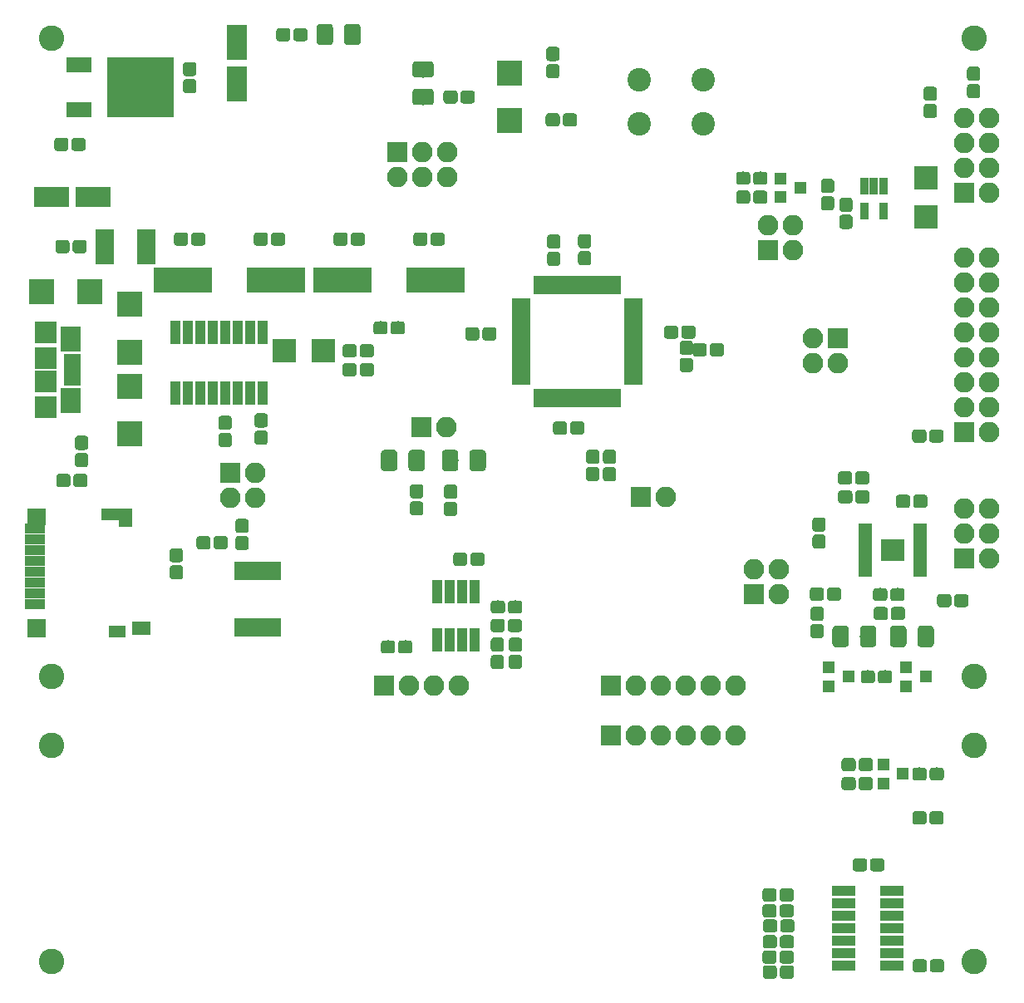
<source format=gts>
G04 #@! TF.GenerationSoftware,KiCad,Pcbnew,(5.0.0)*
G04 #@! TF.CreationDate,2019-04-16T15:51:45+02:00*
G04 #@! TF.ProjectId,CameraSystem,43616D65726153797374656D2E6B6963,rev?*
G04 #@! TF.SameCoordinates,Original*
G04 #@! TF.FileFunction,Soldermask,Top*
G04 #@! TF.FilePolarity,Negative*
%FSLAX46Y46*%
G04 Gerber Fmt 4.6, Leading zero omitted, Abs format (unit mm)*
G04 Created by KiCad (PCBNEW (5.0.0)) date 04/16/19 15:51:45*
%MOMM*%
%LPD*%
G01*
G04 APERTURE LIST*
%ADD10O,2.100000X2.100000*%
%ADD11R,2.100000X2.100000*%
%ADD12R,2.370000X1.000000*%
%ADD13R,1.750000X0.800000*%
%ADD14R,2.000000X2.500000*%
%ADD15R,2.300000X2.300000*%
%ADD16R,2.300000X2.200000*%
%ADD17R,1.060400X2.432000*%
%ADD18R,3.600000X2.000000*%
%ADD19R,2.000000X3.600000*%
%ADD20R,1.900000X3.600000*%
%ADD21R,1.873200X0.908000*%
%ADD22R,0.908000X1.873200*%
%ADD23R,0.810000X1.860000*%
%ADD24R,0.950000X1.700000*%
%ADD25R,1.000000X2.400000*%
%ADD26R,6.000000X2.500000*%
%ADD27C,0.100000*%
%ADD28C,1.350000*%
%ADD29R,2.660000X2.560000*%
%ADD30R,2.560000X2.660000*%
%ADD31C,1.650000*%
%ADD32R,2.400000X2.400000*%
%ADD33R,1.300000X1.200000*%
%ADD34C,2.400000*%
%ADD35R,1.450000X0.850000*%
%ADD36R,2.460000X2.310000*%
%ADD37R,2.150000X1.100000*%
%ADD38R,1.900000X1.700000*%
%ADD39R,1.900000X1.200000*%
%ADD40R,1.400000X1.850000*%
%ADD41R,1.800000X1.200000*%
%ADD42R,1.900000X1.900000*%
%ADD43R,1.950000X1.400000*%
%ADD44R,2.600000X1.600000*%
%ADD45R,6.800000X6.200000*%
%ADD46C,2.600000*%
G04 APERTURE END LIST*
D10*
G04 #@! TO.C,J6*
X98552000Y-42062400D03*
X96012000Y-42062400D03*
X98552000Y-44602400D03*
D11*
X96012000Y-44602400D03*
G04 #@! TD*
D12*
G04 #@! TO.C,U9*
X108642000Y-117475000D03*
X108642000Y-116205000D03*
X108642000Y-114935000D03*
X108642000Y-113665000D03*
X108642000Y-112395000D03*
X108642000Y-111125000D03*
X108642000Y-109855000D03*
X103702000Y-109855000D03*
X103702000Y-111125000D03*
X103702000Y-112395000D03*
X103702000Y-113665000D03*
X103702000Y-114935000D03*
X103702000Y-116205000D03*
X103702000Y-117475000D03*
G04 #@! TD*
D13*
G04 #@! TO.C,J1*
X25087960Y-56753760D03*
X25087960Y-56103760D03*
X25087960Y-58053760D03*
X25087960Y-57403760D03*
X25087960Y-55453760D03*
D14*
X24962960Y-59853760D03*
X24962960Y-53653760D03*
D15*
X22412960Y-57953760D03*
X22412960Y-55553760D03*
D16*
X22412960Y-60553760D03*
X22412960Y-52953760D03*
G04 #@! TD*
D17*
G04 #@! TO.C,U1*
X44526200Y-52959000D03*
X44526200Y-59105800D03*
X43256200Y-52959000D03*
X41986200Y-52959000D03*
X43256200Y-59105800D03*
X41986200Y-59105800D03*
X40716200Y-52959000D03*
X40716200Y-59105800D03*
X39446200Y-52959000D03*
X39446200Y-59105800D03*
X38176200Y-52959000D03*
X36906200Y-52959000D03*
X38176200Y-59105800D03*
X36906200Y-59105800D03*
X35636200Y-52959000D03*
X35636200Y-59105800D03*
G04 #@! TD*
D18*
G04 #@! TO.C,C6*
X23046000Y-39116000D03*
X27246000Y-39116000D03*
G04 #@! TD*
D19*
G04 #@! TO.C,C9*
X41910000Y-27627000D03*
X41910000Y-23427000D03*
G04 #@! TD*
D20*
G04 #@! TO.C,F1*
X32648000Y-44196000D03*
X28448000Y-44196000D03*
G04 #@! TD*
D21*
G04 #@! TO.C,U3*
X70815200Y-49911000D03*
X70815200Y-50698400D03*
X70815200Y-51511200D03*
X70815200Y-52298600D03*
X70815200Y-53111400D03*
X70815200Y-53898800D03*
X70815200Y-54686200D03*
X70815200Y-55499000D03*
X70815200Y-56286400D03*
X70815200Y-57099200D03*
X70815200Y-57886600D03*
D22*
X72567800Y-59639200D03*
X73355200Y-59639200D03*
X74168000Y-59639200D03*
X74955400Y-59639200D03*
X75768200Y-59639200D03*
X76555600Y-59639200D03*
X77343000Y-59639200D03*
X78155800Y-59639200D03*
X78943200Y-59639200D03*
X79756000Y-59639200D03*
X80543400Y-59639200D03*
D21*
X82296000Y-57886600D03*
X82296000Y-57099200D03*
X82296000Y-56286400D03*
X82296000Y-55499000D03*
X82296000Y-54686200D03*
X82296000Y-53898800D03*
X82296000Y-53111400D03*
X82296000Y-52298600D03*
X82296000Y-51511200D03*
X82296000Y-50698400D03*
X82296000Y-49911000D03*
D22*
X80543400Y-48158400D03*
X79756000Y-48158400D03*
X78943200Y-48158400D03*
X78155800Y-48158400D03*
X77343000Y-48158400D03*
X76555600Y-48158400D03*
X75768200Y-48158400D03*
X74955400Y-48158400D03*
X74168000Y-48158400D03*
X73355200Y-48158400D03*
X72567800Y-48158400D03*
G04 #@! TD*
D23*
G04 #@! TO.C,U10*
X42042800Y-82996600D03*
X42692800Y-82996600D03*
X43342800Y-82996600D03*
X43992800Y-82996600D03*
X44642800Y-82996600D03*
X45292800Y-82996600D03*
X45942800Y-82996600D03*
X45942800Y-77226600D03*
X45292800Y-77226600D03*
X44642800Y-77226600D03*
X43992800Y-77226600D03*
X43342800Y-77226600D03*
X42692800Y-77226600D03*
X42042800Y-77226600D03*
G04 #@! TD*
D24*
G04 #@! TO.C,U6*
X105831600Y-38069200D03*
X105831600Y-40569200D03*
X107731600Y-38069200D03*
X106781600Y-38069200D03*
X107731600Y-40569200D03*
G04 #@! TD*
D25*
G04 #@! TO.C,U7*
X66065400Y-79388800D03*
X64795400Y-79388800D03*
X62255400Y-79388800D03*
X62255400Y-84288800D03*
X63525400Y-84288800D03*
X64795400Y-84288800D03*
X66065400Y-84288800D03*
X63525400Y-79388800D03*
G04 #@! TD*
D26*
G04 #@! TO.C,Y1*
X45898000Y-47625000D03*
X36398000Y-47625000D03*
G04 #@! TD*
G04 #@! TO.C,Y2*
X52654000Y-47599600D03*
X62154000Y-47599600D03*
G04 #@! TD*
D27*
G04 #@! TO.C,C17*
G36*
X117312181Y-25873025D02*
X117344943Y-25877885D01*
X117377071Y-25885933D01*
X117408256Y-25897091D01*
X117438196Y-25911252D01*
X117466605Y-25928279D01*
X117493208Y-25948009D01*
X117517749Y-25970251D01*
X117539991Y-25994792D01*
X117559721Y-26021395D01*
X117576748Y-26049804D01*
X117590909Y-26079744D01*
X117602067Y-26110929D01*
X117610115Y-26143057D01*
X117614975Y-26175819D01*
X117616600Y-26208900D01*
X117616600Y-26983900D01*
X117614975Y-27016981D01*
X117610115Y-27049743D01*
X117602067Y-27081871D01*
X117590909Y-27113056D01*
X117576748Y-27142996D01*
X117559721Y-27171405D01*
X117539991Y-27198008D01*
X117517749Y-27222549D01*
X117493208Y-27244791D01*
X117466605Y-27264521D01*
X117438196Y-27281548D01*
X117408256Y-27295709D01*
X117377071Y-27306867D01*
X117344943Y-27314915D01*
X117312181Y-27319775D01*
X117279100Y-27321400D01*
X116604100Y-27321400D01*
X116571019Y-27319775D01*
X116538257Y-27314915D01*
X116506129Y-27306867D01*
X116474944Y-27295709D01*
X116445004Y-27281548D01*
X116416595Y-27264521D01*
X116389992Y-27244791D01*
X116365451Y-27222549D01*
X116343209Y-27198008D01*
X116323479Y-27171405D01*
X116306452Y-27142996D01*
X116292291Y-27113056D01*
X116281133Y-27081871D01*
X116273085Y-27049743D01*
X116268225Y-27016981D01*
X116266600Y-26983900D01*
X116266600Y-26208900D01*
X116268225Y-26175819D01*
X116273085Y-26143057D01*
X116281133Y-26110929D01*
X116292291Y-26079744D01*
X116306452Y-26049804D01*
X116323479Y-26021395D01*
X116343209Y-25994792D01*
X116365451Y-25970251D01*
X116389992Y-25948009D01*
X116416595Y-25928279D01*
X116445004Y-25911252D01*
X116474944Y-25897091D01*
X116506129Y-25885933D01*
X116538257Y-25877885D01*
X116571019Y-25873025D01*
X116604100Y-25871400D01*
X117279100Y-25871400D01*
X117312181Y-25873025D01*
X117312181Y-25873025D01*
G37*
D28*
X116941600Y-26596400D03*
D27*
G36*
X117312181Y-27623025D02*
X117344943Y-27627885D01*
X117377071Y-27635933D01*
X117408256Y-27647091D01*
X117438196Y-27661252D01*
X117466605Y-27678279D01*
X117493208Y-27698009D01*
X117517749Y-27720251D01*
X117539991Y-27744792D01*
X117559721Y-27771395D01*
X117576748Y-27799804D01*
X117590909Y-27829744D01*
X117602067Y-27860929D01*
X117610115Y-27893057D01*
X117614975Y-27925819D01*
X117616600Y-27958900D01*
X117616600Y-28733900D01*
X117614975Y-28766981D01*
X117610115Y-28799743D01*
X117602067Y-28831871D01*
X117590909Y-28863056D01*
X117576748Y-28892996D01*
X117559721Y-28921405D01*
X117539991Y-28948008D01*
X117517749Y-28972549D01*
X117493208Y-28994791D01*
X117466605Y-29014521D01*
X117438196Y-29031548D01*
X117408256Y-29045709D01*
X117377071Y-29056867D01*
X117344943Y-29064915D01*
X117312181Y-29069775D01*
X117279100Y-29071400D01*
X116604100Y-29071400D01*
X116571019Y-29069775D01*
X116538257Y-29064915D01*
X116506129Y-29056867D01*
X116474944Y-29045709D01*
X116445004Y-29031548D01*
X116416595Y-29014521D01*
X116389992Y-28994791D01*
X116365451Y-28972549D01*
X116343209Y-28948008D01*
X116323479Y-28921405D01*
X116306452Y-28892996D01*
X116292291Y-28863056D01*
X116281133Y-28831871D01*
X116273085Y-28799743D01*
X116268225Y-28766981D01*
X116266600Y-28733900D01*
X116266600Y-27958900D01*
X116268225Y-27925819D01*
X116273085Y-27893057D01*
X116281133Y-27860929D01*
X116292291Y-27829744D01*
X116306452Y-27799804D01*
X116323479Y-27771395D01*
X116343209Y-27744792D01*
X116365451Y-27720251D01*
X116389992Y-27698009D01*
X116416595Y-27678279D01*
X116445004Y-27661252D01*
X116474944Y-27647091D01*
X116506129Y-27635933D01*
X116538257Y-27627885D01*
X116571019Y-27623025D01*
X116604100Y-27621400D01*
X117279100Y-27621400D01*
X117312181Y-27623025D01*
X117312181Y-27623025D01*
G37*
D28*
X116941600Y-28346400D03*
G04 #@! TD*
D27*
G04 #@! TO.C,C27*
G36*
X101399581Y-78930225D02*
X101432343Y-78935085D01*
X101464471Y-78943133D01*
X101495656Y-78954291D01*
X101525596Y-78968452D01*
X101554005Y-78985479D01*
X101580608Y-79005209D01*
X101605149Y-79027451D01*
X101627391Y-79051992D01*
X101647121Y-79078595D01*
X101664148Y-79107004D01*
X101678309Y-79136944D01*
X101689467Y-79168129D01*
X101697515Y-79200257D01*
X101702375Y-79233019D01*
X101704000Y-79266100D01*
X101704000Y-79941100D01*
X101702375Y-79974181D01*
X101697515Y-80006943D01*
X101689467Y-80039071D01*
X101678309Y-80070256D01*
X101664148Y-80100196D01*
X101647121Y-80128605D01*
X101627391Y-80155208D01*
X101605149Y-80179749D01*
X101580608Y-80201991D01*
X101554005Y-80221721D01*
X101525596Y-80238748D01*
X101495656Y-80252909D01*
X101464471Y-80264067D01*
X101432343Y-80272115D01*
X101399581Y-80276975D01*
X101366500Y-80278600D01*
X100591500Y-80278600D01*
X100558419Y-80276975D01*
X100525657Y-80272115D01*
X100493529Y-80264067D01*
X100462344Y-80252909D01*
X100432404Y-80238748D01*
X100403995Y-80221721D01*
X100377392Y-80201991D01*
X100352851Y-80179749D01*
X100330609Y-80155208D01*
X100310879Y-80128605D01*
X100293852Y-80100196D01*
X100279691Y-80070256D01*
X100268533Y-80039071D01*
X100260485Y-80006943D01*
X100255625Y-79974181D01*
X100254000Y-79941100D01*
X100254000Y-79266100D01*
X100255625Y-79233019D01*
X100260485Y-79200257D01*
X100268533Y-79168129D01*
X100279691Y-79136944D01*
X100293852Y-79107004D01*
X100310879Y-79078595D01*
X100330609Y-79051992D01*
X100352851Y-79027451D01*
X100377392Y-79005209D01*
X100403995Y-78985479D01*
X100432404Y-78968452D01*
X100462344Y-78954291D01*
X100493529Y-78943133D01*
X100525657Y-78935085D01*
X100558419Y-78930225D01*
X100591500Y-78928600D01*
X101366500Y-78928600D01*
X101399581Y-78930225D01*
X101399581Y-78930225D01*
G37*
D28*
X100979000Y-79603600D03*
D27*
G36*
X103149581Y-78930225D02*
X103182343Y-78935085D01*
X103214471Y-78943133D01*
X103245656Y-78954291D01*
X103275596Y-78968452D01*
X103304005Y-78985479D01*
X103330608Y-79005209D01*
X103355149Y-79027451D01*
X103377391Y-79051992D01*
X103397121Y-79078595D01*
X103414148Y-79107004D01*
X103428309Y-79136944D01*
X103439467Y-79168129D01*
X103447515Y-79200257D01*
X103452375Y-79233019D01*
X103454000Y-79266100D01*
X103454000Y-79941100D01*
X103452375Y-79974181D01*
X103447515Y-80006943D01*
X103439467Y-80039071D01*
X103428309Y-80070256D01*
X103414148Y-80100196D01*
X103397121Y-80128605D01*
X103377391Y-80155208D01*
X103355149Y-80179749D01*
X103330608Y-80201991D01*
X103304005Y-80221721D01*
X103275596Y-80238748D01*
X103245656Y-80252909D01*
X103214471Y-80264067D01*
X103182343Y-80272115D01*
X103149581Y-80276975D01*
X103116500Y-80278600D01*
X102341500Y-80278600D01*
X102308419Y-80276975D01*
X102275657Y-80272115D01*
X102243529Y-80264067D01*
X102212344Y-80252909D01*
X102182404Y-80238748D01*
X102153995Y-80221721D01*
X102127392Y-80201991D01*
X102102851Y-80179749D01*
X102080609Y-80155208D01*
X102060879Y-80128605D01*
X102043852Y-80100196D01*
X102029691Y-80070256D01*
X102018533Y-80039071D01*
X102010485Y-80006943D01*
X102005625Y-79974181D01*
X102004000Y-79941100D01*
X102004000Y-79266100D01*
X102005625Y-79233019D01*
X102010485Y-79200257D01*
X102018533Y-79168129D01*
X102029691Y-79136944D01*
X102043852Y-79107004D01*
X102060879Y-79078595D01*
X102080609Y-79051992D01*
X102102851Y-79027451D01*
X102127392Y-79005209D01*
X102153995Y-78985479D01*
X102182404Y-78968452D01*
X102212344Y-78954291D01*
X102243529Y-78943133D01*
X102275657Y-78935085D01*
X102308419Y-78930225D01*
X102341500Y-78928600D01*
X103116500Y-78928600D01*
X103149581Y-78930225D01*
X103149581Y-78930225D01*
G37*
D28*
X102729000Y-79603600D03*
G04 #@! TD*
D27*
G04 #@! TO.C,C28*
G36*
X109589781Y-78981025D02*
X109622543Y-78985885D01*
X109654671Y-78993933D01*
X109685856Y-79005091D01*
X109715796Y-79019252D01*
X109744205Y-79036279D01*
X109770808Y-79056009D01*
X109795349Y-79078251D01*
X109817591Y-79102792D01*
X109837321Y-79129395D01*
X109854348Y-79157804D01*
X109868509Y-79187744D01*
X109879667Y-79218929D01*
X109887715Y-79251057D01*
X109892575Y-79283819D01*
X109894200Y-79316900D01*
X109894200Y-79991900D01*
X109892575Y-80024981D01*
X109887715Y-80057743D01*
X109879667Y-80089871D01*
X109868509Y-80121056D01*
X109854348Y-80150996D01*
X109837321Y-80179405D01*
X109817591Y-80206008D01*
X109795349Y-80230549D01*
X109770808Y-80252791D01*
X109744205Y-80272521D01*
X109715796Y-80289548D01*
X109685856Y-80303709D01*
X109654671Y-80314867D01*
X109622543Y-80322915D01*
X109589781Y-80327775D01*
X109556700Y-80329400D01*
X108781700Y-80329400D01*
X108748619Y-80327775D01*
X108715857Y-80322915D01*
X108683729Y-80314867D01*
X108652544Y-80303709D01*
X108622604Y-80289548D01*
X108594195Y-80272521D01*
X108567592Y-80252791D01*
X108543051Y-80230549D01*
X108520809Y-80206008D01*
X108501079Y-80179405D01*
X108484052Y-80150996D01*
X108469891Y-80121056D01*
X108458733Y-80089871D01*
X108450685Y-80057743D01*
X108445825Y-80024981D01*
X108444200Y-79991900D01*
X108444200Y-79316900D01*
X108445825Y-79283819D01*
X108450685Y-79251057D01*
X108458733Y-79218929D01*
X108469891Y-79187744D01*
X108484052Y-79157804D01*
X108501079Y-79129395D01*
X108520809Y-79102792D01*
X108543051Y-79078251D01*
X108567592Y-79056009D01*
X108594195Y-79036279D01*
X108622604Y-79019252D01*
X108652544Y-79005091D01*
X108683729Y-78993933D01*
X108715857Y-78985885D01*
X108748619Y-78981025D01*
X108781700Y-78979400D01*
X109556700Y-78979400D01*
X109589781Y-78981025D01*
X109589781Y-78981025D01*
G37*
D28*
X109169200Y-79654400D03*
D27*
G36*
X107839781Y-78981025D02*
X107872543Y-78985885D01*
X107904671Y-78993933D01*
X107935856Y-79005091D01*
X107965796Y-79019252D01*
X107994205Y-79036279D01*
X108020808Y-79056009D01*
X108045349Y-79078251D01*
X108067591Y-79102792D01*
X108087321Y-79129395D01*
X108104348Y-79157804D01*
X108118509Y-79187744D01*
X108129667Y-79218929D01*
X108137715Y-79251057D01*
X108142575Y-79283819D01*
X108144200Y-79316900D01*
X108144200Y-79991900D01*
X108142575Y-80024981D01*
X108137715Y-80057743D01*
X108129667Y-80089871D01*
X108118509Y-80121056D01*
X108104348Y-80150996D01*
X108087321Y-80179405D01*
X108067591Y-80206008D01*
X108045349Y-80230549D01*
X108020808Y-80252791D01*
X107994205Y-80272521D01*
X107965796Y-80289548D01*
X107935856Y-80303709D01*
X107904671Y-80314867D01*
X107872543Y-80322915D01*
X107839781Y-80327775D01*
X107806700Y-80329400D01*
X107031700Y-80329400D01*
X106998619Y-80327775D01*
X106965857Y-80322915D01*
X106933729Y-80314867D01*
X106902544Y-80303709D01*
X106872604Y-80289548D01*
X106844195Y-80272521D01*
X106817592Y-80252791D01*
X106793051Y-80230549D01*
X106770809Y-80206008D01*
X106751079Y-80179405D01*
X106734052Y-80150996D01*
X106719891Y-80121056D01*
X106708733Y-80089871D01*
X106700685Y-80057743D01*
X106695825Y-80024981D01*
X106694200Y-79991900D01*
X106694200Y-79316900D01*
X106695825Y-79283819D01*
X106700685Y-79251057D01*
X106708733Y-79218929D01*
X106719891Y-79187744D01*
X106734052Y-79157804D01*
X106751079Y-79129395D01*
X106770809Y-79102792D01*
X106793051Y-79078251D01*
X106817592Y-79056009D01*
X106844195Y-79036279D01*
X106872604Y-79019252D01*
X106902544Y-79005091D01*
X106933729Y-78993933D01*
X106965857Y-78985885D01*
X106998619Y-78981025D01*
X107031700Y-78979400D01*
X107806700Y-78979400D01*
X107839781Y-78981025D01*
X107839781Y-78981025D01*
G37*
D28*
X107419200Y-79654400D03*
G04 #@! TD*
D27*
G04 #@! TO.C,C29*
G36*
X101564181Y-73546225D02*
X101596943Y-73551085D01*
X101629071Y-73559133D01*
X101660256Y-73570291D01*
X101690196Y-73584452D01*
X101718605Y-73601479D01*
X101745208Y-73621209D01*
X101769749Y-73643451D01*
X101791991Y-73667992D01*
X101811721Y-73694595D01*
X101828748Y-73723004D01*
X101842909Y-73752944D01*
X101854067Y-73784129D01*
X101862115Y-73816257D01*
X101866975Y-73849019D01*
X101868600Y-73882100D01*
X101868600Y-74657100D01*
X101866975Y-74690181D01*
X101862115Y-74722943D01*
X101854067Y-74755071D01*
X101842909Y-74786256D01*
X101828748Y-74816196D01*
X101811721Y-74844605D01*
X101791991Y-74871208D01*
X101769749Y-74895749D01*
X101745208Y-74917991D01*
X101718605Y-74937721D01*
X101690196Y-74954748D01*
X101660256Y-74968909D01*
X101629071Y-74980067D01*
X101596943Y-74988115D01*
X101564181Y-74992975D01*
X101531100Y-74994600D01*
X100856100Y-74994600D01*
X100823019Y-74992975D01*
X100790257Y-74988115D01*
X100758129Y-74980067D01*
X100726944Y-74968909D01*
X100697004Y-74954748D01*
X100668595Y-74937721D01*
X100641992Y-74917991D01*
X100617451Y-74895749D01*
X100595209Y-74871208D01*
X100575479Y-74844605D01*
X100558452Y-74816196D01*
X100544291Y-74786256D01*
X100533133Y-74755071D01*
X100525085Y-74722943D01*
X100520225Y-74690181D01*
X100518600Y-74657100D01*
X100518600Y-73882100D01*
X100520225Y-73849019D01*
X100525085Y-73816257D01*
X100533133Y-73784129D01*
X100544291Y-73752944D01*
X100558452Y-73723004D01*
X100575479Y-73694595D01*
X100595209Y-73667992D01*
X100617451Y-73643451D01*
X100641992Y-73621209D01*
X100668595Y-73601479D01*
X100697004Y-73584452D01*
X100726944Y-73570291D01*
X100758129Y-73559133D01*
X100790257Y-73551085D01*
X100823019Y-73546225D01*
X100856100Y-73544600D01*
X101531100Y-73544600D01*
X101564181Y-73546225D01*
X101564181Y-73546225D01*
G37*
D28*
X101193600Y-74269600D03*
D27*
G36*
X101564181Y-71796225D02*
X101596943Y-71801085D01*
X101629071Y-71809133D01*
X101660256Y-71820291D01*
X101690196Y-71834452D01*
X101718605Y-71851479D01*
X101745208Y-71871209D01*
X101769749Y-71893451D01*
X101791991Y-71917992D01*
X101811721Y-71944595D01*
X101828748Y-71973004D01*
X101842909Y-72002944D01*
X101854067Y-72034129D01*
X101862115Y-72066257D01*
X101866975Y-72099019D01*
X101868600Y-72132100D01*
X101868600Y-72907100D01*
X101866975Y-72940181D01*
X101862115Y-72972943D01*
X101854067Y-73005071D01*
X101842909Y-73036256D01*
X101828748Y-73066196D01*
X101811721Y-73094605D01*
X101791991Y-73121208D01*
X101769749Y-73145749D01*
X101745208Y-73167991D01*
X101718605Y-73187721D01*
X101690196Y-73204748D01*
X101660256Y-73218909D01*
X101629071Y-73230067D01*
X101596943Y-73238115D01*
X101564181Y-73242975D01*
X101531100Y-73244600D01*
X100856100Y-73244600D01*
X100823019Y-73242975D01*
X100790257Y-73238115D01*
X100758129Y-73230067D01*
X100726944Y-73218909D01*
X100697004Y-73204748D01*
X100668595Y-73187721D01*
X100641992Y-73167991D01*
X100617451Y-73145749D01*
X100595209Y-73121208D01*
X100575479Y-73094605D01*
X100558452Y-73066196D01*
X100544291Y-73036256D01*
X100533133Y-73005071D01*
X100525085Y-72972943D01*
X100520225Y-72940181D01*
X100518600Y-72907100D01*
X100518600Y-72132100D01*
X100520225Y-72099019D01*
X100525085Y-72066257D01*
X100533133Y-72034129D01*
X100544291Y-72002944D01*
X100558452Y-71973004D01*
X100575479Y-71944595D01*
X100595209Y-71917992D01*
X100617451Y-71893451D01*
X100641992Y-71871209D01*
X100668595Y-71851479D01*
X100697004Y-71834452D01*
X100726944Y-71820291D01*
X100758129Y-71809133D01*
X100790257Y-71801085D01*
X100823019Y-71796225D01*
X100856100Y-71794600D01*
X101531100Y-71794600D01*
X101564181Y-71796225D01*
X101564181Y-71796225D01*
G37*
D28*
X101193600Y-72519600D03*
G04 #@! TD*
D29*
G04 #@! TO.C,D5*
X30988000Y-50038000D03*
X30988000Y-54938000D03*
G04 #@! TD*
D30*
G04 #@! TO.C,D6*
X26924000Y-48768000D03*
X22024000Y-48768000D03*
G04 #@! TD*
D27*
G04 #@! TO.C,D7*
G36*
X54178146Y-21532589D02*
X54210180Y-21537341D01*
X54241594Y-21545210D01*
X54272086Y-21556120D01*
X54301361Y-21569966D01*
X54329138Y-21586615D01*
X54355150Y-21605907D01*
X54379145Y-21627655D01*
X54400893Y-21651650D01*
X54420185Y-21677662D01*
X54436834Y-21705439D01*
X54450680Y-21734714D01*
X54461590Y-21765206D01*
X54469459Y-21796620D01*
X54474211Y-21828654D01*
X54475800Y-21861000D01*
X54475800Y-23351000D01*
X54474211Y-23383346D01*
X54469459Y-23415380D01*
X54461590Y-23446794D01*
X54450680Y-23477286D01*
X54436834Y-23506561D01*
X54420185Y-23534338D01*
X54400893Y-23560350D01*
X54379145Y-23584345D01*
X54355150Y-23606093D01*
X54329138Y-23625385D01*
X54301361Y-23642034D01*
X54272086Y-23655880D01*
X54241594Y-23666790D01*
X54210180Y-23674659D01*
X54178146Y-23679411D01*
X54145800Y-23681000D01*
X53155800Y-23681000D01*
X53123454Y-23679411D01*
X53091420Y-23674659D01*
X53060006Y-23666790D01*
X53029514Y-23655880D01*
X53000239Y-23642034D01*
X52972462Y-23625385D01*
X52946450Y-23606093D01*
X52922455Y-23584345D01*
X52900707Y-23560350D01*
X52881415Y-23534338D01*
X52864766Y-23506561D01*
X52850920Y-23477286D01*
X52840010Y-23446794D01*
X52832141Y-23415380D01*
X52827389Y-23383346D01*
X52825800Y-23351000D01*
X52825800Y-21861000D01*
X52827389Y-21828654D01*
X52832141Y-21796620D01*
X52840010Y-21765206D01*
X52850920Y-21734714D01*
X52864766Y-21705439D01*
X52881415Y-21677662D01*
X52900707Y-21651650D01*
X52922455Y-21627655D01*
X52946450Y-21605907D01*
X52972462Y-21586615D01*
X53000239Y-21569966D01*
X53029514Y-21556120D01*
X53060006Y-21545210D01*
X53091420Y-21537341D01*
X53123454Y-21532589D01*
X53155800Y-21531000D01*
X54145800Y-21531000D01*
X54178146Y-21532589D01*
X54178146Y-21532589D01*
G37*
D31*
X53650800Y-22606000D03*
D27*
G36*
X51378146Y-21532589D02*
X51410180Y-21537341D01*
X51441594Y-21545210D01*
X51472086Y-21556120D01*
X51501361Y-21569966D01*
X51529138Y-21586615D01*
X51555150Y-21605907D01*
X51579145Y-21627655D01*
X51600893Y-21651650D01*
X51620185Y-21677662D01*
X51636834Y-21705439D01*
X51650680Y-21734714D01*
X51661590Y-21765206D01*
X51669459Y-21796620D01*
X51674211Y-21828654D01*
X51675800Y-21861000D01*
X51675800Y-23351000D01*
X51674211Y-23383346D01*
X51669459Y-23415380D01*
X51661590Y-23446794D01*
X51650680Y-23477286D01*
X51636834Y-23506561D01*
X51620185Y-23534338D01*
X51600893Y-23560350D01*
X51579145Y-23584345D01*
X51555150Y-23606093D01*
X51529138Y-23625385D01*
X51501361Y-23642034D01*
X51472086Y-23655880D01*
X51441594Y-23666790D01*
X51410180Y-23674659D01*
X51378146Y-23679411D01*
X51345800Y-23681000D01*
X50355800Y-23681000D01*
X50323454Y-23679411D01*
X50291420Y-23674659D01*
X50260006Y-23666790D01*
X50229514Y-23655880D01*
X50200239Y-23642034D01*
X50172462Y-23625385D01*
X50146450Y-23606093D01*
X50122455Y-23584345D01*
X50100707Y-23560350D01*
X50081415Y-23534338D01*
X50064766Y-23506561D01*
X50050920Y-23477286D01*
X50040010Y-23446794D01*
X50032141Y-23415380D01*
X50027389Y-23383346D01*
X50025800Y-23351000D01*
X50025800Y-21861000D01*
X50027389Y-21828654D01*
X50032141Y-21796620D01*
X50040010Y-21765206D01*
X50050920Y-21734714D01*
X50064766Y-21705439D01*
X50081415Y-21677662D01*
X50100707Y-21651650D01*
X50122455Y-21627655D01*
X50146450Y-21605907D01*
X50172462Y-21586615D01*
X50200239Y-21569966D01*
X50229514Y-21556120D01*
X50260006Y-21545210D01*
X50291420Y-21537341D01*
X50323454Y-21532589D01*
X50355800Y-21531000D01*
X51345800Y-21531000D01*
X51378146Y-21532589D01*
X51378146Y-21532589D01*
G37*
D31*
X50850800Y-22606000D03*
G04 #@! TD*
D29*
G04 #@! TO.C,D8*
X69697600Y-26494400D03*
X69697600Y-31394400D03*
G04 #@! TD*
D27*
G04 #@! TO.C,D9*
G36*
X61635746Y-28132589D02*
X61667780Y-28137341D01*
X61699194Y-28145210D01*
X61729686Y-28156120D01*
X61758961Y-28169966D01*
X61786738Y-28186615D01*
X61812750Y-28205907D01*
X61836745Y-28227655D01*
X61858493Y-28251650D01*
X61877785Y-28277662D01*
X61894434Y-28305439D01*
X61908280Y-28334714D01*
X61919190Y-28365206D01*
X61927059Y-28396620D01*
X61931811Y-28428654D01*
X61933400Y-28461000D01*
X61933400Y-29451000D01*
X61931811Y-29483346D01*
X61927059Y-29515380D01*
X61919190Y-29546794D01*
X61908280Y-29577286D01*
X61894434Y-29606561D01*
X61877785Y-29634338D01*
X61858493Y-29660350D01*
X61836745Y-29684345D01*
X61812750Y-29706093D01*
X61786738Y-29725385D01*
X61758961Y-29742034D01*
X61729686Y-29755880D01*
X61699194Y-29766790D01*
X61667780Y-29774659D01*
X61635746Y-29779411D01*
X61603400Y-29781000D01*
X60113400Y-29781000D01*
X60081054Y-29779411D01*
X60049020Y-29774659D01*
X60017606Y-29766790D01*
X59987114Y-29755880D01*
X59957839Y-29742034D01*
X59930062Y-29725385D01*
X59904050Y-29706093D01*
X59880055Y-29684345D01*
X59858307Y-29660350D01*
X59839015Y-29634338D01*
X59822366Y-29606561D01*
X59808520Y-29577286D01*
X59797610Y-29546794D01*
X59789741Y-29515380D01*
X59784989Y-29483346D01*
X59783400Y-29451000D01*
X59783400Y-28461000D01*
X59784989Y-28428654D01*
X59789741Y-28396620D01*
X59797610Y-28365206D01*
X59808520Y-28334714D01*
X59822366Y-28305439D01*
X59839015Y-28277662D01*
X59858307Y-28251650D01*
X59880055Y-28227655D01*
X59904050Y-28205907D01*
X59930062Y-28186615D01*
X59957839Y-28169966D01*
X59987114Y-28156120D01*
X60017606Y-28145210D01*
X60049020Y-28137341D01*
X60081054Y-28132589D01*
X60113400Y-28131000D01*
X61603400Y-28131000D01*
X61635746Y-28132589D01*
X61635746Y-28132589D01*
G37*
D31*
X60858400Y-28956000D03*
D27*
G36*
X61635746Y-25332589D02*
X61667780Y-25337341D01*
X61699194Y-25345210D01*
X61729686Y-25356120D01*
X61758961Y-25369966D01*
X61786738Y-25386615D01*
X61812750Y-25405907D01*
X61836745Y-25427655D01*
X61858493Y-25451650D01*
X61877785Y-25477662D01*
X61894434Y-25505439D01*
X61908280Y-25534714D01*
X61919190Y-25565206D01*
X61927059Y-25596620D01*
X61931811Y-25628654D01*
X61933400Y-25661000D01*
X61933400Y-26651000D01*
X61931811Y-26683346D01*
X61927059Y-26715380D01*
X61919190Y-26746794D01*
X61908280Y-26777286D01*
X61894434Y-26806561D01*
X61877785Y-26834338D01*
X61858493Y-26860350D01*
X61836745Y-26884345D01*
X61812750Y-26906093D01*
X61786738Y-26925385D01*
X61758961Y-26942034D01*
X61729686Y-26955880D01*
X61699194Y-26966790D01*
X61667780Y-26974659D01*
X61635746Y-26979411D01*
X61603400Y-26981000D01*
X60113400Y-26981000D01*
X60081054Y-26979411D01*
X60049020Y-26974659D01*
X60017606Y-26966790D01*
X59987114Y-26955880D01*
X59957839Y-26942034D01*
X59930062Y-26925385D01*
X59904050Y-26906093D01*
X59880055Y-26884345D01*
X59858307Y-26860350D01*
X59839015Y-26834338D01*
X59822366Y-26806561D01*
X59808520Y-26777286D01*
X59797610Y-26746794D01*
X59789741Y-26715380D01*
X59784989Y-26683346D01*
X59783400Y-26651000D01*
X59783400Y-25661000D01*
X59784989Y-25628654D01*
X59789741Y-25596620D01*
X59797610Y-25565206D01*
X59808520Y-25534714D01*
X59822366Y-25505439D01*
X59839015Y-25477662D01*
X59858307Y-25451650D01*
X59880055Y-25427655D01*
X59904050Y-25405907D01*
X59930062Y-25386615D01*
X59957839Y-25369966D01*
X59987114Y-25356120D01*
X60017606Y-25345210D01*
X60049020Y-25337341D01*
X60081054Y-25332589D01*
X60113400Y-25331000D01*
X61603400Y-25331000D01*
X61635746Y-25332589D01*
X61635746Y-25332589D01*
G37*
D31*
X60858400Y-26156000D03*
G04 #@! TD*
D32*
G04 #@! TO.C,D10*
X112115600Y-37166800D03*
X112115600Y-41166800D03*
G04 #@! TD*
D27*
G04 #@! TO.C,D11*
G36*
X106705346Y-82848189D02*
X106737380Y-82852941D01*
X106768794Y-82860810D01*
X106799286Y-82871720D01*
X106828561Y-82885566D01*
X106856338Y-82902215D01*
X106882350Y-82921507D01*
X106906345Y-82943255D01*
X106928093Y-82967250D01*
X106947385Y-82993262D01*
X106964034Y-83021039D01*
X106977880Y-83050314D01*
X106988790Y-83080806D01*
X106996659Y-83112220D01*
X107001411Y-83144254D01*
X107003000Y-83176600D01*
X107003000Y-84666600D01*
X107001411Y-84698946D01*
X106996659Y-84730980D01*
X106988790Y-84762394D01*
X106977880Y-84792886D01*
X106964034Y-84822161D01*
X106947385Y-84849938D01*
X106928093Y-84875950D01*
X106906345Y-84899945D01*
X106882350Y-84921693D01*
X106856338Y-84940985D01*
X106828561Y-84957634D01*
X106799286Y-84971480D01*
X106768794Y-84982390D01*
X106737380Y-84990259D01*
X106705346Y-84995011D01*
X106673000Y-84996600D01*
X105683000Y-84996600D01*
X105650654Y-84995011D01*
X105618620Y-84990259D01*
X105587206Y-84982390D01*
X105556714Y-84971480D01*
X105527439Y-84957634D01*
X105499662Y-84940985D01*
X105473650Y-84921693D01*
X105449655Y-84899945D01*
X105427907Y-84875950D01*
X105408615Y-84849938D01*
X105391966Y-84822161D01*
X105378120Y-84792886D01*
X105367210Y-84762394D01*
X105359341Y-84730980D01*
X105354589Y-84698946D01*
X105353000Y-84666600D01*
X105353000Y-83176600D01*
X105354589Y-83144254D01*
X105359341Y-83112220D01*
X105367210Y-83080806D01*
X105378120Y-83050314D01*
X105391966Y-83021039D01*
X105408615Y-82993262D01*
X105427907Y-82967250D01*
X105449655Y-82943255D01*
X105473650Y-82921507D01*
X105499662Y-82902215D01*
X105527439Y-82885566D01*
X105556714Y-82871720D01*
X105587206Y-82860810D01*
X105618620Y-82852941D01*
X105650654Y-82848189D01*
X105683000Y-82846600D01*
X106673000Y-82846600D01*
X106705346Y-82848189D01*
X106705346Y-82848189D01*
G37*
D31*
X106178000Y-83921600D03*
D27*
G36*
X103905346Y-82848189D02*
X103937380Y-82852941D01*
X103968794Y-82860810D01*
X103999286Y-82871720D01*
X104028561Y-82885566D01*
X104056338Y-82902215D01*
X104082350Y-82921507D01*
X104106345Y-82943255D01*
X104128093Y-82967250D01*
X104147385Y-82993262D01*
X104164034Y-83021039D01*
X104177880Y-83050314D01*
X104188790Y-83080806D01*
X104196659Y-83112220D01*
X104201411Y-83144254D01*
X104203000Y-83176600D01*
X104203000Y-84666600D01*
X104201411Y-84698946D01*
X104196659Y-84730980D01*
X104188790Y-84762394D01*
X104177880Y-84792886D01*
X104164034Y-84822161D01*
X104147385Y-84849938D01*
X104128093Y-84875950D01*
X104106345Y-84899945D01*
X104082350Y-84921693D01*
X104056338Y-84940985D01*
X104028561Y-84957634D01*
X103999286Y-84971480D01*
X103968794Y-84982390D01*
X103937380Y-84990259D01*
X103905346Y-84995011D01*
X103873000Y-84996600D01*
X102883000Y-84996600D01*
X102850654Y-84995011D01*
X102818620Y-84990259D01*
X102787206Y-84982390D01*
X102756714Y-84971480D01*
X102727439Y-84957634D01*
X102699662Y-84940985D01*
X102673650Y-84921693D01*
X102649655Y-84899945D01*
X102627907Y-84875950D01*
X102608615Y-84849938D01*
X102591966Y-84822161D01*
X102578120Y-84792886D01*
X102567210Y-84762394D01*
X102559341Y-84730980D01*
X102554589Y-84698946D01*
X102553000Y-84666600D01*
X102553000Y-83176600D01*
X102554589Y-83144254D01*
X102559341Y-83112220D01*
X102567210Y-83080806D01*
X102578120Y-83050314D01*
X102591966Y-83021039D01*
X102608615Y-82993262D01*
X102627907Y-82967250D01*
X102649655Y-82943255D01*
X102673650Y-82921507D01*
X102699662Y-82902215D01*
X102727439Y-82885566D01*
X102756714Y-82871720D01*
X102787206Y-82860810D01*
X102818620Y-82852941D01*
X102850654Y-82848189D01*
X102883000Y-82846600D01*
X103873000Y-82846600D01*
X103905346Y-82848189D01*
X103905346Y-82848189D01*
G37*
D31*
X103378000Y-83921600D03*
G04 #@! TD*
D27*
G04 #@! TO.C,D12*
G36*
X109792146Y-82848189D02*
X109824180Y-82852941D01*
X109855594Y-82860810D01*
X109886086Y-82871720D01*
X109915361Y-82885566D01*
X109943138Y-82902215D01*
X109969150Y-82921507D01*
X109993145Y-82943255D01*
X110014893Y-82967250D01*
X110034185Y-82993262D01*
X110050834Y-83021039D01*
X110064680Y-83050314D01*
X110075590Y-83080806D01*
X110083459Y-83112220D01*
X110088211Y-83144254D01*
X110089800Y-83176600D01*
X110089800Y-84666600D01*
X110088211Y-84698946D01*
X110083459Y-84730980D01*
X110075590Y-84762394D01*
X110064680Y-84792886D01*
X110050834Y-84822161D01*
X110034185Y-84849938D01*
X110014893Y-84875950D01*
X109993145Y-84899945D01*
X109969150Y-84921693D01*
X109943138Y-84940985D01*
X109915361Y-84957634D01*
X109886086Y-84971480D01*
X109855594Y-84982390D01*
X109824180Y-84990259D01*
X109792146Y-84995011D01*
X109759800Y-84996600D01*
X108769800Y-84996600D01*
X108737454Y-84995011D01*
X108705420Y-84990259D01*
X108674006Y-84982390D01*
X108643514Y-84971480D01*
X108614239Y-84957634D01*
X108586462Y-84940985D01*
X108560450Y-84921693D01*
X108536455Y-84899945D01*
X108514707Y-84875950D01*
X108495415Y-84849938D01*
X108478766Y-84822161D01*
X108464920Y-84792886D01*
X108454010Y-84762394D01*
X108446141Y-84730980D01*
X108441389Y-84698946D01*
X108439800Y-84666600D01*
X108439800Y-83176600D01*
X108441389Y-83144254D01*
X108446141Y-83112220D01*
X108454010Y-83080806D01*
X108464920Y-83050314D01*
X108478766Y-83021039D01*
X108495415Y-82993262D01*
X108514707Y-82967250D01*
X108536455Y-82943255D01*
X108560450Y-82921507D01*
X108586462Y-82902215D01*
X108614239Y-82885566D01*
X108643514Y-82871720D01*
X108674006Y-82860810D01*
X108705420Y-82852941D01*
X108737454Y-82848189D01*
X108769800Y-82846600D01*
X109759800Y-82846600D01*
X109792146Y-82848189D01*
X109792146Y-82848189D01*
G37*
D31*
X109264800Y-83921600D03*
D27*
G36*
X112592146Y-82848189D02*
X112624180Y-82852941D01*
X112655594Y-82860810D01*
X112686086Y-82871720D01*
X112715361Y-82885566D01*
X112743138Y-82902215D01*
X112769150Y-82921507D01*
X112793145Y-82943255D01*
X112814893Y-82967250D01*
X112834185Y-82993262D01*
X112850834Y-83021039D01*
X112864680Y-83050314D01*
X112875590Y-83080806D01*
X112883459Y-83112220D01*
X112888211Y-83144254D01*
X112889800Y-83176600D01*
X112889800Y-84666600D01*
X112888211Y-84698946D01*
X112883459Y-84730980D01*
X112875590Y-84762394D01*
X112864680Y-84792886D01*
X112850834Y-84822161D01*
X112834185Y-84849938D01*
X112814893Y-84875950D01*
X112793145Y-84899945D01*
X112769150Y-84921693D01*
X112743138Y-84940985D01*
X112715361Y-84957634D01*
X112686086Y-84971480D01*
X112655594Y-84982390D01*
X112624180Y-84990259D01*
X112592146Y-84995011D01*
X112559800Y-84996600D01*
X111569800Y-84996600D01*
X111537454Y-84995011D01*
X111505420Y-84990259D01*
X111474006Y-84982390D01*
X111443514Y-84971480D01*
X111414239Y-84957634D01*
X111386462Y-84940985D01*
X111360450Y-84921693D01*
X111336455Y-84899945D01*
X111314707Y-84875950D01*
X111295415Y-84849938D01*
X111278766Y-84822161D01*
X111264920Y-84792886D01*
X111254010Y-84762394D01*
X111246141Y-84730980D01*
X111241389Y-84698946D01*
X111239800Y-84666600D01*
X111239800Y-83176600D01*
X111241389Y-83144254D01*
X111246141Y-83112220D01*
X111254010Y-83080806D01*
X111264920Y-83050314D01*
X111278766Y-83021039D01*
X111295415Y-82993262D01*
X111314707Y-82967250D01*
X111336455Y-82943255D01*
X111360450Y-82921507D01*
X111386462Y-82902215D01*
X111414239Y-82885566D01*
X111443514Y-82871720D01*
X111474006Y-82860810D01*
X111505420Y-82852941D01*
X111537454Y-82848189D01*
X111569800Y-82846600D01*
X112559800Y-82846600D01*
X112592146Y-82848189D01*
X112592146Y-82848189D01*
G37*
D31*
X112064800Y-83921600D03*
G04 #@! TD*
D11*
G04 #@! TO.C,J13*
X115976400Y-75946000D03*
D10*
X118516400Y-75946000D03*
X115976400Y-73406000D03*
X118516400Y-73406000D03*
X115976400Y-70866000D03*
X118516400Y-70866000D03*
G04 #@! TD*
D33*
G04 #@! TO.C,Q1*
X97298000Y-37251600D03*
X97298000Y-39151600D03*
X99298000Y-38201600D03*
G04 #@! TD*
D27*
G04 #@! TO.C,R13*
G36*
X112892581Y-27905025D02*
X112925343Y-27909885D01*
X112957471Y-27917933D01*
X112988656Y-27929091D01*
X113018596Y-27943252D01*
X113047005Y-27960279D01*
X113073608Y-27980009D01*
X113098149Y-28002251D01*
X113120391Y-28026792D01*
X113140121Y-28053395D01*
X113157148Y-28081804D01*
X113171309Y-28111744D01*
X113182467Y-28142929D01*
X113190515Y-28175057D01*
X113195375Y-28207819D01*
X113197000Y-28240900D01*
X113197000Y-29015900D01*
X113195375Y-29048981D01*
X113190515Y-29081743D01*
X113182467Y-29113871D01*
X113171309Y-29145056D01*
X113157148Y-29174996D01*
X113140121Y-29203405D01*
X113120391Y-29230008D01*
X113098149Y-29254549D01*
X113073608Y-29276791D01*
X113047005Y-29296521D01*
X113018596Y-29313548D01*
X112988656Y-29327709D01*
X112957471Y-29338867D01*
X112925343Y-29346915D01*
X112892581Y-29351775D01*
X112859500Y-29353400D01*
X112184500Y-29353400D01*
X112151419Y-29351775D01*
X112118657Y-29346915D01*
X112086529Y-29338867D01*
X112055344Y-29327709D01*
X112025404Y-29313548D01*
X111996995Y-29296521D01*
X111970392Y-29276791D01*
X111945851Y-29254549D01*
X111923609Y-29230008D01*
X111903879Y-29203405D01*
X111886852Y-29174996D01*
X111872691Y-29145056D01*
X111861533Y-29113871D01*
X111853485Y-29081743D01*
X111848625Y-29048981D01*
X111847000Y-29015900D01*
X111847000Y-28240900D01*
X111848625Y-28207819D01*
X111853485Y-28175057D01*
X111861533Y-28142929D01*
X111872691Y-28111744D01*
X111886852Y-28081804D01*
X111903879Y-28053395D01*
X111923609Y-28026792D01*
X111945851Y-28002251D01*
X111970392Y-27980009D01*
X111996995Y-27960279D01*
X112025404Y-27943252D01*
X112055344Y-27929091D01*
X112086529Y-27917933D01*
X112118657Y-27909885D01*
X112151419Y-27905025D01*
X112184500Y-27903400D01*
X112859500Y-27903400D01*
X112892581Y-27905025D01*
X112892581Y-27905025D01*
G37*
D28*
X112522000Y-28628400D03*
D27*
G36*
X112892581Y-29655025D02*
X112925343Y-29659885D01*
X112957471Y-29667933D01*
X112988656Y-29679091D01*
X113018596Y-29693252D01*
X113047005Y-29710279D01*
X113073608Y-29730009D01*
X113098149Y-29752251D01*
X113120391Y-29776792D01*
X113140121Y-29803395D01*
X113157148Y-29831804D01*
X113171309Y-29861744D01*
X113182467Y-29892929D01*
X113190515Y-29925057D01*
X113195375Y-29957819D01*
X113197000Y-29990900D01*
X113197000Y-30765900D01*
X113195375Y-30798981D01*
X113190515Y-30831743D01*
X113182467Y-30863871D01*
X113171309Y-30895056D01*
X113157148Y-30924996D01*
X113140121Y-30953405D01*
X113120391Y-30980008D01*
X113098149Y-31004549D01*
X113073608Y-31026791D01*
X113047005Y-31046521D01*
X113018596Y-31063548D01*
X112988656Y-31077709D01*
X112957471Y-31088867D01*
X112925343Y-31096915D01*
X112892581Y-31101775D01*
X112859500Y-31103400D01*
X112184500Y-31103400D01*
X112151419Y-31101775D01*
X112118657Y-31096915D01*
X112086529Y-31088867D01*
X112055344Y-31077709D01*
X112025404Y-31063548D01*
X111996995Y-31046521D01*
X111970392Y-31026791D01*
X111945851Y-31004549D01*
X111923609Y-30980008D01*
X111903879Y-30953405D01*
X111886852Y-30924996D01*
X111872691Y-30895056D01*
X111861533Y-30863871D01*
X111853485Y-30831743D01*
X111848625Y-30798981D01*
X111847000Y-30765900D01*
X111847000Y-29990900D01*
X111848625Y-29957819D01*
X111853485Y-29925057D01*
X111861533Y-29892929D01*
X111872691Y-29861744D01*
X111886852Y-29831804D01*
X111903879Y-29803395D01*
X111923609Y-29776792D01*
X111945851Y-29752251D01*
X111970392Y-29730009D01*
X111996995Y-29710279D01*
X112025404Y-29693252D01*
X112055344Y-29679091D01*
X112086529Y-29667933D01*
X112118657Y-29659885D01*
X112151419Y-29655025D01*
X112184500Y-29653400D01*
X112859500Y-29653400D01*
X112892581Y-29655025D01*
X112892581Y-29655025D01*
G37*
D28*
X112522000Y-30378400D03*
G04 #@! TD*
D27*
G04 #@! TO.C,R19*
G36*
X70626981Y-85789025D02*
X70659743Y-85793885D01*
X70691871Y-85801933D01*
X70723056Y-85813091D01*
X70752996Y-85827252D01*
X70781405Y-85844279D01*
X70808008Y-85864009D01*
X70832549Y-85886251D01*
X70854791Y-85910792D01*
X70874521Y-85937395D01*
X70891548Y-85965804D01*
X70905709Y-85995744D01*
X70916867Y-86026929D01*
X70924915Y-86059057D01*
X70929775Y-86091819D01*
X70931400Y-86124900D01*
X70931400Y-86899900D01*
X70929775Y-86932981D01*
X70924915Y-86965743D01*
X70916867Y-86997871D01*
X70905709Y-87029056D01*
X70891548Y-87058996D01*
X70874521Y-87087405D01*
X70854791Y-87114008D01*
X70832549Y-87138549D01*
X70808008Y-87160791D01*
X70781405Y-87180521D01*
X70752996Y-87197548D01*
X70723056Y-87211709D01*
X70691871Y-87222867D01*
X70659743Y-87230915D01*
X70626981Y-87235775D01*
X70593900Y-87237400D01*
X69918900Y-87237400D01*
X69885819Y-87235775D01*
X69853057Y-87230915D01*
X69820929Y-87222867D01*
X69789744Y-87211709D01*
X69759804Y-87197548D01*
X69731395Y-87180521D01*
X69704792Y-87160791D01*
X69680251Y-87138549D01*
X69658009Y-87114008D01*
X69638279Y-87087405D01*
X69621252Y-87058996D01*
X69607091Y-87029056D01*
X69595933Y-86997871D01*
X69587885Y-86965743D01*
X69583025Y-86932981D01*
X69581400Y-86899900D01*
X69581400Y-86124900D01*
X69583025Y-86091819D01*
X69587885Y-86059057D01*
X69595933Y-86026929D01*
X69607091Y-85995744D01*
X69621252Y-85965804D01*
X69638279Y-85937395D01*
X69658009Y-85910792D01*
X69680251Y-85886251D01*
X69704792Y-85864009D01*
X69731395Y-85844279D01*
X69759804Y-85827252D01*
X69789744Y-85813091D01*
X69820929Y-85801933D01*
X69853057Y-85793885D01*
X69885819Y-85789025D01*
X69918900Y-85787400D01*
X70593900Y-85787400D01*
X70626981Y-85789025D01*
X70626981Y-85789025D01*
G37*
D28*
X70256400Y-86512400D03*
D27*
G36*
X70626981Y-84039025D02*
X70659743Y-84043885D01*
X70691871Y-84051933D01*
X70723056Y-84063091D01*
X70752996Y-84077252D01*
X70781405Y-84094279D01*
X70808008Y-84114009D01*
X70832549Y-84136251D01*
X70854791Y-84160792D01*
X70874521Y-84187395D01*
X70891548Y-84215804D01*
X70905709Y-84245744D01*
X70916867Y-84276929D01*
X70924915Y-84309057D01*
X70929775Y-84341819D01*
X70931400Y-84374900D01*
X70931400Y-85149900D01*
X70929775Y-85182981D01*
X70924915Y-85215743D01*
X70916867Y-85247871D01*
X70905709Y-85279056D01*
X70891548Y-85308996D01*
X70874521Y-85337405D01*
X70854791Y-85364008D01*
X70832549Y-85388549D01*
X70808008Y-85410791D01*
X70781405Y-85430521D01*
X70752996Y-85447548D01*
X70723056Y-85461709D01*
X70691871Y-85472867D01*
X70659743Y-85480915D01*
X70626981Y-85485775D01*
X70593900Y-85487400D01*
X69918900Y-85487400D01*
X69885819Y-85485775D01*
X69853057Y-85480915D01*
X69820929Y-85472867D01*
X69789744Y-85461709D01*
X69759804Y-85447548D01*
X69731395Y-85430521D01*
X69704792Y-85410791D01*
X69680251Y-85388549D01*
X69658009Y-85364008D01*
X69638279Y-85337405D01*
X69621252Y-85308996D01*
X69607091Y-85279056D01*
X69595933Y-85247871D01*
X69587885Y-85215743D01*
X69583025Y-85182981D01*
X69581400Y-85149900D01*
X69581400Y-84374900D01*
X69583025Y-84341819D01*
X69587885Y-84309057D01*
X69595933Y-84276929D01*
X69607091Y-84245744D01*
X69621252Y-84215804D01*
X69638279Y-84187395D01*
X69658009Y-84160792D01*
X69680251Y-84136251D01*
X69704792Y-84114009D01*
X69731395Y-84094279D01*
X69759804Y-84077252D01*
X69789744Y-84063091D01*
X69820929Y-84051933D01*
X69853057Y-84043885D01*
X69885819Y-84039025D01*
X69918900Y-84037400D01*
X70593900Y-84037400D01*
X70626981Y-84039025D01*
X70626981Y-84039025D01*
G37*
D28*
X70256400Y-84762400D03*
G04 #@! TD*
D27*
G04 #@! TO.C,R33*
G36*
X114364981Y-79590625D02*
X114397743Y-79595485D01*
X114429871Y-79603533D01*
X114461056Y-79614691D01*
X114490996Y-79628852D01*
X114519405Y-79645879D01*
X114546008Y-79665609D01*
X114570549Y-79687851D01*
X114592791Y-79712392D01*
X114612521Y-79738995D01*
X114629548Y-79767404D01*
X114643709Y-79797344D01*
X114654867Y-79828529D01*
X114662915Y-79860657D01*
X114667775Y-79893419D01*
X114669400Y-79926500D01*
X114669400Y-80601500D01*
X114667775Y-80634581D01*
X114662915Y-80667343D01*
X114654867Y-80699471D01*
X114643709Y-80730656D01*
X114629548Y-80760596D01*
X114612521Y-80789005D01*
X114592791Y-80815608D01*
X114570549Y-80840149D01*
X114546008Y-80862391D01*
X114519405Y-80882121D01*
X114490996Y-80899148D01*
X114461056Y-80913309D01*
X114429871Y-80924467D01*
X114397743Y-80932515D01*
X114364981Y-80937375D01*
X114331900Y-80939000D01*
X113556900Y-80939000D01*
X113523819Y-80937375D01*
X113491057Y-80932515D01*
X113458929Y-80924467D01*
X113427744Y-80913309D01*
X113397804Y-80899148D01*
X113369395Y-80882121D01*
X113342792Y-80862391D01*
X113318251Y-80840149D01*
X113296009Y-80815608D01*
X113276279Y-80789005D01*
X113259252Y-80760596D01*
X113245091Y-80730656D01*
X113233933Y-80699471D01*
X113225885Y-80667343D01*
X113221025Y-80634581D01*
X113219400Y-80601500D01*
X113219400Y-79926500D01*
X113221025Y-79893419D01*
X113225885Y-79860657D01*
X113233933Y-79828529D01*
X113245091Y-79797344D01*
X113259252Y-79767404D01*
X113276279Y-79738995D01*
X113296009Y-79712392D01*
X113318251Y-79687851D01*
X113342792Y-79665609D01*
X113369395Y-79645879D01*
X113397804Y-79628852D01*
X113427744Y-79614691D01*
X113458929Y-79603533D01*
X113491057Y-79595485D01*
X113523819Y-79590625D01*
X113556900Y-79589000D01*
X114331900Y-79589000D01*
X114364981Y-79590625D01*
X114364981Y-79590625D01*
G37*
D28*
X113944400Y-80264000D03*
D27*
G36*
X116114981Y-79590625D02*
X116147743Y-79595485D01*
X116179871Y-79603533D01*
X116211056Y-79614691D01*
X116240996Y-79628852D01*
X116269405Y-79645879D01*
X116296008Y-79665609D01*
X116320549Y-79687851D01*
X116342791Y-79712392D01*
X116362521Y-79738995D01*
X116379548Y-79767404D01*
X116393709Y-79797344D01*
X116404867Y-79828529D01*
X116412915Y-79860657D01*
X116417775Y-79893419D01*
X116419400Y-79926500D01*
X116419400Y-80601500D01*
X116417775Y-80634581D01*
X116412915Y-80667343D01*
X116404867Y-80699471D01*
X116393709Y-80730656D01*
X116379548Y-80760596D01*
X116362521Y-80789005D01*
X116342791Y-80815608D01*
X116320549Y-80840149D01*
X116296008Y-80862391D01*
X116269405Y-80882121D01*
X116240996Y-80899148D01*
X116211056Y-80913309D01*
X116179871Y-80924467D01*
X116147743Y-80932515D01*
X116114981Y-80937375D01*
X116081900Y-80939000D01*
X115306900Y-80939000D01*
X115273819Y-80937375D01*
X115241057Y-80932515D01*
X115208929Y-80924467D01*
X115177744Y-80913309D01*
X115147804Y-80899148D01*
X115119395Y-80882121D01*
X115092792Y-80862391D01*
X115068251Y-80840149D01*
X115046009Y-80815608D01*
X115026279Y-80789005D01*
X115009252Y-80760596D01*
X114995091Y-80730656D01*
X114983933Y-80699471D01*
X114975885Y-80667343D01*
X114971025Y-80634581D01*
X114969400Y-80601500D01*
X114969400Y-79926500D01*
X114971025Y-79893419D01*
X114975885Y-79860657D01*
X114983933Y-79828529D01*
X114995091Y-79797344D01*
X115009252Y-79767404D01*
X115026279Y-79738995D01*
X115046009Y-79712392D01*
X115068251Y-79687851D01*
X115092792Y-79665609D01*
X115119395Y-79645879D01*
X115147804Y-79628852D01*
X115177744Y-79614691D01*
X115208929Y-79603533D01*
X115241057Y-79595485D01*
X115273819Y-79590625D01*
X115306900Y-79589000D01*
X116081900Y-79589000D01*
X116114981Y-79590625D01*
X116114981Y-79590625D01*
G37*
D28*
X115694400Y-80264000D03*
G04 #@! TD*
D27*
G04 #@! TO.C,R34*
G36*
X104283781Y-69024225D02*
X104316543Y-69029085D01*
X104348671Y-69037133D01*
X104379856Y-69048291D01*
X104409796Y-69062452D01*
X104438205Y-69079479D01*
X104464808Y-69099209D01*
X104489349Y-69121451D01*
X104511591Y-69145992D01*
X104531321Y-69172595D01*
X104548348Y-69201004D01*
X104562509Y-69230944D01*
X104573667Y-69262129D01*
X104581715Y-69294257D01*
X104586575Y-69327019D01*
X104588200Y-69360100D01*
X104588200Y-70035100D01*
X104586575Y-70068181D01*
X104581715Y-70100943D01*
X104573667Y-70133071D01*
X104562509Y-70164256D01*
X104548348Y-70194196D01*
X104531321Y-70222605D01*
X104511591Y-70249208D01*
X104489349Y-70273749D01*
X104464808Y-70295991D01*
X104438205Y-70315721D01*
X104409796Y-70332748D01*
X104379856Y-70346909D01*
X104348671Y-70358067D01*
X104316543Y-70366115D01*
X104283781Y-70370975D01*
X104250700Y-70372600D01*
X103475700Y-70372600D01*
X103442619Y-70370975D01*
X103409857Y-70366115D01*
X103377729Y-70358067D01*
X103346544Y-70346909D01*
X103316604Y-70332748D01*
X103288195Y-70315721D01*
X103261592Y-70295991D01*
X103237051Y-70273749D01*
X103214809Y-70249208D01*
X103195079Y-70222605D01*
X103178052Y-70194196D01*
X103163891Y-70164256D01*
X103152733Y-70133071D01*
X103144685Y-70100943D01*
X103139825Y-70068181D01*
X103138200Y-70035100D01*
X103138200Y-69360100D01*
X103139825Y-69327019D01*
X103144685Y-69294257D01*
X103152733Y-69262129D01*
X103163891Y-69230944D01*
X103178052Y-69201004D01*
X103195079Y-69172595D01*
X103214809Y-69145992D01*
X103237051Y-69121451D01*
X103261592Y-69099209D01*
X103288195Y-69079479D01*
X103316604Y-69062452D01*
X103346544Y-69048291D01*
X103377729Y-69037133D01*
X103409857Y-69029085D01*
X103442619Y-69024225D01*
X103475700Y-69022600D01*
X104250700Y-69022600D01*
X104283781Y-69024225D01*
X104283781Y-69024225D01*
G37*
D28*
X103863200Y-69697600D03*
D27*
G36*
X106033781Y-69024225D02*
X106066543Y-69029085D01*
X106098671Y-69037133D01*
X106129856Y-69048291D01*
X106159796Y-69062452D01*
X106188205Y-69079479D01*
X106214808Y-69099209D01*
X106239349Y-69121451D01*
X106261591Y-69145992D01*
X106281321Y-69172595D01*
X106298348Y-69201004D01*
X106312509Y-69230944D01*
X106323667Y-69262129D01*
X106331715Y-69294257D01*
X106336575Y-69327019D01*
X106338200Y-69360100D01*
X106338200Y-70035100D01*
X106336575Y-70068181D01*
X106331715Y-70100943D01*
X106323667Y-70133071D01*
X106312509Y-70164256D01*
X106298348Y-70194196D01*
X106281321Y-70222605D01*
X106261591Y-70249208D01*
X106239349Y-70273749D01*
X106214808Y-70295991D01*
X106188205Y-70315721D01*
X106159796Y-70332748D01*
X106129856Y-70346909D01*
X106098671Y-70358067D01*
X106066543Y-70366115D01*
X106033781Y-70370975D01*
X106000700Y-70372600D01*
X105225700Y-70372600D01*
X105192619Y-70370975D01*
X105159857Y-70366115D01*
X105127729Y-70358067D01*
X105096544Y-70346909D01*
X105066604Y-70332748D01*
X105038195Y-70315721D01*
X105011592Y-70295991D01*
X104987051Y-70273749D01*
X104964809Y-70249208D01*
X104945079Y-70222605D01*
X104928052Y-70194196D01*
X104913891Y-70164256D01*
X104902733Y-70133071D01*
X104894685Y-70100943D01*
X104889825Y-70068181D01*
X104888200Y-70035100D01*
X104888200Y-69360100D01*
X104889825Y-69327019D01*
X104894685Y-69294257D01*
X104902733Y-69262129D01*
X104913891Y-69230944D01*
X104928052Y-69201004D01*
X104945079Y-69172595D01*
X104964809Y-69145992D01*
X104987051Y-69121451D01*
X105011592Y-69099209D01*
X105038195Y-69079479D01*
X105066604Y-69062452D01*
X105096544Y-69048291D01*
X105127729Y-69037133D01*
X105159857Y-69029085D01*
X105192619Y-69024225D01*
X105225700Y-69022600D01*
X106000700Y-69022600D01*
X106033781Y-69024225D01*
X106033781Y-69024225D01*
G37*
D28*
X105613200Y-69697600D03*
G04 #@! TD*
D27*
G04 #@! TO.C,R37*
G36*
X101360981Y-82639425D02*
X101393743Y-82644285D01*
X101425871Y-82652333D01*
X101457056Y-82663491D01*
X101486996Y-82677652D01*
X101515405Y-82694679D01*
X101542008Y-82714409D01*
X101566549Y-82736651D01*
X101588791Y-82761192D01*
X101608521Y-82787795D01*
X101625548Y-82816204D01*
X101639709Y-82846144D01*
X101650867Y-82877329D01*
X101658915Y-82909457D01*
X101663775Y-82942219D01*
X101665400Y-82975300D01*
X101665400Y-83750300D01*
X101663775Y-83783381D01*
X101658915Y-83816143D01*
X101650867Y-83848271D01*
X101639709Y-83879456D01*
X101625548Y-83909396D01*
X101608521Y-83937805D01*
X101588791Y-83964408D01*
X101566549Y-83988949D01*
X101542008Y-84011191D01*
X101515405Y-84030921D01*
X101486996Y-84047948D01*
X101457056Y-84062109D01*
X101425871Y-84073267D01*
X101393743Y-84081315D01*
X101360981Y-84086175D01*
X101327900Y-84087800D01*
X100652900Y-84087800D01*
X100619819Y-84086175D01*
X100587057Y-84081315D01*
X100554929Y-84073267D01*
X100523744Y-84062109D01*
X100493804Y-84047948D01*
X100465395Y-84030921D01*
X100438792Y-84011191D01*
X100414251Y-83988949D01*
X100392009Y-83964408D01*
X100372279Y-83937805D01*
X100355252Y-83909396D01*
X100341091Y-83879456D01*
X100329933Y-83848271D01*
X100321885Y-83816143D01*
X100317025Y-83783381D01*
X100315400Y-83750300D01*
X100315400Y-82975300D01*
X100317025Y-82942219D01*
X100321885Y-82909457D01*
X100329933Y-82877329D01*
X100341091Y-82846144D01*
X100355252Y-82816204D01*
X100372279Y-82787795D01*
X100392009Y-82761192D01*
X100414251Y-82736651D01*
X100438792Y-82714409D01*
X100465395Y-82694679D01*
X100493804Y-82677652D01*
X100523744Y-82663491D01*
X100554929Y-82652333D01*
X100587057Y-82644285D01*
X100619819Y-82639425D01*
X100652900Y-82637800D01*
X101327900Y-82637800D01*
X101360981Y-82639425D01*
X101360981Y-82639425D01*
G37*
D28*
X100990400Y-83362800D03*
D27*
G36*
X101360981Y-80889425D02*
X101393743Y-80894285D01*
X101425871Y-80902333D01*
X101457056Y-80913491D01*
X101486996Y-80927652D01*
X101515405Y-80944679D01*
X101542008Y-80964409D01*
X101566549Y-80986651D01*
X101588791Y-81011192D01*
X101608521Y-81037795D01*
X101625548Y-81066204D01*
X101639709Y-81096144D01*
X101650867Y-81127329D01*
X101658915Y-81159457D01*
X101663775Y-81192219D01*
X101665400Y-81225300D01*
X101665400Y-82000300D01*
X101663775Y-82033381D01*
X101658915Y-82066143D01*
X101650867Y-82098271D01*
X101639709Y-82129456D01*
X101625548Y-82159396D01*
X101608521Y-82187805D01*
X101588791Y-82214408D01*
X101566549Y-82238949D01*
X101542008Y-82261191D01*
X101515405Y-82280921D01*
X101486996Y-82297948D01*
X101457056Y-82312109D01*
X101425871Y-82323267D01*
X101393743Y-82331315D01*
X101360981Y-82336175D01*
X101327900Y-82337800D01*
X100652900Y-82337800D01*
X100619819Y-82336175D01*
X100587057Y-82331315D01*
X100554929Y-82323267D01*
X100523744Y-82312109D01*
X100493804Y-82297948D01*
X100465395Y-82280921D01*
X100438792Y-82261191D01*
X100414251Y-82238949D01*
X100392009Y-82214408D01*
X100372279Y-82187805D01*
X100355252Y-82159396D01*
X100341091Y-82129456D01*
X100329933Y-82098271D01*
X100321885Y-82066143D01*
X100317025Y-82033381D01*
X100315400Y-82000300D01*
X100315400Y-81225300D01*
X100317025Y-81192219D01*
X100321885Y-81159457D01*
X100329933Y-81127329D01*
X100341091Y-81096144D01*
X100355252Y-81066204D01*
X100372279Y-81037795D01*
X100392009Y-81011192D01*
X100414251Y-80986651D01*
X100438792Y-80964409D01*
X100465395Y-80944679D01*
X100493804Y-80927652D01*
X100523744Y-80913491D01*
X100554929Y-80902333D01*
X100587057Y-80894285D01*
X100619819Y-80889425D01*
X100652900Y-80887800D01*
X101327900Y-80887800D01*
X101360981Y-80889425D01*
X101360981Y-80889425D01*
G37*
D28*
X100990400Y-81612800D03*
G04 #@! TD*
D27*
G04 #@! TO.C,R38*
G36*
X108331181Y-87363025D02*
X108363943Y-87367885D01*
X108396071Y-87375933D01*
X108427256Y-87387091D01*
X108457196Y-87401252D01*
X108485605Y-87418279D01*
X108512208Y-87438009D01*
X108536749Y-87460251D01*
X108558991Y-87484792D01*
X108578721Y-87511395D01*
X108595748Y-87539804D01*
X108609909Y-87569744D01*
X108621067Y-87600929D01*
X108629115Y-87633057D01*
X108633975Y-87665819D01*
X108635600Y-87698900D01*
X108635600Y-88373900D01*
X108633975Y-88406981D01*
X108629115Y-88439743D01*
X108621067Y-88471871D01*
X108609909Y-88503056D01*
X108595748Y-88532996D01*
X108578721Y-88561405D01*
X108558991Y-88588008D01*
X108536749Y-88612549D01*
X108512208Y-88634791D01*
X108485605Y-88654521D01*
X108457196Y-88671548D01*
X108427256Y-88685709D01*
X108396071Y-88696867D01*
X108363943Y-88704915D01*
X108331181Y-88709775D01*
X108298100Y-88711400D01*
X107523100Y-88711400D01*
X107490019Y-88709775D01*
X107457257Y-88704915D01*
X107425129Y-88696867D01*
X107393944Y-88685709D01*
X107364004Y-88671548D01*
X107335595Y-88654521D01*
X107308992Y-88634791D01*
X107284451Y-88612549D01*
X107262209Y-88588008D01*
X107242479Y-88561405D01*
X107225452Y-88532996D01*
X107211291Y-88503056D01*
X107200133Y-88471871D01*
X107192085Y-88439743D01*
X107187225Y-88406981D01*
X107185600Y-88373900D01*
X107185600Y-87698900D01*
X107187225Y-87665819D01*
X107192085Y-87633057D01*
X107200133Y-87600929D01*
X107211291Y-87569744D01*
X107225452Y-87539804D01*
X107242479Y-87511395D01*
X107262209Y-87484792D01*
X107284451Y-87460251D01*
X107308992Y-87438009D01*
X107335595Y-87418279D01*
X107364004Y-87401252D01*
X107393944Y-87387091D01*
X107425129Y-87375933D01*
X107457257Y-87367885D01*
X107490019Y-87363025D01*
X107523100Y-87361400D01*
X108298100Y-87361400D01*
X108331181Y-87363025D01*
X108331181Y-87363025D01*
G37*
D28*
X107910600Y-88036400D03*
D27*
G36*
X106581181Y-87363025D02*
X106613943Y-87367885D01*
X106646071Y-87375933D01*
X106677256Y-87387091D01*
X106707196Y-87401252D01*
X106735605Y-87418279D01*
X106762208Y-87438009D01*
X106786749Y-87460251D01*
X106808991Y-87484792D01*
X106828721Y-87511395D01*
X106845748Y-87539804D01*
X106859909Y-87569744D01*
X106871067Y-87600929D01*
X106879115Y-87633057D01*
X106883975Y-87665819D01*
X106885600Y-87698900D01*
X106885600Y-88373900D01*
X106883975Y-88406981D01*
X106879115Y-88439743D01*
X106871067Y-88471871D01*
X106859909Y-88503056D01*
X106845748Y-88532996D01*
X106828721Y-88561405D01*
X106808991Y-88588008D01*
X106786749Y-88612549D01*
X106762208Y-88634791D01*
X106735605Y-88654521D01*
X106707196Y-88671548D01*
X106677256Y-88685709D01*
X106646071Y-88696867D01*
X106613943Y-88704915D01*
X106581181Y-88709775D01*
X106548100Y-88711400D01*
X105773100Y-88711400D01*
X105740019Y-88709775D01*
X105707257Y-88704915D01*
X105675129Y-88696867D01*
X105643944Y-88685709D01*
X105614004Y-88671548D01*
X105585595Y-88654521D01*
X105558992Y-88634791D01*
X105534451Y-88612549D01*
X105512209Y-88588008D01*
X105492479Y-88561405D01*
X105475452Y-88532996D01*
X105461291Y-88503056D01*
X105450133Y-88471871D01*
X105442085Y-88439743D01*
X105437225Y-88406981D01*
X105435600Y-88373900D01*
X105435600Y-87698900D01*
X105437225Y-87665819D01*
X105442085Y-87633057D01*
X105450133Y-87600929D01*
X105461291Y-87569744D01*
X105475452Y-87539804D01*
X105492479Y-87511395D01*
X105512209Y-87484792D01*
X105534451Y-87460251D01*
X105558992Y-87438009D01*
X105585595Y-87418279D01*
X105614004Y-87401252D01*
X105643944Y-87387091D01*
X105675129Y-87375933D01*
X105707257Y-87367885D01*
X105740019Y-87363025D01*
X105773100Y-87361400D01*
X106548100Y-87361400D01*
X106581181Y-87363025D01*
X106581181Y-87363025D01*
G37*
D28*
X106160600Y-88036400D03*
G04 #@! TD*
D27*
G04 #@! TO.C,R39*
G36*
X109651981Y-80911425D02*
X109684743Y-80916285D01*
X109716871Y-80924333D01*
X109748056Y-80935491D01*
X109777996Y-80949652D01*
X109806405Y-80966679D01*
X109833008Y-80986409D01*
X109857549Y-81008651D01*
X109879791Y-81033192D01*
X109899521Y-81059795D01*
X109916548Y-81088204D01*
X109930709Y-81118144D01*
X109941867Y-81149329D01*
X109949915Y-81181457D01*
X109954775Y-81214219D01*
X109956400Y-81247300D01*
X109956400Y-81922300D01*
X109954775Y-81955381D01*
X109949915Y-81988143D01*
X109941867Y-82020271D01*
X109930709Y-82051456D01*
X109916548Y-82081396D01*
X109899521Y-82109805D01*
X109879791Y-82136408D01*
X109857549Y-82160949D01*
X109833008Y-82183191D01*
X109806405Y-82202921D01*
X109777996Y-82219948D01*
X109748056Y-82234109D01*
X109716871Y-82245267D01*
X109684743Y-82253315D01*
X109651981Y-82258175D01*
X109618900Y-82259800D01*
X108843900Y-82259800D01*
X108810819Y-82258175D01*
X108778057Y-82253315D01*
X108745929Y-82245267D01*
X108714744Y-82234109D01*
X108684804Y-82219948D01*
X108656395Y-82202921D01*
X108629792Y-82183191D01*
X108605251Y-82160949D01*
X108583009Y-82136408D01*
X108563279Y-82109805D01*
X108546252Y-82081396D01*
X108532091Y-82051456D01*
X108520933Y-82020271D01*
X108512885Y-81988143D01*
X108508025Y-81955381D01*
X108506400Y-81922300D01*
X108506400Y-81247300D01*
X108508025Y-81214219D01*
X108512885Y-81181457D01*
X108520933Y-81149329D01*
X108532091Y-81118144D01*
X108546252Y-81088204D01*
X108563279Y-81059795D01*
X108583009Y-81033192D01*
X108605251Y-81008651D01*
X108629792Y-80986409D01*
X108656395Y-80966679D01*
X108684804Y-80949652D01*
X108714744Y-80935491D01*
X108745929Y-80924333D01*
X108778057Y-80916285D01*
X108810819Y-80911425D01*
X108843900Y-80909800D01*
X109618900Y-80909800D01*
X109651981Y-80911425D01*
X109651981Y-80911425D01*
G37*
D28*
X109231400Y-81584800D03*
D27*
G36*
X107901981Y-80911425D02*
X107934743Y-80916285D01*
X107966871Y-80924333D01*
X107998056Y-80935491D01*
X108027996Y-80949652D01*
X108056405Y-80966679D01*
X108083008Y-80986409D01*
X108107549Y-81008651D01*
X108129791Y-81033192D01*
X108149521Y-81059795D01*
X108166548Y-81088204D01*
X108180709Y-81118144D01*
X108191867Y-81149329D01*
X108199915Y-81181457D01*
X108204775Y-81214219D01*
X108206400Y-81247300D01*
X108206400Y-81922300D01*
X108204775Y-81955381D01*
X108199915Y-81988143D01*
X108191867Y-82020271D01*
X108180709Y-82051456D01*
X108166548Y-82081396D01*
X108149521Y-82109805D01*
X108129791Y-82136408D01*
X108107549Y-82160949D01*
X108083008Y-82183191D01*
X108056405Y-82202921D01*
X108027996Y-82219948D01*
X107998056Y-82234109D01*
X107966871Y-82245267D01*
X107934743Y-82253315D01*
X107901981Y-82258175D01*
X107868900Y-82259800D01*
X107093900Y-82259800D01*
X107060819Y-82258175D01*
X107028057Y-82253315D01*
X106995929Y-82245267D01*
X106964744Y-82234109D01*
X106934804Y-82219948D01*
X106906395Y-82202921D01*
X106879792Y-82183191D01*
X106855251Y-82160949D01*
X106833009Y-82136408D01*
X106813279Y-82109805D01*
X106796252Y-82081396D01*
X106782091Y-82051456D01*
X106770933Y-82020271D01*
X106762885Y-81988143D01*
X106758025Y-81955381D01*
X106756400Y-81922300D01*
X106756400Y-81247300D01*
X106758025Y-81214219D01*
X106762885Y-81181457D01*
X106770933Y-81149329D01*
X106782091Y-81118144D01*
X106796252Y-81088204D01*
X106813279Y-81059795D01*
X106833009Y-81033192D01*
X106855251Y-81008651D01*
X106879792Y-80986409D01*
X106906395Y-80966679D01*
X106934804Y-80949652D01*
X106964744Y-80935491D01*
X106995929Y-80924333D01*
X107028057Y-80916285D01*
X107060819Y-80911425D01*
X107093900Y-80909800D01*
X107868900Y-80909800D01*
X107901981Y-80911425D01*
X107901981Y-80911425D01*
G37*
D28*
X107481400Y-81584800D03*
G04 #@! TD*
D34*
G04 #@! TO.C,SW1*
X82854800Y-31728800D03*
X82854800Y-27228800D03*
X89354800Y-31728800D03*
X89354800Y-27228800D03*
G04 #@! TD*
D11*
G04 #@! TO.C,U4*
X115976400Y-38760400D03*
D10*
X118516400Y-38760400D03*
X115976400Y-36220400D03*
X118516400Y-36220400D03*
X115976400Y-33680400D03*
X118516400Y-33680400D03*
X115976400Y-31140400D03*
X118516400Y-31140400D03*
G04 #@! TD*
D35*
G04 #@! TO.C,U11*
X111487000Y-77408200D03*
X111487000Y-76758200D03*
X111487000Y-76108200D03*
X111487000Y-75458200D03*
X111487000Y-74808200D03*
X111487000Y-74158200D03*
X111487000Y-73508200D03*
X111487000Y-72858200D03*
X105937000Y-72858200D03*
X105937000Y-73508200D03*
X105937000Y-74158200D03*
X105937000Y-74808200D03*
X105937000Y-75458200D03*
X105937000Y-76108200D03*
X105937000Y-76758200D03*
X105937000Y-77408200D03*
D36*
X108712000Y-75133200D03*
G04 #@! TD*
D27*
G04 #@! TO.C,C1*
G36*
X46507581Y-42760625D02*
X46540343Y-42765485D01*
X46572471Y-42773533D01*
X46603656Y-42784691D01*
X46633596Y-42798852D01*
X46662005Y-42815879D01*
X46688608Y-42835609D01*
X46713149Y-42857851D01*
X46735391Y-42882392D01*
X46755121Y-42908995D01*
X46772148Y-42937404D01*
X46786309Y-42967344D01*
X46797467Y-42998529D01*
X46805515Y-43030657D01*
X46810375Y-43063419D01*
X46812000Y-43096500D01*
X46812000Y-43771500D01*
X46810375Y-43804581D01*
X46805515Y-43837343D01*
X46797467Y-43869471D01*
X46786309Y-43900656D01*
X46772148Y-43930596D01*
X46755121Y-43959005D01*
X46735391Y-43985608D01*
X46713149Y-44010149D01*
X46688608Y-44032391D01*
X46662005Y-44052121D01*
X46633596Y-44069148D01*
X46603656Y-44083309D01*
X46572471Y-44094467D01*
X46540343Y-44102515D01*
X46507581Y-44107375D01*
X46474500Y-44109000D01*
X45699500Y-44109000D01*
X45666419Y-44107375D01*
X45633657Y-44102515D01*
X45601529Y-44094467D01*
X45570344Y-44083309D01*
X45540404Y-44069148D01*
X45511995Y-44052121D01*
X45485392Y-44032391D01*
X45460851Y-44010149D01*
X45438609Y-43985608D01*
X45418879Y-43959005D01*
X45401852Y-43930596D01*
X45387691Y-43900656D01*
X45376533Y-43869471D01*
X45368485Y-43837343D01*
X45363625Y-43804581D01*
X45362000Y-43771500D01*
X45362000Y-43096500D01*
X45363625Y-43063419D01*
X45368485Y-43030657D01*
X45376533Y-42998529D01*
X45387691Y-42967344D01*
X45401852Y-42937404D01*
X45418879Y-42908995D01*
X45438609Y-42882392D01*
X45460851Y-42857851D01*
X45485392Y-42835609D01*
X45511995Y-42815879D01*
X45540404Y-42798852D01*
X45570344Y-42784691D01*
X45601529Y-42773533D01*
X45633657Y-42765485D01*
X45666419Y-42760625D01*
X45699500Y-42759000D01*
X46474500Y-42759000D01*
X46507581Y-42760625D01*
X46507581Y-42760625D01*
G37*
D28*
X46087000Y-43434000D03*
D27*
G36*
X44757581Y-42760625D02*
X44790343Y-42765485D01*
X44822471Y-42773533D01*
X44853656Y-42784691D01*
X44883596Y-42798852D01*
X44912005Y-42815879D01*
X44938608Y-42835609D01*
X44963149Y-42857851D01*
X44985391Y-42882392D01*
X45005121Y-42908995D01*
X45022148Y-42937404D01*
X45036309Y-42967344D01*
X45047467Y-42998529D01*
X45055515Y-43030657D01*
X45060375Y-43063419D01*
X45062000Y-43096500D01*
X45062000Y-43771500D01*
X45060375Y-43804581D01*
X45055515Y-43837343D01*
X45047467Y-43869471D01*
X45036309Y-43900656D01*
X45022148Y-43930596D01*
X45005121Y-43959005D01*
X44985391Y-43985608D01*
X44963149Y-44010149D01*
X44938608Y-44032391D01*
X44912005Y-44052121D01*
X44883596Y-44069148D01*
X44853656Y-44083309D01*
X44822471Y-44094467D01*
X44790343Y-44102515D01*
X44757581Y-44107375D01*
X44724500Y-44109000D01*
X43949500Y-44109000D01*
X43916419Y-44107375D01*
X43883657Y-44102515D01*
X43851529Y-44094467D01*
X43820344Y-44083309D01*
X43790404Y-44069148D01*
X43761995Y-44052121D01*
X43735392Y-44032391D01*
X43710851Y-44010149D01*
X43688609Y-43985608D01*
X43668879Y-43959005D01*
X43651852Y-43930596D01*
X43637691Y-43900656D01*
X43626533Y-43869471D01*
X43618485Y-43837343D01*
X43613625Y-43804581D01*
X43612000Y-43771500D01*
X43612000Y-43096500D01*
X43613625Y-43063419D01*
X43618485Y-43030657D01*
X43626533Y-42998529D01*
X43637691Y-42967344D01*
X43651852Y-42937404D01*
X43668879Y-42908995D01*
X43688609Y-42882392D01*
X43710851Y-42857851D01*
X43735392Y-42835609D01*
X43761995Y-42815879D01*
X43790404Y-42798852D01*
X43820344Y-42784691D01*
X43851529Y-42773533D01*
X43883657Y-42765485D01*
X43916419Y-42760625D01*
X43949500Y-42759000D01*
X44724500Y-42759000D01*
X44757581Y-42760625D01*
X44757581Y-42760625D01*
G37*
D28*
X44337000Y-43434000D03*
G04 #@! TD*
D27*
G04 #@! TO.C,C2*
G36*
X38379581Y-42760625D02*
X38412343Y-42765485D01*
X38444471Y-42773533D01*
X38475656Y-42784691D01*
X38505596Y-42798852D01*
X38534005Y-42815879D01*
X38560608Y-42835609D01*
X38585149Y-42857851D01*
X38607391Y-42882392D01*
X38627121Y-42908995D01*
X38644148Y-42937404D01*
X38658309Y-42967344D01*
X38669467Y-42998529D01*
X38677515Y-43030657D01*
X38682375Y-43063419D01*
X38684000Y-43096500D01*
X38684000Y-43771500D01*
X38682375Y-43804581D01*
X38677515Y-43837343D01*
X38669467Y-43869471D01*
X38658309Y-43900656D01*
X38644148Y-43930596D01*
X38627121Y-43959005D01*
X38607391Y-43985608D01*
X38585149Y-44010149D01*
X38560608Y-44032391D01*
X38534005Y-44052121D01*
X38505596Y-44069148D01*
X38475656Y-44083309D01*
X38444471Y-44094467D01*
X38412343Y-44102515D01*
X38379581Y-44107375D01*
X38346500Y-44109000D01*
X37571500Y-44109000D01*
X37538419Y-44107375D01*
X37505657Y-44102515D01*
X37473529Y-44094467D01*
X37442344Y-44083309D01*
X37412404Y-44069148D01*
X37383995Y-44052121D01*
X37357392Y-44032391D01*
X37332851Y-44010149D01*
X37310609Y-43985608D01*
X37290879Y-43959005D01*
X37273852Y-43930596D01*
X37259691Y-43900656D01*
X37248533Y-43869471D01*
X37240485Y-43837343D01*
X37235625Y-43804581D01*
X37234000Y-43771500D01*
X37234000Y-43096500D01*
X37235625Y-43063419D01*
X37240485Y-43030657D01*
X37248533Y-42998529D01*
X37259691Y-42967344D01*
X37273852Y-42937404D01*
X37290879Y-42908995D01*
X37310609Y-42882392D01*
X37332851Y-42857851D01*
X37357392Y-42835609D01*
X37383995Y-42815879D01*
X37412404Y-42798852D01*
X37442344Y-42784691D01*
X37473529Y-42773533D01*
X37505657Y-42765485D01*
X37538419Y-42760625D01*
X37571500Y-42759000D01*
X38346500Y-42759000D01*
X38379581Y-42760625D01*
X38379581Y-42760625D01*
G37*
D28*
X37959000Y-43434000D03*
D27*
G36*
X36629581Y-42760625D02*
X36662343Y-42765485D01*
X36694471Y-42773533D01*
X36725656Y-42784691D01*
X36755596Y-42798852D01*
X36784005Y-42815879D01*
X36810608Y-42835609D01*
X36835149Y-42857851D01*
X36857391Y-42882392D01*
X36877121Y-42908995D01*
X36894148Y-42937404D01*
X36908309Y-42967344D01*
X36919467Y-42998529D01*
X36927515Y-43030657D01*
X36932375Y-43063419D01*
X36934000Y-43096500D01*
X36934000Y-43771500D01*
X36932375Y-43804581D01*
X36927515Y-43837343D01*
X36919467Y-43869471D01*
X36908309Y-43900656D01*
X36894148Y-43930596D01*
X36877121Y-43959005D01*
X36857391Y-43985608D01*
X36835149Y-44010149D01*
X36810608Y-44032391D01*
X36784005Y-44052121D01*
X36755596Y-44069148D01*
X36725656Y-44083309D01*
X36694471Y-44094467D01*
X36662343Y-44102515D01*
X36629581Y-44107375D01*
X36596500Y-44109000D01*
X35821500Y-44109000D01*
X35788419Y-44107375D01*
X35755657Y-44102515D01*
X35723529Y-44094467D01*
X35692344Y-44083309D01*
X35662404Y-44069148D01*
X35633995Y-44052121D01*
X35607392Y-44032391D01*
X35582851Y-44010149D01*
X35560609Y-43985608D01*
X35540879Y-43959005D01*
X35523852Y-43930596D01*
X35509691Y-43900656D01*
X35498533Y-43869471D01*
X35490485Y-43837343D01*
X35485625Y-43804581D01*
X35484000Y-43771500D01*
X35484000Y-43096500D01*
X35485625Y-43063419D01*
X35490485Y-43030657D01*
X35498533Y-42998529D01*
X35509691Y-42967344D01*
X35523852Y-42937404D01*
X35540879Y-42908995D01*
X35560609Y-42882392D01*
X35582851Y-42857851D01*
X35607392Y-42835609D01*
X35633995Y-42815879D01*
X35662404Y-42798852D01*
X35692344Y-42784691D01*
X35723529Y-42773533D01*
X35755657Y-42765485D01*
X35788419Y-42760625D01*
X35821500Y-42759000D01*
X36596500Y-42759000D01*
X36629581Y-42760625D01*
X36629581Y-42760625D01*
G37*
D28*
X36209000Y-43434000D03*
G04 #@! TD*
D27*
G04 #@! TO.C,C3*
G36*
X24550581Y-43522625D02*
X24583343Y-43527485D01*
X24615471Y-43535533D01*
X24646656Y-43546691D01*
X24676596Y-43560852D01*
X24705005Y-43577879D01*
X24731608Y-43597609D01*
X24756149Y-43619851D01*
X24778391Y-43644392D01*
X24798121Y-43670995D01*
X24815148Y-43699404D01*
X24829309Y-43729344D01*
X24840467Y-43760529D01*
X24848515Y-43792657D01*
X24853375Y-43825419D01*
X24855000Y-43858500D01*
X24855000Y-44533500D01*
X24853375Y-44566581D01*
X24848515Y-44599343D01*
X24840467Y-44631471D01*
X24829309Y-44662656D01*
X24815148Y-44692596D01*
X24798121Y-44721005D01*
X24778391Y-44747608D01*
X24756149Y-44772149D01*
X24731608Y-44794391D01*
X24705005Y-44814121D01*
X24676596Y-44831148D01*
X24646656Y-44845309D01*
X24615471Y-44856467D01*
X24583343Y-44864515D01*
X24550581Y-44869375D01*
X24517500Y-44871000D01*
X23742500Y-44871000D01*
X23709419Y-44869375D01*
X23676657Y-44864515D01*
X23644529Y-44856467D01*
X23613344Y-44845309D01*
X23583404Y-44831148D01*
X23554995Y-44814121D01*
X23528392Y-44794391D01*
X23503851Y-44772149D01*
X23481609Y-44747608D01*
X23461879Y-44721005D01*
X23444852Y-44692596D01*
X23430691Y-44662656D01*
X23419533Y-44631471D01*
X23411485Y-44599343D01*
X23406625Y-44566581D01*
X23405000Y-44533500D01*
X23405000Y-43858500D01*
X23406625Y-43825419D01*
X23411485Y-43792657D01*
X23419533Y-43760529D01*
X23430691Y-43729344D01*
X23444852Y-43699404D01*
X23461879Y-43670995D01*
X23481609Y-43644392D01*
X23503851Y-43619851D01*
X23528392Y-43597609D01*
X23554995Y-43577879D01*
X23583404Y-43560852D01*
X23613344Y-43546691D01*
X23644529Y-43535533D01*
X23676657Y-43527485D01*
X23709419Y-43522625D01*
X23742500Y-43521000D01*
X24517500Y-43521000D01*
X24550581Y-43522625D01*
X24550581Y-43522625D01*
G37*
D28*
X24130000Y-44196000D03*
D27*
G36*
X26300581Y-43522625D02*
X26333343Y-43527485D01*
X26365471Y-43535533D01*
X26396656Y-43546691D01*
X26426596Y-43560852D01*
X26455005Y-43577879D01*
X26481608Y-43597609D01*
X26506149Y-43619851D01*
X26528391Y-43644392D01*
X26548121Y-43670995D01*
X26565148Y-43699404D01*
X26579309Y-43729344D01*
X26590467Y-43760529D01*
X26598515Y-43792657D01*
X26603375Y-43825419D01*
X26605000Y-43858500D01*
X26605000Y-44533500D01*
X26603375Y-44566581D01*
X26598515Y-44599343D01*
X26590467Y-44631471D01*
X26579309Y-44662656D01*
X26565148Y-44692596D01*
X26548121Y-44721005D01*
X26528391Y-44747608D01*
X26506149Y-44772149D01*
X26481608Y-44794391D01*
X26455005Y-44814121D01*
X26426596Y-44831148D01*
X26396656Y-44845309D01*
X26365471Y-44856467D01*
X26333343Y-44864515D01*
X26300581Y-44869375D01*
X26267500Y-44871000D01*
X25492500Y-44871000D01*
X25459419Y-44869375D01*
X25426657Y-44864515D01*
X25394529Y-44856467D01*
X25363344Y-44845309D01*
X25333404Y-44831148D01*
X25304995Y-44814121D01*
X25278392Y-44794391D01*
X25253851Y-44772149D01*
X25231609Y-44747608D01*
X25211879Y-44721005D01*
X25194852Y-44692596D01*
X25180691Y-44662656D01*
X25169533Y-44631471D01*
X25161485Y-44599343D01*
X25156625Y-44566581D01*
X25155000Y-44533500D01*
X25155000Y-43858500D01*
X25156625Y-43825419D01*
X25161485Y-43792657D01*
X25169533Y-43760529D01*
X25180691Y-43729344D01*
X25194852Y-43699404D01*
X25211879Y-43670995D01*
X25231609Y-43644392D01*
X25253851Y-43619851D01*
X25278392Y-43597609D01*
X25304995Y-43577879D01*
X25333404Y-43560852D01*
X25363344Y-43546691D01*
X25394529Y-43535533D01*
X25426657Y-43527485D01*
X25459419Y-43522625D01*
X25492500Y-43521000D01*
X26267500Y-43521000D01*
X26300581Y-43522625D01*
X26300581Y-43522625D01*
G37*
D28*
X25880000Y-44196000D03*
G04 #@! TD*
D27*
G04 #@! TO.C,C4*
G36*
X41061381Y-63183025D02*
X41094143Y-63187885D01*
X41126271Y-63195933D01*
X41157456Y-63207091D01*
X41187396Y-63221252D01*
X41215805Y-63238279D01*
X41242408Y-63258009D01*
X41266949Y-63280251D01*
X41289191Y-63304792D01*
X41308921Y-63331395D01*
X41325948Y-63359804D01*
X41340109Y-63389744D01*
X41351267Y-63420929D01*
X41359315Y-63453057D01*
X41364175Y-63485819D01*
X41365800Y-63518900D01*
X41365800Y-64293900D01*
X41364175Y-64326981D01*
X41359315Y-64359743D01*
X41351267Y-64391871D01*
X41340109Y-64423056D01*
X41325948Y-64452996D01*
X41308921Y-64481405D01*
X41289191Y-64508008D01*
X41266949Y-64532549D01*
X41242408Y-64554791D01*
X41215805Y-64574521D01*
X41187396Y-64591548D01*
X41157456Y-64605709D01*
X41126271Y-64616867D01*
X41094143Y-64624915D01*
X41061381Y-64629775D01*
X41028300Y-64631400D01*
X40353300Y-64631400D01*
X40320219Y-64629775D01*
X40287457Y-64624915D01*
X40255329Y-64616867D01*
X40224144Y-64605709D01*
X40194204Y-64591548D01*
X40165795Y-64574521D01*
X40139192Y-64554791D01*
X40114651Y-64532549D01*
X40092409Y-64508008D01*
X40072679Y-64481405D01*
X40055652Y-64452996D01*
X40041491Y-64423056D01*
X40030333Y-64391871D01*
X40022285Y-64359743D01*
X40017425Y-64326981D01*
X40015800Y-64293900D01*
X40015800Y-63518900D01*
X40017425Y-63485819D01*
X40022285Y-63453057D01*
X40030333Y-63420929D01*
X40041491Y-63389744D01*
X40055652Y-63359804D01*
X40072679Y-63331395D01*
X40092409Y-63304792D01*
X40114651Y-63280251D01*
X40139192Y-63258009D01*
X40165795Y-63238279D01*
X40194204Y-63221252D01*
X40224144Y-63207091D01*
X40255329Y-63195933D01*
X40287457Y-63187885D01*
X40320219Y-63183025D01*
X40353300Y-63181400D01*
X41028300Y-63181400D01*
X41061381Y-63183025D01*
X41061381Y-63183025D01*
G37*
D28*
X40690800Y-63906400D03*
D27*
G36*
X41061381Y-61433025D02*
X41094143Y-61437885D01*
X41126271Y-61445933D01*
X41157456Y-61457091D01*
X41187396Y-61471252D01*
X41215805Y-61488279D01*
X41242408Y-61508009D01*
X41266949Y-61530251D01*
X41289191Y-61554792D01*
X41308921Y-61581395D01*
X41325948Y-61609804D01*
X41340109Y-61639744D01*
X41351267Y-61670929D01*
X41359315Y-61703057D01*
X41364175Y-61735819D01*
X41365800Y-61768900D01*
X41365800Y-62543900D01*
X41364175Y-62576981D01*
X41359315Y-62609743D01*
X41351267Y-62641871D01*
X41340109Y-62673056D01*
X41325948Y-62702996D01*
X41308921Y-62731405D01*
X41289191Y-62758008D01*
X41266949Y-62782549D01*
X41242408Y-62804791D01*
X41215805Y-62824521D01*
X41187396Y-62841548D01*
X41157456Y-62855709D01*
X41126271Y-62866867D01*
X41094143Y-62874915D01*
X41061381Y-62879775D01*
X41028300Y-62881400D01*
X40353300Y-62881400D01*
X40320219Y-62879775D01*
X40287457Y-62874915D01*
X40255329Y-62866867D01*
X40224144Y-62855709D01*
X40194204Y-62841548D01*
X40165795Y-62824521D01*
X40139192Y-62804791D01*
X40114651Y-62782549D01*
X40092409Y-62758008D01*
X40072679Y-62731405D01*
X40055652Y-62702996D01*
X40041491Y-62673056D01*
X40030333Y-62641871D01*
X40022285Y-62609743D01*
X40017425Y-62576981D01*
X40015800Y-62543900D01*
X40015800Y-61768900D01*
X40017425Y-61735819D01*
X40022285Y-61703057D01*
X40030333Y-61670929D01*
X40041491Y-61639744D01*
X40055652Y-61609804D01*
X40072679Y-61581395D01*
X40092409Y-61554792D01*
X40114651Y-61530251D01*
X40139192Y-61508009D01*
X40165795Y-61488279D01*
X40194204Y-61471252D01*
X40224144Y-61457091D01*
X40255329Y-61445933D01*
X40287457Y-61437885D01*
X40320219Y-61433025D01*
X40353300Y-61431400D01*
X41028300Y-61431400D01*
X41061381Y-61433025D01*
X41061381Y-61433025D01*
G37*
D28*
X40690800Y-62156400D03*
G04 #@! TD*
D27*
G04 #@! TO.C,C5*
G36*
X44718981Y-61190425D02*
X44751743Y-61195285D01*
X44783871Y-61203333D01*
X44815056Y-61214491D01*
X44844996Y-61228652D01*
X44873405Y-61245679D01*
X44900008Y-61265409D01*
X44924549Y-61287651D01*
X44946791Y-61312192D01*
X44966521Y-61338795D01*
X44983548Y-61367204D01*
X44997709Y-61397144D01*
X45008867Y-61428329D01*
X45016915Y-61460457D01*
X45021775Y-61493219D01*
X45023400Y-61526300D01*
X45023400Y-62301300D01*
X45021775Y-62334381D01*
X45016915Y-62367143D01*
X45008867Y-62399271D01*
X44997709Y-62430456D01*
X44983548Y-62460396D01*
X44966521Y-62488805D01*
X44946791Y-62515408D01*
X44924549Y-62539949D01*
X44900008Y-62562191D01*
X44873405Y-62581921D01*
X44844996Y-62598948D01*
X44815056Y-62613109D01*
X44783871Y-62624267D01*
X44751743Y-62632315D01*
X44718981Y-62637175D01*
X44685900Y-62638800D01*
X44010900Y-62638800D01*
X43977819Y-62637175D01*
X43945057Y-62632315D01*
X43912929Y-62624267D01*
X43881744Y-62613109D01*
X43851804Y-62598948D01*
X43823395Y-62581921D01*
X43796792Y-62562191D01*
X43772251Y-62539949D01*
X43750009Y-62515408D01*
X43730279Y-62488805D01*
X43713252Y-62460396D01*
X43699091Y-62430456D01*
X43687933Y-62399271D01*
X43679885Y-62367143D01*
X43675025Y-62334381D01*
X43673400Y-62301300D01*
X43673400Y-61526300D01*
X43675025Y-61493219D01*
X43679885Y-61460457D01*
X43687933Y-61428329D01*
X43699091Y-61397144D01*
X43713252Y-61367204D01*
X43730279Y-61338795D01*
X43750009Y-61312192D01*
X43772251Y-61287651D01*
X43796792Y-61265409D01*
X43823395Y-61245679D01*
X43851804Y-61228652D01*
X43881744Y-61214491D01*
X43912929Y-61203333D01*
X43945057Y-61195285D01*
X43977819Y-61190425D01*
X44010900Y-61188800D01*
X44685900Y-61188800D01*
X44718981Y-61190425D01*
X44718981Y-61190425D01*
G37*
D28*
X44348400Y-61913800D03*
D27*
G36*
X44718981Y-62940425D02*
X44751743Y-62945285D01*
X44783871Y-62953333D01*
X44815056Y-62964491D01*
X44844996Y-62978652D01*
X44873405Y-62995679D01*
X44900008Y-63015409D01*
X44924549Y-63037651D01*
X44946791Y-63062192D01*
X44966521Y-63088795D01*
X44983548Y-63117204D01*
X44997709Y-63147144D01*
X45008867Y-63178329D01*
X45016915Y-63210457D01*
X45021775Y-63243219D01*
X45023400Y-63276300D01*
X45023400Y-64051300D01*
X45021775Y-64084381D01*
X45016915Y-64117143D01*
X45008867Y-64149271D01*
X44997709Y-64180456D01*
X44983548Y-64210396D01*
X44966521Y-64238805D01*
X44946791Y-64265408D01*
X44924549Y-64289949D01*
X44900008Y-64312191D01*
X44873405Y-64331921D01*
X44844996Y-64348948D01*
X44815056Y-64363109D01*
X44783871Y-64374267D01*
X44751743Y-64382315D01*
X44718981Y-64387175D01*
X44685900Y-64388800D01*
X44010900Y-64388800D01*
X43977819Y-64387175D01*
X43945057Y-64382315D01*
X43912929Y-64374267D01*
X43881744Y-64363109D01*
X43851804Y-64348948D01*
X43823395Y-64331921D01*
X43796792Y-64312191D01*
X43772251Y-64289949D01*
X43750009Y-64265408D01*
X43730279Y-64238805D01*
X43713252Y-64210396D01*
X43699091Y-64180456D01*
X43687933Y-64149271D01*
X43679885Y-64117143D01*
X43675025Y-64084381D01*
X43673400Y-64051300D01*
X43673400Y-63276300D01*
X43675025Y-63243219D01*
X43679885Y-63210457D01*
X43687933Y-63178329D01*
X43699091Y-63147144D01*
X43713252Y-63117204D01*
X43730279Y-63088795D01*
X43750009Y-63062192D01*
X43772251Y-63037651D01*
X43796792Y-63015409D01*
X43823395Y-62995679D01*
X43851804Y-62978652D01*
X43881744Y-62964491D01*
X43912929Y-62953333D01*
X43945057Y-62945285D01*
X43977819Y-62940425D01*
X44010900Y-62938800D01*
X44685900Y-62938800D01*
X44718981Y-62940425D01*
X44718981Y-62940425D01*
G37*
D28*
X44348400Y-63663800D03*
G04 #@! TD*
D27*
G04 #@! TO.C,C7*
G36*
X26187581Y-33108625D02*
X26220343Y-33113485D01*
X26252471Y-33121533D01*
X26283656Y-33132691D01*
X26313596Y-33146852D01*
X26342005Y-33163879D01*
X26368608Y-33183609D01*
X26393149Y-33205851D01*
X26415391Y-33230392D01*
X26435121Y-33256995D01*
X26452148Y-33285404D01*
X26466309Y-33315344D01*
X26477467Y-33346529D01*
X26485515Y-33378657D01*
X26490375Y-33411419D01*
X26492000Y-33444500D01*
X26492000Y-34119500D01*
X26490375Y-34152581D01*
X26485515Y-34185343D01*
X26477467Y-34217471D01*
X26466309Y-34248656D01*
X26452148Y-34278596D01*
X26435121Y-34307005D01*
X26415391Y-34333608D01*
X26393149Y-34358149D01*
X26368608Y-34380391D01*
X26342005Y-34400121D01*
X26313596Y-34417148D01*
X26283656Y-34431309D01*
X26252471Y-34442467D01*
X26220343Y-34450515D01*
X26187581Y-34455375D01*
X26154500Y-34457000D01*
X25379500Y-34457000D01*
X25346419Y-34455375D01*
X25313657Y-34450515D01*
X25281529Y-34442467D01*
X25250344Y-34431309D01*
X25220404Y-34417148D01*
X25191995Y-34400121D01*
X25165392Y-34380391D01*
X25140851Y-34358149D01*
X25118609Y-34333608D01*
X25098879Y-34307005D01*
X25081852Y-34278596D01*
X25067691Y-34248656D01*
X25056533Y-34217471D01*
X25048485Y-34185343D01*
X25043625Y-34152581D01*
X25042000Y-34119500D01*
X25042000Y-33444500D01*
X25043625Y-33411419D01*
X25048485Y-33378657D01*
X25056533Y-33346529D01*
X25067691Y-33315344D01*
X25081852Y-33285404D01*
X25098879Y-33256995D01*
X25118609Y-33230392D01*
X25140851Y-33205851D01*
X25165392Y-33183609D01*
X25191995Y-33163879D01*
X25220404Y-33146852D01*
X25250344Y-33132691D01*
X25281529Y-33121533D01*
X25313657Y-33113485D01*
X25346419Y-33108625D01*
X25379500Y-33107000D01*
X26154500Y-33107000D01*
X26187581Y-33108625D01*
X26187581Y-33108625D01*
G37*
D28*
X25767000Y-33782000D03*
D27*
G36*
X24437581Y-33108625D02*
X24470343Y-33113485D01*
X24502471Y-33121533D01*
X24533656Y-33132691D01*
X24563596Y-33146852D01*
X24592005Y-33163879D01*
X24618608Y-33183609D01*
X24643149Y-33205851D01*
X24665391Y-33230392D01*
X24685121Y-33256995D01*
X24702148Y-33285404D01*
X24716309Y-33315344D01*
X24727467Y-33346529D01*
X24735515Y-33378657D01*
X24740375Y-33411419D01*
X24742000Y-33444500D01*
X24742000Y-34119500D01*
X24740375Y-34152581D01*
X24735515Y-34185343D01*
X24727467Y-34217471D01*
X24716309Y-34248656D01*
X24702148Y-34278596D01*
X24685121Y-34307005D01*
X24665391Y-34333608D01*
X24643149Y-34358149D01*
X24618608Y-34380391D01*
X24592005Y-34400121D01*
X24563596Y-34417148D01*
X24533656Y-34431309D01*
X24502471Y-34442467D01*
X24470343Y-34450515D01*
X24437581Y-34455375D01*
X24404500Y-34457000D01*
X23629500Y-34457000D01*
X23596419Y-34455375D01*
X23563657Y-34450515D01*
X23531529Y-34442467D01*
X23500344Y-34431309D01*
X23470404Y-34417148D01*
X23441995Y-34400121D01*
X23415392Y-34380391D01*
X23390851Y-34358149D01*
X23368609Y-34333608D01*
X23348879Y-34307005D01*
X23331852Y-34278596D01*
X23317691Y-34248656D01*
X23306533Y-34217471D01*
X23298485Y-34185343D01*
X23293625Y-34152581D01*
X23292000Y-34119500D01*
X23292000Y-33444500D01*
X23293625Y-33411419D01*
X23298485Y-33378657D01*
X23306533Y-33346529D01*
X23317691Y-33315344D01*
X23331852Y-33285404D01*
X23348879Y-33256995D01*
X23368609Y-33230392D01*
X23390851Y-33205851D01*
X23415392Y-33183609D01*
X23441995Y-33163879D01*
X23470404Y-33146852D01*
X23500344Y-33132691D01*
X23531529Y-33121533D01*
X23563657Y-33113485D01*
X23596419Y-33108625D01*
X23629500Y-33107000D01*
X24404500Y-33107000D01*
X24437581Y-33108625D01*
X24437581Y-33108625D01*
G37*
D28*
X24017000Y-33782000D03*
G04 #@! TD*
D27*
G04 #@! TO.C,C8*
G36*
X37454581Y-27137625D02*
X37487343Y-27142485D01*
X37519471Y-27150533D01*
X37550656Y-27161691D01*
X37580596Y-27175852D01*
X37609005Y-27192879D01*
X37635608Y-27212609D01*
X37660149Y-27234851D01*
X37682391Y-27259392D01*
X37702121Y-27285995D01*
X37719148Y-27314404D01*
X37733309Y-27344344D01*
X37744467Y-27375529D01*
X37752515Y-27407657D01*
X37757375Y-27440419D01*
X37759000Y-27473500D01*
X37759000Y-28248500D01*
X37757375Y-28281581D01*
X37752515Y-28314343D01*
X37744467Y-28346471D01*
X37733309Y-28377656D01*
X37719148Y-28407596D01*
X37702121Y-28436005D01*
X37682391Y-28462608D01*
X37660149Y-28487149D01*
X37635608Y-28509391D01*
X37609005Y-28529121D01*
X37580596Y-28546148D01*
X37550656Y-28560309D01*
X37519471Y-28571467D01*
X37487343Y-28579515D01*
X37454581Y-28584375D01*
X37421500Y-28586000D01*
X36746500Y-28586000D01*
X36713419Y-28584375D01*
X36680657Y-28579515D01*
X36648529Y-28571467D01*
X36617344Y-28560309D01*
X36587404Y-28546148D01*
X36558995Y-28529121D01*
X36532392Y-28509391D01*
X36507851Y-28487149D01*
X36485609Y-28462608D01*
X36465879Y-28436005D01*
X36448852Y-28407596D01*
X36434691Y-28377656D01*
X36423533Y-28346471D01*
X36415485Y-28314343D01*
X36410625Y-28281581D01*
X36409000Y-28248500D01*
X36409000Y-27473500D01*
X36410625Y-27440419D01*
X36415485Y-27407657D01*
X36423533Y-27375529D01*
X36434691Y-27344344D01*
X36448852Y-27314404D01*
X36465879Y-27285995D01*
X36485609Y-27259392D01*
X36507851Y-27234851D01*
X36532392Y-27212609D01*
X36558995Y-27192879D01*
X36587404Y-27175852D01*
X36617344Y-27161691D01*
X36648529Y-27150533D01*
X36680657Y-27142485D01*
X36713419Y-27137625D01*
X36746500Y-27136000D01*
X37421500Y-27136000D01*
X37454581Y-27137625D01*
X37454581Y-27137625D01*
G37*
D28*
X37084000Y-27861000D03*
D27*
G36*
X37454581Y-25387625D02*
X37487343Y-25392485D01*
X37519471Y-25400533D01*
X37550656Y-25411691D01*
X37580596Y-25425852D01*
X37609005Y-25442879D01*
X37635608Y-25462609D01*
X37660149Y-25484851D01*
X37682391Y-25509392D01*
X37702121Y-25535995D01*
X37719148Y-25564404D01*
X37733309Y-25594344D01*
X37744467Y-25625529D01*
X37752515Y-25657657D01*
X37757375Y-25690419D01*
X37759000Y-25723500D01*
X37759000Y-26498500D01*
X37757375Y-26531581D01*
X37752515Y-26564343D01*
X37744467Y-26596471D01*
X37733309Y-26627656D01*
X37719148Y-26657596D01*
X37702121Y-26686005D01*
X37682391Y-26712608D01*
X37660149Y-26737149D01*
X37635608Y-26759391D01*
X37609005Y-26779121D01*
X37580596Y-26796148D01*
X37550656Y-26810309D01*
X37519471Y-26821467D01*
X37487343Y-26829515D01*
X37454581Y-26834375D01*
X37421500Y-26836000D01*
X36746500Y-26836000D01*
X36713419Y-26834375D01*
X36680657Y-26829515D01*
X36648529Y-26821467D01*
X36617344Y-26810309D01*
X36587404Y-26796148D01*
X36558995Y-26779121D01*
X36532392Y-26759391D01*
X36507851Y-26737149D01*
X36485609Y-26712608D01*
X36465879Y-26686005D01*
X36448852Y-26657596D01*
X36434691Y-26627656D01*
X36423533Y-26596471D01*
X36415485Y-26564343D01*
X36410625Y-26531581D01*
X36409000Y-26498500D01*
X36409000Y-25723500D01*
X36410625Y-25690419D01*
X36415485Y-25657657D01*
X36423533Y-25625529D01*
X36434691Y-25594344D01*
X36448852Y-25564404D01*
X36465879Y-25535995D01*
X36485609Y-25509392D01*
X36507851Y-25484851D01*
X36532392Y-25462609D01*
X36558995Y-25442879D01*
X36587404Y-25425852D01*
X36617344Y-25411691D01*
X36648529Y-25400533D01*
X36680657Y-25392485D01*
X36713419Y-25387625D01*
X36746500Y-25386000D01*
X37421500Y-25386000D01*
X37454581Y-25387625D01*
X37454581Y-25387625D01*
G37*
D28*
X37084000Y-26111000D03*
G04 #@! TD*
D27*
G04 #@! TO.C,C11*
G36*
X54635581Y-42760625D02*
X54668343Y-42765485D01*
X54700471Y-42773533D01*
X54731656Y-42784691D01*
X54761596Y-42798852D01*
X54790005Y-42815879D01*
X54816608Y-42835609D01*
X54841149Y-42857851D01*
X54863391Y-42882392D01*
X54883121Y-42908995D01*
X54900148Y-42937404D01*
X54914309Y-42967344D01*
X54925467Y-42998529D01*
X54933515Y-43030657D01*
X54938375Y-43063419D01*
X54940000Y-43096500D01*
X54940000Y-43771500D01*
X54938375Y-43804581D01*
X54933515Y-43837343D01*
X54925467Y-43869471D01*
X54914309Y-43900656D01*
X54900148Y-43930596D01*
X54883121Y-43959005D01*
X54863391Y-43985608D01*
X54841149Y-44010149D01*
X54816608Y-44032391D01*
X54790005Y-44052121D01*
X54761596Y-44069148D01*
X54731656Y-44083309D01*
X54700471Y-44094467D01*
X54668343Y-44102515D01*
X54635581Y-44107375D01*
X54602500Y-44109000D01*
X53827500Y-44109000D01*
X53794419Y-44107375D01*
X53761657Y-44102515D01*
X53729529Y-44094467D01*
X53698344Y-44083309D01*
X53668404Y-44069148D01*
X53639995Y-44052121D01*
X53613392Y-44032391D01*
X53588851Y-44010149D01*
X53566609Y-43985608D01*
X53546879Y-43959005D01*
X53529852Y-43930596D01*
X53515691Y-43900656D01*
X53504533Y-43869471D01*
X53496485Y-43837343D01*
X53491625Y-43804581D01*
X53490000Y-43771500D01*
X53490000Y-43096500D01*
X53491625Y-43063419D01*
X53496485Y-43030657D01*
X53504533Y-42998529D01*
X53515691Y-42967344D01*
X53529852Y-42937404D01*
X53546879Y-42908995D01*
X53566609Y-42882392D01*
X53588851Y-42857851D01*
X53613392Y-42835609D01*
X53639995Y-42815879D01*
X53668404Y-42798852D01*
X53698344Y-42784691D01*
X53729529Y-42773533D01*
X53761657Y-42765485D01*
X53794419Y-42760625D01*
X53827500Y-42759000D01*
X54602500Y-42759000D01*
X54635581Y-42760625D01*
X54635581Y-42760625D01*
G37*
D28*
X54215000Y-43434000D03*
D27*
G36*
X52885581Y-42760625D02*
X52918343Y-42765485D01*
X52950471Y-42773533D01*
X52981656Y-42784691D01*
X53011596Y-42798852D01*
X53040005Y-42815879D01*
X53066608Y-42835609D01*
X53091149Y-42857851D01*
X53113391Y-42882392D01*
X53133121Y-42908995D01*
X53150148Y-42937404D01*
X53164309Y-42967344D01*
X53175467Y-42998529D01*
X53183515Y-43030657D01*
X53188375Y-43063419D01*
X53190000Y-43096500D01*
X53190000Y-43771500D01*
X53188375Y-43804581D01*
X53183515Y-43837343D01*
X53175467Y-43869471D01*
X53164309Y-43900656D01*
X53150148Y-43930596D01*
X53133121Y-43959005D01*
X53113391Y-43985608D01*
X53091149Y-44010149D01*
X53066608Y-44032391D01*
X53040005Y-44052121D01*
X53011596Y-44069148D01*
X52981656Y-44083309D01*
X52950471Y-44094467D01*
X52918343Y-44102515D01*
X52885581Y-44107375D01*
X52852500Y-44109000D01*
X52077500Y-44109000D01*
X52044419Y-44107375D01*
X52011657Y-44102515D01*
X51979529Y-44094467D01*
X51948344Y-44083309D01*
X51918404Y-44069148D01*
X51889995Y-44052121D01*
X51863392Y-44032391D01*
X51838851Y-44010149D01*
X51816609Y-43985608D01*
X51796879Y-43959005D01*
X51779852Y-43930596D01*
X51765691Y-43900656D01*
X51754533Y-43869471D01*
X51746485Y-43837343D01*
X51741625Y-43804581D01*
X51740000Y-43771500D01*
X51740000Y-43096500D01*
X51741625Y-43063419D01*
X51746485Y-43030657D01*
X51754533Y-42998529D01*
X51765691Y-42967344D01*
X51779852Y-42937404D01*
X51796879Y-42908995D01*
X51816609Y-42882392D01*
X51838851Y-42857851D01*
X51863392Y-42835609D01*
X51889995Y-42815879D01*
X51918404Y-42798852D01*
X51948344Y-42784691D01*
X51979529Y-42773533D01*
X52011657Y-42765485D01*
X52044419Y-42760625D01*
X52077500Y-42759000D01*
X52852500Y-42759000D01*
X52885581Y-42760625D01*
X52885581Y-42760625D01*
G37*
D28*
X52465000Y-43434000D03*
G04 #@! TD*
D27*
G04 #@! TO.C,C12*
G36*
X86551981Y-52234825D02*
X86584743Y-52239685D01*
X86616871Y-52247733D01*
X86648056Y-52258891D01*
X86677996Y-52273052D01*
X86706405Y-52290079D01*
X86733008Y-52309809D01*
X86757549Y-52332051D01*
X86779791Y-52356592D01*
X86799521Y-52383195D01*
X86816548Y-52411604D01*
X86830709Y-52441544D01*
X86841867Y-52472729D01*
X86849915Y-52504857D01*
X86854775Y-52537619D01*
X86856400Y-52570700D01*
X86856400Y-53245700D01*
X86854775Y-53278781D01*
X86849915Y-53311543D01*
X86841867Y-53343671D01*
X86830709Y-53374856D01*
X86816548Y-53404796D01*
X86799521Y-53433205D01*
X86779791Y-53459808D01*
X86757549Y-53484349D01*
X86733008Y-53506591D01*
X86706405Y-53526321D01*
X86677996Y-53543348D01*
X86648056Y-53557509D01*
X86616871Y-53568667D01*
X86584743Y-53576715D01*
X86551981Y-53581575D01*
X86518900Y-53583200D01*
X85743900Y-53583200D01*
X85710819Y-53581575D01*
X85678057Y-53576715D01*
X85645929Y-53568667D01*
X85614744Y-53557509D01*
X85584804Y-53543348D01*
X85556395Y-53526321D01*
X85529792Y-53506591D01*
X85505251Y-53484349D01*
X85483009Y-53459808D01*
X85463279Y-53433205D01*
X85446252Y-53404796D01*
X85432091Y-53374856D01*
X85420933Y-53343671D01*
X85412885Y-53311543D01*
X85408025Y-53278781D01*
X85406400Y-53245700D01*
X85406400Y-52570700D01*
X85408025Y-52537619D01*
X85412885Y-52504857D01*
X85420933Y-52472729D01*
X85432091Y-52441544D01*
X85446252Y-52411604D01*
X85463279Y-52383195D01*
X85483009Y-52356592D01*
X85505251Y-52332051D01*
X85529792Y-52309809D01*
X85556395Y-52290079D01*
X85584804Y-52273052D01*
X85614744Y-52258891D01*
X85645929Y-52247733D01*
X85678057Y-52239685D01*
X85710819Y-52234825D01*
X85743900Y-52233200D01*
X86518900Y-52233200D01*
X86551981Y-52234825D01*
X86551981Y-52234825D01*
G37*
D28*
X86131400Y-52908200D03*
D27*
G36*
X88301981Y-52234825D02*
X88334743Y-52239685D01*
X88366871Y-52247733D01*
X88398056Y-52258891D01*
X88427996Y-52273052D01*
X88456405Y-52290079D01*
X88483008Y-52309809D01*
X88507549Y-52332051D01*
X88529791Y-52356592D01*
X88549521Y-52383195D01*
X88566548Y-52411604D01*
X88580709Y-52441544D01*
X88591867Y-52472729D01*
X88599915Y-52504857D01*
X88604775Y-52537619D01*
X88606400Y-52570700D01*
X88606400Y-53245700D01*
X88604775Y-53278781D01*
X88599915Y-53311543D01*
X88591867Y-53343671D01*
X88580709Y-53374856D01*
X88566548Y-53404796D01*
X88549521Y-53433205D01*
X88529791Y-53459808D01*
X88507549Y-53484349D01*
X88483008Y-53506591D01*
X88456405Y-53526321D01*
X88427996Y-53543348D01*
X88398056Y-53557509D01*
X88366871Y-53568667D01*
X88334743Y-53576715D01*
X88301981Y-53581575D01*
X88268900Y-53583200D01*
X87493900Y-53583200D01*
X87460819Y-53581575D01*
X87428057Y-53576715D01*
X87395929Y-53568667D01*
X87364744Y-53557509D01*
X87334804Y-53543348D01*
X87306395Y-53526321D01*
X87279792Y-53506591D01*
X87255251Y-53484349D01*
X87233009Y-53459808D01*
X87213279Y-53433205D01*
X87196252Y-53404796D01*
X87182091Y-53374856D01*
X87170933Y-53343671D01*
X87162885Y-53311543D01*
X87158025Y-53278781D01*
X87156400Y-53245700D01*
X87156400Y-52570700D01*
X87158025Y-52537619D01*
X87162885Y-52504857D01*
X87170933Y-52472729D01*
X87182091Y-52441544D01*
X87196252Y-52411604D01*
X87213279Y-52383195D01*
X87233009Y-52356592D01*
X87255251Y-52332051D01*
X87279792Y-52309809D01*
X87306395Y-52290079D01*
X87334804Y-52273052D01*
X87364744Y-52258891D01*
X87395929Y-52247733D01*
X87428057Y-52239685D01*
X87460819Y-52234825D01*
X87493900Y-52233200D01*
X88268900Y-52233200D01*
X88301981Y-52234825D01*
X88301981Y-52234825D01*
G37*
D28*
X87881400Y-52908200D03*
G04 #@! TD*
D27*
G04 #@! TO.C,C13*
G36*
X77688181Y-42913625D02*
X77720943Y-42918485D01*
X77753071Y-42926533D01*
X77784256Y-42937691D01*
X77814196Y-42951852D01*
X77842605Y-42968879D01*
X77869208Y-42988609D01*
X77893749Y-43010851D01*
X77915991Y-43035392D01*
X77935721Y-43061995D01*
X77952748Y-43090404D01*
X77966909Y-43120344D01*
X77978067Y-43151529D01*
X77986115Y-43183657D01*
X77990975Y-43216419D01*
X77992600Y-43249500D01*
X77992600Y-44024500D01*
X77990975Y-44057581D01*
X77986115Y-44090343D01*
X77978067Y-44122471D01*
X77966909Y-44153656D01*
X77952748Y-44183596D01*
X77935721Y-44212005D01*
X77915991Y-44238608D01*
X77893749Y-44263149D01*
X77869208Y-44285391D01*
X77842605Y-44305121D01*
X77814196Y-44322148D01*
X77784256Y-44336309D01*
X77753071Y-44347467D01*
X77720943Y-44355515D01*
X77688181Y-44360375D01*
X77655100Y-44362000D01*
X76980100Y-44362000D01*
X76947019Y-44360375D01*
X76914257Y-44355515D01*
X76882129Y-44347467D01*
X76850944Y-44336309D01*
X76821004Y-44322148D01*
X76792595Y-44305121D01*
X76765992Y-44285391D01*
X76741451Y-44263149D01*
X76719209Y-44238608D01*
X76699479Y-44212005D01*
X76682452Y-44183596D01*
X76668291Y-44153656D01*
X76657133Y-44122471D01*
X76649085Y-44090343D01*
X76644225Y-44057581D01*
X76642600Y-44024500D01*
X76642600Y-43249500D01*
X76644225Y-43216419D01*
X76649085Y-43183657D01*
X76657133Y-43151529D01*
X76668291Y-43120344D01*
X76682452Y-43090404D01*
X76699479Y-43061995D01*
X76719209Y-43035392D01*
X76741451Y-43010851D01*
X76765992Y-42988609D01*
X76792595Y-42968879D01*
X76821004Y-42951852D01*
X76850944Y-42937691D01*
X76882129Y-42926533D01*
X76914257Y-42918485D01*
X76947019Y-42913625D01*
X76980100Y-42912000D01*
X77655100Y-42912000D01*
X77688181Y-42913625D01*
X77688181Y-42913625D01*
G37*
D28*
X77317600Y-43637000D03*
D27*
G36*
X77688181Y-44663625D02*
X77720943Y-44668485D01*
X77753071Y-44676533D01*
X77784256Y-44687691D01*
X77814196Y-44701852D01*
X77842605Y-44718879D01*
X77869208Y-44738609D01*
X77893749Y-44760851D01*
X77915991Y-44785392D01*
X77935721Y-44811995D01*
X77952748Y-44840404D01*
X77966909Y-44870344D01*
X77978067Y-44901529D01*
X77986115Y-44933657D01*
X77990975Y-44966419D01*
X77992600Y-44999500D01*
X77992600Y-45774500D01*
X77990975Y-45807581D01*
X77986115Y-45840343D01*
X77978067Y-45872471D01*
X77966909Y-45903656D01*
X77952748Y-45933596D01*
X77935721Y-45962005D01*
X77915991Y-45988608D01*
X77893749Y-46013149D01*
X77869208Y-46035391D01*
X77842605Y-46055121D01*
X77814196Y-46072148D01*
X77784256Y-46086309D01*
X77753071Y-46097467D01*
X77720943Y-46105515D01*
X77688181Y-46110375D01*
X77655100Y-46112000D01*
X76980100Y-46112000D01*
X76947019Y-46110375D01*
X76914257Y-46105515D01*
X76882129Y-46097467D01*
X76850944Y-46086309D01*
X76821004Y-46072148D01*
X76792595Y-46055121D01*
X76765992Y-46035391D01*
X76741451Y-46013149D01*
X76719209Y-45988608D01*
X76699479Y-45962005D01*
X76682452Y-45933596D01*
X76668291Y-45903656D01*
X76657133Y-45872471D01*
X76649085Y-45840343D01*
X76644225Y-45807581D01*
X76642600Y-45774500D01*
X76642600Y-44999500D01*
X76644225Y-44966419D01*
X76649085Y-44933657D01*
X76657133Y-44901529D01*
X76668291Y-44870344D01*
X76682452Y-44840404D01*
X76699479Y-44811995D01*
X76719209Y-44785392D01*
X76741451Y-44760851D01*
X76765992Y-44738609D01*
X76792595Y-44718879D01*
X76821004Y-44701852D01*
X76850944Y-44687691D01*
X76882129Y-44676533D01*
X76914257Y-44668485D01*
X76947019Y-44663625D01*
X76980100Y-44662000D01*
X77655100Y-44662000D01*
X77688181Y-44663625D01*
X77688181Y-44663625D01*
G37*
D28*
X77317600Y-45387000D03*
G04 #@! TD*
D27*
G04 #@! TO.C,C14*
G36*
X76987581Y-62013825D02*
X77020343Y-62018685D01*
X77052471Y-62026733D01*
X77083656Y-62037891D01*
X77113596Y-62052052D01*
X77142005Y-62069079D01*
X77168608Y-62088809D01*
X77193149Y-62111051D01*
X77215391Y-62135592D01*
X77235121Y-62162195D01*
X77252148Y-62190604D01*
X77266309Y-62220544D01*
X77277467Y-62251729D01*
X77285515Y-62283857D01*
X77290375Y-62316619D01*
X77292000Y-62349700D01*
X77292000Y-63024700D01*
X77290375Y-63057781D01*
X77285515Y-63090543D01*
X77277467Y-63122671D01*
X77266309Y-63153856D01*
X77252148Y-63183796D01*
X77235121Y-63212205D01*
X77215391Y-63238808D01*
X77193149Y-63263349D01*
X77168608Y-63285591D01*
X77142005Y-63305321D01*
X77113596Y-63322348D01*
X77083656Y-63336509D01*
X77052471Y-63347667D01*
X77020343Y-63355715D01*
X76987581Y-63360575D01*
X76954500Y-63362200D01*
X76179500Y-63362200D01*
X76146419Y-63360575D01*
X76113657Y-63355715D01*
X76081529Y-63347667D01*
X76050344Y-63336509D01*
X76020404Y-63322348D01*
X75991995Y-63305321D01*
X75965392Y-63285591D01*
X75940851Y-63263349D01*
X75918609Y-63238808D01*
X75898879Y-63212205D01*
X75881852Y-63183796D01*
X75867691Y-63153856D01*
X75856533Y-63122671D01*
X75848485Y-63090543D01*
X75843625Y-63057781D01*
X75842000Y-63024700D01*
X75842000Y-62349700D01*
X75843625Y-62316619D01*
X75848485Y-62283857D01*
X75856533Y-62251729D01*
X75867691Y-62220544D01*
X75881852Y-62190604D01*
X75898879Y-62162195D01*
X75918609Y-62135592D01*
X75940851Y-62111051D01*
X75965392Y-62088809D01*
X75991995Y-62069079D01*
X76020404Y-62052052D01*
X76050344Y-62037891D01*
X76081529Y-62026733D01*
X76113657Y-62018685D01*
X76146419Y-62013825D01*
X76179500Y-62012200D01*
X76954500Y-62012200D01*
X76987581Y-62013825D01*
X76987581Y-62013825D01*
G37*
D28*
X76567000Y-62687200D03*
D27*
G36*
X75237581Y-62013825D02*
X75270343Y-62018685D01*
X75302471Y-62026733D01*
X75333656Y-62037891D01*
X75363596Y-62052052D01*
X75392005Y-62069079D01*
X75418608Y-62088809D01*
X75443149Y-62111051D01*
X75465391Y-62135592D01*
X75485121Y-62162195D01*
X75502148Y-62190604D01*
X75516309Y-62220544D01*
X75527467Y-62251729D01*
X75535515Y-62283857D01*
X75540375Y-62316619D01*
X75542000Y-62349700D01*
X75542000Y-63024700D01*
X75540375Y-63057781D01*
X75535515Y-63090543D01*
X75527467Y-63122671D01*
X75516309Y-63153856D01*
X75502148Y-63183796D01*
X75485121Y-63212205D01*
X75465391Y-63238808D01*
X75443149Y-63263349D01*
X75418608Y-63285591D01*
X75392005Y-63305321D01*
X75363596Y-63322348D01*
X75333656Y-63336509D01*
X75302471Y-63347667D01*
X75270343Y-63355715D01*
X75237581Y-63360575D01*
X75204500Y-63362200D01*
X74429500Y-63362200D01*
X74396419Y-63360575D01*
X74363657Y-63355715D01*
X74331529Y-63347667D01*
X74300344Y-63336509D01*
X74270404Y-63322348D01*
X74241995Y-63305321D01*
X74215392Y-63285591D01*
X74190851Y-63263349D01*
X74168609Y-63238808D01*
X74148879Y-63212205D01*
X74131852Y-63183796D01*
X74117691Y-63153856D01*
X74106533Y-63122671D01*
X74098485Y-63090543D01*
X74093625Y-63057781D01*
X74092000Y-63024700D01*
X74092000Y-62349700D01*
X74093625Y-62316619D01*
X74098485Y-62283857D01*
X74106533Y-62251729D01*
X74117691Y-62220544D01*
X74131852Y-62190604D01*
X74148879Y-62162195D01*
X74168609Y-62135592D01*
X74190851Y-62111051D01*
X74215392Y-62088809D01*
X74241995Y-62069079D01*
X74270404Y-62052052D01*
X74300344Y-62037891D01*
X74331529Y-62026733D01*
X74363657Y-62018685D01*
X74396419Y-62013825D01*
X74429500Y-62012200D01*
X75204500Y-62012200D01*
X75237581Y-62013825D01*
X75237581Y-62013825D01*
G37*
D28*
X74817000Y-62687200D03*
G04 #@! TD*
D27*
G04 #@! TO.C,C15*
G36*
X66285581Y-52412625D02*
X66318343Y-52417485D01*
X66350471Y-52425533D01*
X66381656Y-52436691D01*
X66411596Y-52450852D01*
X66440005Y-52467879D01*
X66466608Y-52487609D01*
X66491149Y-52509851D01*
X66513391Y-52534392D01*
X66533121Y-52560995D01*
X66550148Y-52589404D01*
X66564309Y-52619344D01*
X66575467Y-52650529D01*
X66583515Y-52682657D01*
X66588375Y-52715419D01*
X66590000Y-52748500D01*
X66590000Y-53423500D01*
X66588375Y-53456581D01*
X66583515Y-53489343D01*
X66575467Y-53521471D01*
X66564309Y-53552656D01*
X66550148Y-53582596D01*
X66533121Y-53611005D01*
X66513391Y-53637608D01*
X66491149Y-53662149D01*
X66466608Y-53684391D01*
X66440005Y-53704121D01*
X66411596Y-53721148D01*
X66381656Y-53735309D01*
X66350471Y-53746467D01*
X66318343Y-53754515D01*
X66285581Y-53759375D01*
X66252500Y-53761000D01*
X65477500Y-53761000D01*
X65444419Y-53759375D01*
X65411657Y-53754515D01*
X65379529Y-53746467D01*
X65348344Y-53735309D01*
X65318404Y-53721148D01*
X65289995Y-53704121D01*
X65263392Y-53684391D01*
X65238851Y-53662149D01*
X65216609Y-53637608D01*
X65196879Y-53611005D01*
X65179852Y-53582596D01*
X65165691Y-53552656D01*
X65154533Y-53521471D01*
X65146485Y-53489343D01*
X65141625Y-53456581D01*
X65140000Y-53423500D01*
X65140000Y-52748500D01*
X65141625Y-52715419D01*
X65146485Y-52682657D01*
X65154533Y-52650529D01*
X65165691Y-52619344D01*
X65179852Y-52589404D01*
X65196879Y-52560995D01*
X65216609Y-52534392D01*
X65238851Y-52509851D01*
X65263392Y-52487609D01*
X65289995Y-52467879D01*
X65318404Y-52450852D01*
X65348344Y-52436691D01*
X65379529Y-52425533D01*
X65411657Y-52417485D01*
X65444419Y-52412625D01*
X65477500Y-52411000D01*
X66252500Y-52411000D01*
X66285581Y-52412625D01*
X66285581Y-52412625D01*
G37*
D28*
X65865000Y-53086000D03*
D27*
G36*
X68035581Y-52412625D02*
X68068343Y-52417485D01*
X68100471Y-52425533D01*
X68131656Y-52436691D01*
X68161596Y-52450852D01*
X68190005Y-52467879D01*
X68216608Y-52487609D01*
X68241149Y-52509851D01*
X68263391Y-52534392D01*
X68283121Y-52560995D01*
X68300148Y-52589404D01*
X68314309Y-52619344D01*
X68325467Y-52650529D01*
X68333515Y-52682657D01*
X68338375Y-52715419D01*
X68340000Y-52748500D01*
X68340000Y-53423500D01*
X68338375Y-53456581D01*
X68333515Y-53489343D01*
X68325467Y-53521471D01*
X68314309Y-53552656D01*
X68300148Y-53582596D01*
X68283121Y-53611005D01*
X68263391Y-53637608D01*
X68241149Y-53662149D01*
X68216608Y-53684391D01*
X68190005Y-53704121D01*
X68161596Y-53721148D01*
X68131656Y-53735309D01*
X68100471Y-53746467D01*
X68068343Y-53754515D01*
X68035581Y-53759375D01*
X68002500Y-53761000D01*
X67227500Y-53761000D01*
X67194419Y-53759375D01*
X67161657Y-53754515D01*
X67129529Y-53746467D01*
X67098344Y-53735309D01*
X67068404Y-53721148D01*
X67039995Y-53704121D01*
X67013392Y-53684391D01*
X66988851Y-53662149D01*
X66966609Y-53637608D01*
X66946879Y-53611005D01*
X66929852Y-53582596D01*
X66915691Y-53552656D01*
X66904533Y-53521471D01*
X66896485Y-53489343D01*
X66891625Y-53456581D01*
X66890000Y-53423500D01*
X66890000Y-52748500D01*
X66891625Y-52715419D01*
X66896485Y-52682657D01*
X66904533Y-52650529D01*
X66915691Y-52619344D01*
X66929852Y-52589404D01*
X66946879Y-52560995D01*
X66966609Y-52534392D01*
X66988851Y-52509851D01*
X67013392Y-52487609D01*
X67039995Y-52467879D01*
X67068404Y-52450852D01*
X67098344Y-52436691D01*
X67129529Y-52425533D01*
X67161657Y-52417485D01*
X67194419Y-52412625D01*
X67227500Y-52411000D01*
X68002500Y-52411000D01*
X68035581Y-52412625D01*
X68035581Y-52412625D01*
G37*
D28*
X67615000Y-53086000D03*
G04 #@! TD*
D27*
G04 #@! TO.C,C16*
G36*
X88041221Y-55533785D02*
X88073983Y-55538645D01*
X88106111Y-55546693D01*
X88137296Y-55557851D01*
X88167236Y-55572012D01*
X88195645Y-55589039D01*
X88222248Y-55608769D01*
X88246789Y-55631011D01*
X88269031Y-55655552D01*
X88288761Y-55682155D01*
X88305788Y-55710564D01*
X88319949Y-55740504D01*
X88331107Y-55771689D01*
X88339155Y-55803817D01*
X88344015Y-55836579D01*
X88345640Y-55869660D01*
X88345640Y-56644660D01*
X88344015Y-56677741D01*
X88339155Y-56710503D01*
X88331107Y-56742631D01*
X88319949Y-56773816D01*
X88305788Y-56803756D01*
X88288761Y-56832165D01*
X88269031Y-56858768D01*
X88246789Y-56883309D01*
X88222248Y-56905551D01*
X88195645Y-56925281D01*
X88167236Y-56942308D01*
X88137296Y-56956469D01*
X88106111Y-56967627D01*
X88073983Y-56975675D01*
X88041221Y-56980535D01*
X88008140Y-56982160D01*
X87333140Y-56982160D01*
X87300059Y-56980535D01*
X87267297Y-56975675D01*
X87235169Y-56967627D01*
X87203984Y-56956469D01*
X87174044Y-56942308D01*
X87145635Y-56925281D01*
X87119032Y-56905551D01*
X87094491Y-56883309D01*
X87072249Y-56858768D01*
X87052519Y-56832165D01*
X87035492Y-56803756D01*
X87021331Y-56773816D01*
X87010173Y-56742631D01*
X87002125Y-56710503D01*
X86997265Y-56677741D01*
X86995640Y-56644660D01*
X86995640Y-55869660D01*
X86997265Y-55836579D01*
X87002125Y-55803817D01*
X87010173Y-55771689D01*
X87021331Y-55740504D01*
X87035492Y-55710564D01*
X87052519Y-55682155D01*
X87072249Y-55655552D01*
X87094491Y-55631011D01*
X87119032Y-55608769D01*
X87145635Y-55589039D01*
X87174044Y-55572012D01*
X87203984Y-55557851D01*
X87235169Y-55546693D01*
X87267297Y-55538645D01*
X87300059Y-55533785D01*
X87333140Y-55532160D01*
X88008140Y-55532160D01*
X88041221Y-55533785D01*
X88041221Y-55533785D01*
G37*
D28*
X87670640Y-56257160D03*
D27*
G36*
X88041221Y-53783785D02*
X88073983Y-53788645D01*
X88106111Y-53796693D01*
X88137296Y-53807851D01*
X88167236Y-53822012D01*
X88195645Y-53839039D01*
X88222248Y-53858769D01*
X88246789Y-53881011D01*
X88269031Y-53905552D01*
X88288761Y-53932155D01*
X88305788Y-53960564D01*
X88319949Y-53990504D01*
X88331107Y-54021689D01*
X88339155Y-54053817D01*
X88344015Y-54086579D01*
X88345640Y-54119660D01*
X88345640Y-54894660D01*
X88344015Y-54927741D01*
X88339155Y-54960503D01*
X88331107Y-54992631D01*
X88319949Y-55023816D01*
X88305788Y-55053756D01*
X88288761Y-55082165D01*
X88269031Y-55108768D01*
X88246789Y-55133309D01*
X88222248Y-55155551D01*
X88195645Y-55175281D01*
X88167236Y-55192308D01*
X88137296Y-55206469D01*
X88106111Y-55217627D01*
X88073983Y-55225675D01*
X88041221Y-55230535D01*
X88008140Y-55232160D01*
X87333140Y-55232160D01*
X87300059Y-55230535D01*
X87267297Y-55225675D01*
X87235169Y-55217627D01*
X87203984Y-55206469D01*
X87174044Y-55192308D01*
X87145635Y-55175281D01*
X87119032Y-55155551D01*
X87094491Y-55133309D01*
X87072249Y-55108768D01*
X87052519Y-55082165D01*
X87035492Y-55053756D01*
X87021331Y-55023816D01*
X87010173Y-54992631D01*
X87002125Y-54960503D01*
X86997265Y-54927741D01*
X86995640Y-54894660D01*
X86995640Y-54119660D01*
X86997265Y-54086579D01*
X87002125Y-54053817D01*
X87010173Y-54021689D01*
X87021331Y-53990504D01*
X87035492Y-53960564D01*
X87052519Y-53932155D01*
X87072249Y-53905552D01*
X87094491Y-53881011D01*
X87119032Y-53858769D01*
X87145635Y-53839039D01*
X87174044Y-53822012D01*
X87203984Y-53807851D01*
X87235169Y-53796693D01*
X87267297Y-53788645D01*
X87300059Y-53783785D01*
X87333140Y-53782160D01*
X88008140Y-53782160D01*
X88041221Y-53783785D01*
X88041221Y-53783785D01*
G37*
D28*
X87670640Y-54507160D03*
G04 #@! TD*
D27*
G04 #@! TO.C,C18*
G36*
X113574981Y-62826625D02*
X113607743Y-62831485D01*
X113639871Y-62839533D01*
X113671056Y-62850691D01*
X113700996Y-62864852D01*
X113729405Y-62881879D01*
X113756008Y-62901609D01*
X113780549Y-62923851D01*
X113802791Y-62948392D01*
X113822521Y-62974995D01*
X113839548Y-63003404D01*
X113853709Y-63033344D01*
X113864867Y-63064529D01*
X113872915Y-63096657D01*
X113877775Y-63129419D01*
X113879400Y-63162500D01*
X113879400Y-63837500D01*
X113877775Y-63870581D01*
X113872915Y-63903343D01*
X113864867Y-63935471D01*
X113853709Y-63966656D01*
X113839548Y-63996596D01*
X113822521Y-64025005D01*
X113802791Y-64051608D01*
X113780549Y-64076149D01*
X113756008Y-64098391D01*
X113729405Y-64118121D01*
X113700996Y-64135148D01*
X113671056Y-64149309D01*
X113639871Y-64160467D01*
X113607743Y-64168515D01*
X113574981Y-64173375D01*
X113541900Y-64175000D01*
X112766900Y-64175000D01*
X112733819Y-64173375D01*
X112701057Y-64168515D01*
X112668929Y-64160467D01*
X112637744Y-64149309D01*
X112607804Y-64135148D01*
X112579395Y-64118121D01*
X112552792Y-64098391D01*
X112528251Y-64076149D01*
X112506009Y-64051608D01*
X112486279Y-64025005D01*
X112469252Y-63996596D01*
X112455091Y-63966656D01*
X112443933Y-63935471D01*
X112435885Y-63903343D01*
X112431025Y-63870581D01*
X112429400Y-63837500D01*
X112429400Y-63162500D01*
X112431025Y-63129419D01*
X112435885Y-63096657D01*
X112443933Y-63064529D01*
X112455091Y-63033344D01*
X112469252Y-63003404D01*
X112486279Y-62974995D01*
X112506009Y-62948392D01*
X112528251Y-62923851D01*
X112552792Y-62901609D01*
X112579395Y-62881879D01*
X112607804Y-62864852D01*
X112637744Y-62850691D01*
X112668929Y-62839533D01*
X112701057Y-62831485D01*
X112733819Y-62826625D01*
X112766900Y-62825000D01*
X113541900Y-62825000D01*
X113574981Y-62826625D01*
X113574981Y-62826625D01*
G37*
D28*
X113154400Y-63500000D03*
D27*
G36*
X111824981Y-62826625D02*
X111857743Y-62831485D01*
X111889871Y-62839533D01*
X111921056Y-62850691D01*
X111950996Y-62864852D01*
X111979405Y-62881879D01*
X112006008Y-62901609D01*
X112030549Y-62923851D01*
X112052791Y-62948392D01*
X112072521Y-62974995D01*
X112089548Y-63003404D01*
X112103709Y-63033344D01*
X112114867Y-63064529D01*
X112122915Y-63096657D01*
X112127775Y-63129419D01*
X112129400Y-63162500D01*
X112129400Y-63837500D01*
X112127775Y-63870581D01*
X112122915Y-63903343D01*
X112114867Y-63935471D01*
X112103709Y-63966656D01*
X112089548Y-63996596D01*
X112072521Y-64025005D01*
X112052791Y-64051608D01*
X112030549Y-64076149D01*
X112006008Y-64098391D01*
X111979405Y-64118121D01*
X111950996Y-64135148D01*
X111921056Y-64149309D01*
X111889871Y-64160467D01*
X111857743Y-64168515D01*
X111824981Y-64173375D01*
X111791900Y-64175000D01*
X111016900Y-64175000D01*
X110983819Y-64173375D01*
X110951057Y-64168515D01*
X110918929Y-64160467D01*
X110887744Y-64149309D01*
X110857804Y-64135148D01*
X110829395Y-64118121D01*
X110802792Y-64098391D01*
X110778251Y-64076149D01*
X110756009Y-64051608D01*
X110736279Y-64025005D01*
X110719252Y-63996596D01*
X110705091Y-63966656D01*
X110693933Y-63935471D01*
X110685885Y-63903343D01*
X110681025Y-63870581D01*
X110679400Y-63837500D01*
X110679400Y-63162500D01*
X110681025Y-63129419D01*
X110685885Y-63096657D01*
X110693933Y-63064529D01*
X110705091Y-63033344D01*
X110719252Y-63003404D01*
X110736279Y-62974995D01*
X110756009Y-62948392D01*
X110778251Y-62923851D01*
X110802792Y-62901609D01*
X110829395Y-62881879D01*
X110857804Y-62864852D01*
X110887744Y-62850691D01*
X110918929Y-62839533D01*
X110951057Y-62831485D01*
X110983819Y-62826625D01*
X111016900Y-62825000D01*
X111791900Y-62825000D01*
X111824981Y-62826625D01*
X111824981Y-62826625D01*
G37*
D28*
X111404400Y-63500000D03*
G04 #@! TD*
D27*
G04 #@! TO.C,C19*
G36*
X104307381Y-40955425D02*
X104340143Y-40960285D01*
X104372271Y-40968333D01*
X104403456Y-40979491D01*
X104433396Y-40993652D01*
X104461805Y-41010679D01*
X104488408Y-41030409D01*
X104512949Y-41052651D01*
X104535191Y-41077192D01*
X104554921Y-41103795D01*
X104571948Y-41132204D01*
X104586109Y-41162144D01*
X104597267Y-41193329D01*
X104605315Y-41225457D01*
X104610175Y-41258219D01*
X104611800Y-41291300D01*
X104611800Y-42066300D01*
X104610175Y-42099381D01*
X104605315Y-42132143D01*
X104597267Y-42164271D01*
X104586109Y-42195456D01*
X104571948Y-42225396D01*
X104554921Y-42253805D01*
X104535191Y-42280408D01*
X104512949Y-42304949D01*
X104488408Y-42327191D01*
X104461805Y-42346921D01*
X104433396Y-42363948D01*
X104403456Y-42378109D01*
X104372271Y-42389267D01*
X104340143Y-42397315D01*
X104307381Y-42402175D01*
X104274300Y-42403800D01*
X103599300Y-42403800D01*
X103566219Y-42402175D01*
X103533457Y-42397315D01*
X103501329Y-42389267D01*
X103470144Y-42378109D01*
X103440204Y-42363948D01*
X103411795Y-42346921D01*
X103385192Y-42327191D01*
X103360651Y-42304949D01*
X103338409Y-42280408D01*
X103318679Y-42253805D01*
X103301652Y-42225396D01*
X103287491Y-42195456D01*
X103276333Y-42164271D01*
X103268285Y-42132143D01*
X103263425Y-42099381D01*
X103261800Y-42066300D01*
X103261800Y-41291300D01*
X103263425Y-41258219D01*
X103268285Y-41225457D01*
X103276333Y-41193329D01*
X103287491Y-41162144D01*
X103301652Y-41132204D01*
X103318679Y-41103795D01*
X103338409Y-41077192D01*
X103360651Y-41052651D01*
X103385192Y-41030409D01*
X103411795Y-41010679D01*
X103440204Y-40993652D01*
X103470144Y-40979491D01*
X103501329Y-40968333D01*
X103533457Y-40960285D01*
X103566219Y-40955425D01*
X103599300Y-40953800D01*
X104274300Y-40953800D01*
X104307381Y-40955425D01*
X104307381Y-40955425D01*
G37*
D28*
X103936800Y-41678800D03*
D27*
G36*
X104307381Y-39205425D02*
X104340143Y-39210285D01*
X104372271Y-39218333D01*
X104403456Y-39229491D01*
X104433396Y-39243652D01*
X104461805Y-39260679D01*
X104488408Y-39280409D01*
X104512949Y-39302651D01*
X104535191Y-39327192D01*
X104554921Y-39353795D01*
X104571948Y-39382204D01*
X104586109Y-39412144D01*
X104597267Y-39443329D01*
X104605315Y-39475457D01*
X104610175Y-39508219D01*
X104611800Y-39541300D01*
X104611800Y-40316300D01*
X104610175Y-40349381D01*
X104605315Y-40382143D01*
X104597267Y-40414271D01*
X104586109Y-40445456D01*
X104571948Y-40475396D01*
X104554921Y-40503805D01*
X104535191Y-40530408D01*
X104512949Y-40554949D01*
X104488408Y-40577191D01*
X104461805Y-40596921D01*
X104433396Y-40613948D01*
X104403456Y-40628109D01*
X104372271Y-40639267D01*
X104340143Y-40647315D01*
X104307381Y-40652175D01*
X104274300Y-40653800D01*
X103599300Y-40653800D01*
X103566219Y-40652175D01*
X103533457Y-40647315D01*
X103501329Y-40639267D01*
X103470144Y-40628109D01*
X103440204Y-40613948D01*
X103411795Y-40596921D01*
X103385192Y-40577191D01*
X103360651Y-40554949D01*
X103338409Y-40530408D01*
X103318679Y-40503805D01*
X103301652Y-40475396D01*
X103287491Y-40445456D01*
X103276333Y-40414271D01*
X103268285Y-40382143D01*
X103263425Y-40349381D01*
X103261800Y-40316300D01*
X103261800Y-39541300D01*
X103263425Y-39508219D01*
X103268285Y-39475457D01*
X103276333Y-39443329D01*
X103287491Y-39412144D01*
X103301652Y-39382204D01*
X103318679Y-39353795D01*
X103338409Y-39327192D01*
X103360651Y-39302651D01*
X103385192Y-39280409D01*
X103411795Y-39260679D01*
X103440204Y-39243652D01*
X103470144Y-39229491D01*
X103501329Y-39218333D01*
X103533457Y-39210285D01*
X103566219Y-39205425D01*
X103599300Y-39203800D01*
X104274300Y-39203800D01*
X104307381Y-39205425D01*
X104307381Y-39205425D01*
G37*
D28*
X103936800Y-39928800D03*
G04 #@! TD*
D27*
G04 #@! TO.C,C20*
G36*
X59461581Y-84315025D02*
X59494343Y-84319885D01*
X59526471Y-84327933D01*
X59557656Y-84339091D01*
X59587596Y-84353252D01*
X59616005Y-84370279D01*
X59642608Y-84390009D01*
X59667149Y-84412251D01*
X59689391Y-84436792D01*
X59709121Y-84463395D01*
X59726148Y-84491804D01*
X59740309Y-84521744D01*
X59751467Y-84552929D01*
X59759515Y-84585057D01*
X59764375Y-84617819D01*
X59766000Y-84650900D01*
X59766000Y-85325900D01*
X59764375Y-85358981D01*
X59759515Y-85391743D01*
X59751467Y-85423871D01*
X59740309Y-85455056D01*
X59726148Y-85484996D01*
X59709121Y-85513405D01*
X59689391Y-85540008D01*
X59667149Y-85564549D01*
X59642608Y-85586791D01*
X59616005Y-85606521D01*
X59587596Y-85623548D01*
X59557656Y-85637709D01*
X59526471Y-85648867D01*
X59494343Y-85656915D01*
X59461581Y-85661775D01*
X59428500Y-85663400D01*
X58653500Y-85663400D01*
X58620419Y-85661775D01*
X58587657Y-85656915D01*
X58555529Y-85648867D01*
X58524344Y-85637709D01*
X58494404Y-85623548D01*
X58465995Y-85606521D01*
X58439392Y-85586791D01*
X58414851Y-85564549D01*
X58392609Y-85540008D01*
X58372879Y-85513405D01*
X58355852Y-85484996D01*
X58341691Y-85455056D01*
X58330533Y-85423871D01*
X58322485Y-85391743D01*
X58317625Y-85358981D01*
X58316000Y-85325900D01*
X58316000Y-84650900D01*
X58317625Y-84617819D01*
X58322485Y-84585057D01*
X58330533Y-84552929D01*
X58341691Y-84521744D01*
X58355852Y-84491804D01*
X58372879Y-84463395D01*
X58392609Y-84436792D01*
X58414851Y-84412251D01*
X58439392Y-84390009D01*
X58465995Y-84370279D01*
X58494404Y-84353252D01*
X58524344Y-84339091D01*
X58555529Y-84327933D01*
X58587657Y-84319885D01*
X58620419Y-84315025D01*
X58653500Y-84313400D01*
X59428500Y-84313400D01*
X59461581Y-84315025D01*
X59461581Y-84315025D01*
G37*
D28*
X59041000Y-84988400D03*
D27*
G36*
X57711581Y-84315025D02*
X57744343Y-84319885D01*
X57776471Y-84327933D01*
X57807656Y-84339091D01*
X57837596Y-84353252D01*
X57866005Y-84370279D01*
X57892608Y-84390009D01*
X57917149Y-84412251D01*
X57939391Y-84436792D01*
X57959121Y-84463395D01*
X57976148Y-84491804D01*
X57990309Y-84521744D01*
X58001467Y-84552929D01*
X58009515Y-84585057D01*
X58014375Y-84617819D01*
X58016000Y-84650900D01*
X58016000Y-85325900D01*
X58014375Y-85358981D01*
X58009515Y-85391743D01*
X58001467Y-85423871D01*
X57990309Y-85455056D01*
X57976148Y-85484996D01*
X57959121Y-85513405D01*
X57939391Y-85540008D01*
X57917149Y-85564549D01*
X57892608Y-85586791D01*
X57866005Y-85606521D01*
X57837596Y-85623548D01*
X57807656Y-85637709D01*
X57776471Y-85648867D01*
X57744343Y-85656915D01*
X57711581Y-85661775D01*
X57678500Y-85663400D01*
X56903500Y-85663400D01*
X56870419Y-85661775D01*
X56837657Y-85656915D01*
X56805529Y-85648867D01*
X56774344Y-85637709D01*
X56744404Y-85623548D01*
X56715995Y-85606521D01*
X56689392Y-85586791D01*
X56664851Y-85564549D01*
X56642609Y-85540008D01*
X56622879Y-85513405D01*
X56605852Y-85484996D01*
X56591691Y-85455056D01*
X56580533Y-85423871D01*
X56572485Y-85391743D01*
X56567625Y-85358981D01*
X56566000Y-85325900D01*
X56566000Y-84650900D01*
X56567625Y-84617819D01*
X56572485Y-84585057D01*
X56580533Y-84552929D01*
X56591691Y-84521744D01*
X56605852Y-84491804D01*
X56622879Y-84463395D01*
X56642609Y-84436792D01*
X56664851Y-84412251D01*
X56689392Y-84390009D01*
X56715995Y-84370279D01*
X56744404Y-84353252D01*
X56774344Y-84339091D01*
X56805529Y-84327933D01*
X56837657Y-84319885D01*
X56870419Y-84315025D01*
X56903500Y-84313400D01*
X57678500Y-84313400D01*
X57711581Y-84315025D01*
X57711581Y-84315025D01*
G37*
D28*
X57291000Y-84988400D03*
G04 #@! TD*
D27*
G04 #@! TO.C,C21*
G36*
X66816381Y-75374225D02*
X66849143Y-75379085D01*
X66881271Y-75387133D01*
X66912456Y-75398291D01*
X66942396Y-75412452D01*
X66970805Y-75429479D01*
X66997408Y-75449209D01*
X67021949Y-75471451D01*
X67044191Y-75495992D01*
X67063921Y-75522595D01*
X67080948Y-75551004D01*
X67095109Y-75580944D01*
X67106267Y-75612129D01*
X67114315Y-75644257D01*
X67119175Y-75677019D01*
X67120800Y-75710100D01*
X67120800Y-76385100D01*
X67119175Y-76418181D01*
X67114315Y-76450943D01*
X67106267Y-76483071D01*
X67095109Y-76514256D01*
X67080948Y-76544196D01*
X67063921Y-76572605D01*
X67044191Y-76599208D01*
X67021949Y-76623749D01*
X66997408Y-76645991D01*
X66970805Y-76665721D01*
X66942396Y-76682748D01*
X66912456Y-76696909D01*
X66881271Y-76708067D01*
X66849143Y-76716115D01*
X66816381Y-76720975D01*
X66783300Y-76722600D01*
X66008300Y-76722600D01*
X65975219Y-76720975D01*
X65942457Y-76716115D01*
X65910329Y-76708067D01*
X65879144Y-76696909D01*
X65849204Y-76682748D01*
X65820795Y-76665721D01*
X65794192Y-76645991D01*
X65769651Y-76623749D01*
X65747409Y-76599208D01*
X65727679Y-76572605D01*
X65710652Y-76544196D01*
X65696491Y-76514256D01*
X65685333Y-76483071D01*
X65677285Y-76450943D01*
X65672425Y-76418181D01*
X65670800Y-76385100D01*
X65670800Y-75710100D01*
X65672425Y-75677019D01*
X65677285Y-75644257D01*
X65685333Y-75612129D01*
X65696491Y-75580944D01*
X65710652Y-75551004D01*
X65727679Y-75522595D01*
X65747409Y-75495992D01*
X65769651Y-75471451D01*
X65794192Y-75449209D01*
X65820795Y-75429479D01*
X65849204Y-75412452D01*
X65879144Y-75398291D01*
X65910329Y-75387133D01*
X65942457Y-75379085D01*
X65975219Y-75374225D01*
X66008300Y-75372600D01*
X66783300Y-75372600D01*
X66816381Y-75374225D01*
X66816381Y-75374225D01*
G37*
D28*
X66395800Y-76047600D03*
D27*
G36*
X65066381Y-75374225D02*
X65099143Y-75379085D01*
X65131271Y-75387133D01*
X65162456Y-75398291D01*
X65192396Y-75412452D01*
X65220805Y-75429479D01*
X65247408Y-75449209D01*
X65271949Y-75471451D01*
X65294191Y-75495992D01*
X65313921Y-75522595D01*
X65330948Y-75551004D01*
X65345109Y-75580944D01*
X65356267Y-75612129D01*
X65364315Y-75644257D01*
X65369175Y-75677019D01*
X65370800Y-75710100D01*
X65370800Y-76385100D01*
X65369175Y-76418181D01*
X65364315Y-76450943D01*
X65356267Y-76483071D01*
X65345109Y-76514256D01*
X65330948Y-76544196D01*
X65313921Y-76572605D01*
X65294191Y-76599208D01*
X65271949Y-76623749D01*
X65247408Y-76645991D01*
X65220805Y-76665721D01*
X65192396Y-76682748D01*
X65162456Y-76696909D01*
X65131271Y-76708067D01*
X65099143Y-76716115D01*
X65066381Y-76720975D01*
X65033300Y-76722600D01*
X64258300Y-76722600D01*
X64225219Y-76720975D01*
X64192457Y-76716115D01*
X64160329Y-76708067D01*
X64129144Y-76696909D01*
X64099204Y-76682748D01*
X64070795Y-76665721D01*
X64044192Y-76645991D01*
X64019651Y-76623749D01*
X63997409Y-76599208D01*
X63977679Y-76572605D01*
X63960652Y-76544196D01*
X63946491Y-76514256D01*
X63935333Y-76483071D01*
X63927285Y-76450943D01*
X63922425Y-76418181D01*
X63920800Y-76385100D01*
X63920800Y-75710100D01*
X63922425Y-75677019D01*
X63927285Y-75644257D01*
X63935333Y-75612129D01*
X63946491Y-75580944D01*
X63960652Y-75551004D01*
X63977679Y-75522595D01*
X63997409Y-75495992D01*
X64019651Y-75471451D01*
X64044192Y-75449209D01*
X64070795Y-75429479D01*
X64099204Y-75412452D01*
X64129144Y-75398291D01*
X64160329Y-75387133D01*
X64192457Y-75379085D01*
X64225219Y-75374225D01*
X64258300Y-75372600D01*
X65033300Y-75372600D01*
X65066381Y-75374225D01*
X65066381Y-75374225D01*
G37*
D28*
X64645800Y-76047600D03*
G04 #@! TD*
D27*
G04 #@! TO.C,C22*
G36*
X68798181Y-84039025D02*
X68830943Y-84043885D01*
X68863071Y-84051933D01*
X68894256Y-84063091D01*
X68924196Y-84077252D01*
X68952605Y-84094279D01*
X68979208Y-84114009D01*
X69003749Y-84136251D01*
X69025991Y-84160792D01*
X69045721Y-84187395D01*
X69062748Y-84215804D01*
X69076909Y-84245744D01*
X69088067Y-84276929D01*
X69096115Y-84309057D01*
X69100975Y-84341819D01*
X69102600Y-84374900D01*
X69102600Y-85149900D01*
X69100975Y-85182981D01*
X69096115Y-85215743D01*
X69088067Y-85247871D01*
X69076909Y-85279056D01*
X69062748Y-85308996D01*
X69045721Y-85337405D01*
X69025991Y-85364008D01*
X69003749Y-85388549D01*
X68979208Y-85410791D01*
X68952605Y-85430521D01*
X68924196Y-85447548D01*
X68894256Y-85461709D01*
X68863071Y-85472867D01*
X68830943Y-85480915D01*
X68798181Y-85485775D01*
X68765100Y-85487400D01*
X68090100Y-85487400D01*
X68057019Y-85485775D01*
X68024257Y-85480915D01*
X67992129Y-85472867D01*
X67960944Y-85461709D01*
X67931004Y-85447548D01*
X67902595Y-85430521D01*
X67875992Y-85410791D01*
X67851451Y-85388549D01*
X67829209Y-85364008D01*
X67809479Y-85337405D01*
X67792452Y-85308996D01*
X67778291Y-85279056D01*
X67767133Y-85247871D01*
X67759085Y-85215743D01*
X67754225Y-85182981D01*
X67752600Y-85149900D01*
X67752600Y-84374900D01*
X67754225Y-84341819D01*
X67759085Y-84309057D01*
X67767133Y-84276929D01*
X67778291Y-84245744D01*
X67792452Y-84215804D01*
X67809479Y-84187395D01*
X67829209Y-84160792D01*
X67851451Y-84136251D01*
X67875992Y-84114009D01*
X67902595Y-84094279D01*
X67931004Y-84077252D01*
X67960944Y-84063091D01*
X67992129Y-84051933D01*
X68024257Y-84043885D01*
X68057019Y-84039025D01*
X68090100Y-84037400D01*
X68765100Y-84037400D01*
X68798181Y-84039025D01*
X68798181Y-84039025D01*
G37*
D28*
X68427600Y-84762400D03*
D27*
G36*
X68798181Y-85789025D02*
X68830943Y-85793885D01*
X68863071Y-85801933D01*
X68894256Y-85813091D01*
X68924196Y-85827252D01*
X68952605Y-85844279D01*
X68979208Y-85864009D01*
X69003749Y-85886251D01*
X69025991Y-85910792D01*
X69045721Y-85937395D01*
X69062748Y-85965804D01*
X69076909Y-85995744D01*
X69088067Y-86026929D01*
X69096115Y-86059057D01*
X69100975Y-86091819D01*
X69102600Y-86124900D01*
X69102600Y-86899900D01*
X69100975Y-86932981D01*
X69096115Y-86965743D01*
X69088067Y-86997871D01*
X69076909Y-87029056D01*
X69062748Y-87058996D01*
X69045721Y-87087405D01*
X69025991Y-87114008D01*
X69003749Y-87138549D01*
X68979208Y-87160791D01*
X68952605Y-87180521D01*
X68924196Y-87197548D01*
X68894256Y-87211709D01*
X68863071Y-87222867D01*
X68830943Y-87230915D01*
X68798181Y-87235775D01*
X68765100Y-87237400D01*
X68090100Y-87237400D01*
X68057019Y-87235775D01*
X68024257Y-87230915D01*
X67992129Y-87222867D01*
X67960944Y-87211709D01*
X67931004Y-87197548D01*
X67902595Y-87180521D01*
X67875992Y-87160791D01*
X67851451Y-87138549D01*
X67829209Y-87114008D01*
X67809479Y-87087405D01*
X67792452Y-87058996D01*
X67778291Y-87029056D01*
X67767133Y-86997871D01*
X67759085Y-86965743D01*
X67754225Y-86932981D01*
X67752600Y-86899900D01*
X67752600Y-86124900D01*
X67754225Y-86091819D01*
X67759085Y-86059057D01*
X67767133Y-86026929D01*
X67778291Y-85995744D01*
X67792452Y-85965804D01*
X67809479Y-85937395D01*
X67829209Y-85910792D01*
X67851451Y-85886251D01*
X67875992Y-85864009D01*
X67902595Y-85844279D01*
X67931004Y-85827252D01*
X67960944Y-85813091D01*
X67992129Y-85801933D01*
X68024257Y-85793885D01*
X68057019Y-85789025D01*
X68090100Y-85787400D01*
X68765100Y-85787400D01*
X68798181Y-85789025D01*
X68798181Y-85789025D01*
G37*
D28*
X68427600Y-86512400D03*
G04 #@! TD*
D27*
G04 #@! TO.C,C23*
G36*
X111878581Y-116801625D02*
X111911343Y-116806485D01*
X111943471Y-116814533D01*
X111974656Y-116825691D01*
X112004596Y-116839852D01*
X112033005Y-116856879D01*
X112059608Y-116876609D01*
X112084149Y-116898851D01*
X112106391Y-116923392D01*
X112126121Y-116949995D01*
X112143148Y-116978404D01*
X112157309Y-117008344D01*
X112168467Y-117039529D01*
X112176515Y-117071657D01*
X112181375Y-117104419D01*
X112183000Y-117137500D01*
X112183000Y-117812500D01*
X112181375Y-117845581D01*
X112176515Y-117878343D01*
X112168467Y-117910471D01*
X112157309Y-117941656D01*
X112143148Y-117971596D01*
X112126121Y-118000005D01*
X112106391Y-118026608D01*
X112084149Y-118051149D01*
X112059608Y-118073391D01*
X112033005Y-118093121D01*
X112004596Y-118110148D01*
X111974656Y-118124309D01*
X111943471Y-118135467D01*
X111911343Y-118143515D01*
X111878581Y-118148375D01*
X111845500Y-118150000D01*
X111070500Y-118150000D01*
X111037419Y-118148375D01*
X111004657Y-118143515D01*
X110972529Y-118135467D01*
X110941344Y-118124309D01*
X110911404Y-118110148D01*
X110882995Y-118093121D01*
X110856392Y-118073391D01*
X110831851Y-118051149D01*
X110809609Y-118026608D01*
X110789879Y-118000005D01*
X110772852Y-117971596D01*
X110758691Y-117941656D01*
X110747533Y-117910471D01*
X110739485Y-117878343D01*
X110734625Y-117845581D01*
X110733000Y-117812500D01*
X110733000Y-117137500D01*
X110734625Y-117104419D01*
X110739485Y-117071657D01*
X110747533Y-117039529D01*
X110758691Y-117008344D01*
X110772852Y-116978404D01*
X110789879Y-116949995D01*
X110809609Y-116923392D01*
X110831851Y-116898851D01*
X110856392Y-116876609D01*
X110882995Y-116856879D01*
X110911404Y-116839852D01*
X110941344Y-116825691D01*
X110972529Y-116814533D01*
X111004657Y-116806485D01*
X111037419Y-116801625D01*
X111070500Y-116800000D01*
X111845500Y-116800000D01*
X111878581Y-116801625D01*
X111878581Y-116801625D01*
G37*
D28*
X111458000Y-117475000D03*
D27*
G36*
X113628581Y-116801625D02*
X113661343Y-116806485D01*
X113693471Y-116814533D01*
X113724656Y-116825691D01*
X113754596Y-116839852D01*
X113783005Y-116856879D01*
X113809608Y-116876609D01*
X113834149Y-116898851D01*
X113856391Y-116923392D01*
X113876121Y-116949995D01*
X113893148Y-116978404D01*
X113907309Y-117008344D01*
X113918467Y-117039529D01*
X113926515Y-117071657D01*
X113931375Y-117104419D01*
X113933000Y-117137500D01*
X113933000Y-117812500D01*
X113931375Y-117845581D01*
X113926515Y-117878343D01*
X113918467Y-117910471D01*
X113907309Y-117941656D01*
X113893148Y-117971596D01*
X113876121Y-118000005D01*
X113856391Y-118026608D01*
X113834149Y-118051149D01*
X113809608Y-118073391D01*
X113783005Y-118093121D01*
X113754596Y-118110148D01*
X113724656Y-118124309D01*
X113693471Y-118135467D01*
X113661343Y-118143515D01*
X113628581Y-118148375D01*
X113595500Y-118150000D01*
X112820500Y-118150000D01*
X112787419Y-118148375D01*
X112754657Y-118143515D01*
X112722529Y-118135467D01*
X112691344Y-118124309D01*
X112661404Y-118110148D01*
X112632995Y-118093121D01*
X112606392Y-118073391D01*
X112581851Y-118051149D01*
X112559609Y-118026608D01*
X112539879Y-118000005D01*
X112522852Y-117971596D01*
X112508691Y-117941656D01*
X112497533Y-117910471D01*
X112489485Y-117878343D01*
X112484625Y-117845581D01*
X112483000Y-117812500D01*
X112483000Y-117137500D01*
X112484625Y-117104419D01*
X112489485Y-117071657D01*
X112497533Y-117039529D01*
X112508691Y-117008344D01*
X112522852Y-116978404D01*
X112539879Y-116949995D01*
X112559609Y-116923392D01*
X112581851Y-116898851D01*
X112606392Y-116876609D01*
X112632995Y-116856879D01*
X112661404Y-116839852D01*
X112691344Y-116825691D01*
X112722529Y-116814533D01*
X112754657Y-116806485D01*
X112787419Y-116801625D01*
X112820500Y-116800000D01*
X113595500Y-116800000D01*
X113628581Y-116801625D01*
X113628581Y-116801625D01*
G37*
D28*
X113208000Y-117475000D03*
G04 #@! TD*
D27*
G04 #@! TO.C,C24*
G36*
X36082981Y-76667825D02*
X36115743Y-76672685D01*
X36147871Y-76680733D01*
X36179056Y-76691891D01*
X36208996Y-76706052D01*
X36237405Y-76723079D01*
X36264008Y-76742809D01*
X36288549Y-76765051D01*
X36310791Y-76789592D01*
X36330521Y-76816195D01*
X36347548Y-76844604D01*
X36361709Y-76874544D01*
X36372867Y-76905729D01*
X36380915Y-76937857D01*
X36385775Y-76970619D01*
X36387400Y-77003700D01*
X36387400Y-77778700D01*
X36385775Y-77811781D01*
X36380915Y-77844543D01*
X36372867Y-77876671D01*
X36361709Y-77907856D01*
X36347548Y-77937796D01*
X36330521Y-77966205D01*
X36310791Y-77992808D01*
X36288549Y-78017349D01*
X36264008Y-78039591D01*
X36237405Y-78059321D01*
X36208996Y-78076348D01*
X36179056Y-78090509D01*
X36147871Y-78101667D01*
X36115743Y-78109715D01*
X36082981Y-78114575D01*
X36049900Y-78116200D01*
X35374900Y-78116200D01*
X35341819Y-78114575D01*
X35309057Y-78109715D01*
X35276929Y-78101667D01*
X35245744Y-78090509D01*
X35215804Y-78076348D01*
X35187395Y-78059321D01*
X35160792Y-78039591D01*
X35136251Y-78017349D01*
X35114009Y-77992808D01*
X35094279Y-77966205D01*
X35077252Y-77937796D01*
X35063091Y-77907856D01*
X35051933Y-77876671D01*
X35043885Y-77844543D01*
X35039025Y-77811781D01*
X35037400Y-77778700D01*
X35037400Y-77003700D01*
X35039025Y-76970619D01*
X35043885Y-76937857D01*
X35051933Y-76905729D01*
X35063091Y-76874544D01*
X35077252Y-76844604D01*
X35094279Y-76816195D01*
X35114009Y-76789592D01*
X35136251Y-76765051D01*
X35160792Y-76742809D01*
X35187395Y-76723079D01*
X35215804Y-76706052D01*
X35245744Y-76691891D01*
X35276929Y-76680733D01*
X35309057Y-76672685D01*
X35341819Y-76667825D01*
X35374900Y-76666200D01*
X36049900Y-76666200D01*
X36082981Y-76667825D01*
X36082981Y-76667825D01*
G37*
D28*
X35712400Y-77391200D03*
D27*
G36*
X36082981Y-74917825D02*
X36115743Y-74922685D01*
X36147871Y-74930733D01*
X36179056Y-74941891D01*
X36208996Y-74956052D01*
X36237405Y-74973079D01*
X36264008Y-74992809D01*
X36288549Y-75015051D01*
X36310791Y-75039592D01*
X36330521Y-75066195D01*
X36347548Y-75094604D01*
X36361709Y-75124544D01*
X36372867Y-75155729D01*
X36380915Y-75187857D01*
X36385775Y-75220619D01*
X36387400Y-75253700D01*
X36387400Y-76028700D01*
X36385775Y-76061781D01*
X36380915Y-76094543D01*
X36372867Y-76126671D01*
X36361709Y-76157856D01*
X36347548Y-76187796D01*
X36330521Y-76216205D01*
X36310791Y-76242808D01*
X36288549Y-76267349D01*
X36264008Y-76289591D01*
X36237405Y-76309321D01*
X36208996Y-76326348D01*
X36179056Y-76340509D01*
X36147871Y-76351667D01*
X36115743Y-76359715D01*
X36082981Y-76364575D01*
X36049900Y-76366200D01*
X35374900Y-76366200D01*
X35341819Y-76364575D01*
X35309057Y-76359715D01*
X35276929Y-76351667D01*
X35245744Y-76340509D01*
X35215804Y-76326348D01*
X35187395Y-76309321D01*
X35160792Y-76289591D01*
X35136251Y-76267349D01*
X35114009Y-76242808D01*
X35094279Y-76216205D01*
X35077252Y-76187796D01*
X35063091Y-76157856D01*
X35051933Y-76126671D01*
X35043885Y-76094543D01*
X35039025Y-76061781D01*
X35037400Y-76028700D01*
X35037400Y-75253700D01*
X35039025Y-75220619D01*
X35043885Y-75187857D01*
X35051933Y-75155729D01*
X35063091Y-75124544D01*
X35077252Y-75094604D01*
X35094279Y-75066195D01*
X35114009Y-75039592D01*
X35136251Y-75015051D01*
X35160792Y-74992809D01*
X35187395Y-74973079D01*
X35215804Y-74956052D01*
X35245744Y-74941891D01*
X35276929Y-74930733D01*
X35309057Y-74922685D01*
X35341819Y-74917825D01*
X35374900Y-74916200D01*
X36049900Y-74916200D01*
X36082981Y-74917825D01*
X36082981Y-74917825D01*
G37*
D28*
X35712400Y-75641200D03*
G04 #@! TD*
D27*
G04 #@! TO.C,C25*
G36*
X26430981Y-65226425D02*
X26463743Y-65231285D01*
X26495871Y-65239333D01*
X26527056Y-65250491D01*
X26556996Y-65264652D01*
X26585405Y-65281679D01*
X26612008Y-65301409D01*
X26636549Y-65323651D01*
X26658791Y-65348192D01*
X26678521Y-65374795D01*
X26695548Y-65403204D01*
X26709709Y-65433144D01*
X26720867Y-65464329D01*
X26728915Y-65496457D01*
X26733775Y-65529219D01*
X26735400Y-65562300D01*
X26735400Y-66337300D01*
X26733775Y-66370381D01*
X26728915Y-66403143D01*
X26720867Y-66435271D01*
X26709709Y-66466456D01*
X26695548Y-66496396D01*
X26678521Y-66524805D01*
X26658791Y-66551408D01*
X26636549Y-66575949D01*
X26612008Y-66598191D01*
X26585405Y-66617921D01*
X26556996Y-66634948D01*
X26527056Y-66649109D01*
X26495871Y-66660267D01*
X26463743Y-66668315D01*
X26430981Y-66673175D01*
X26397900Y-66674800D01*
X25722900Y-66674800D01*
X25689819Y-66673175D01*
X25657057Y-66668315D01*
X25624929Y-66660267D01*
X25593744Y-66649109D01*
X25563804Y-66634948D01*
X25535395Y-66617921D01*
X25508792Y-66598191D01*
X25484251Y-66575949D01*
X25462009Y-66551408D01*
X25442279Y-66524805D01*
X25425252Y-66496396D01*
X25411091Y-66466456D01*
X25399933Y-66435271D01*
X25391885Y-66403143D01*
X25387025Y-66370381D01*
X25385400Y-66337300D01*
X25385400Y-65562300D01*
X25387025Y-65529219D01*
X25391885Y-65496457D01*
X25399933Y-65464329D01*
X25411091Y-65433144D01*
X25425252Y-65403204D01*
X25442279Y-65374795D01*
X25462009Y-65348192D01*
X25484251Y-65323651D01*
X25508792Y-65301409D01*
X25535395Y-65281679D01*
X25563804Y-65264652D01*
X25593744Y-65250491D01*
X25624929Y-65239333D01*
X25657057Y-65231285D01*
X25689819Y-65226425D01*
X25722900Y-65224800D01*
X26397900Y-65224800D01*
X26430981Y-65226425D01*
X26430981Y-65226425D01*
G37*
D28*
X26060400Y-65949800D03*
D27*
G36*
X26430981Y-63476425D02*
X26463743Y-63481285D01*
X26495871Y-63489333D01*
X26527056Y-63500491D01*
X26556996Y-63514652D01*
X26585405Y-63531679D01*
X26612008Y-63551409D01*
X26636549Y-63573651D01*
X26658791Y-63598192D01*
X26678521Y-63624795D01*
X26695548Y-63653204D01*
X26709709Y-63683144D01*
X26720867Y-63714329D01*
X26728915Y-63746457D01*
X26733775Y-63779219D01*
X26735400Y-63812300D01*
X26735400Y-64587300D01*
X26733775Y-64620381D01*
X26728915Y-64653143D01*
X26720867Y-64685271D01*
X26709709Y-64716456D01*
X26695548Y-64746396D01*
X26678521Y-64774805D01*
X26658791Y-64801408D01*
X26636549Y-64825949D01*
X26612008Y-64848191D01*
X26585405Y-64867921D01*
X26556996Y-64884948D01*
X26527056Y-64899109D01*
X26495871Y-64910267D01*
X26463743Y-64918315D01*
X26430981Y-64923175D01*
X26397900Y-64924800D01*
X25722900Y-64924800D01*
X25689819Y-64923175D01*
X25657057Y-64918315D01*
X25624929Y-64910267D01*
X25593744Y-64899109D01*
X25563804Y-64884948D01*
X25535395Y-64867921D01*
X25508792Y-64848191D01*
X25484251Y-64825949D01*
X25462009Y-64801408D01*
X25442279Y-64774805D01*
X25425252Y-64746396D01*
X25411091Y-64716456D01*
X25399933Y-64685271D01*
X25391885Y-64653143D01*
X25387025Y-64620381D01*
X25385400Y-64587300D01*
X25385400Y-63812300D01*
X25387025Y-63779219D01*
X25391885Y-63746457D01*
X25399933Y-63714329D01*
X25411091Y-63683144D01*
X25425252Y-63653204D01*
X25442279Y-63624795D01*
X25462009Y-63598192D01*
X25484251Y-63573651D01*
X25508792Y-63551409D01*
X25535395Y-63531679D01*
X25563804Y-63514652D01*
X25593744Y-63500491D01*
X25624929Y-63489333D01*
X25657057Y-63481285D01*
X25689819Y-63476425D01*
X25722900Y-63474800D01*
X26397900Y-63474800D01*
X26430981Y-63476425D01*
X26430981Y-63476425D01*
G37*
D28*
X26060400Y-64199800D03*
G04 #@! TD*
D27*
G04 #@! TO.C,C26*
G36*
X40665581Y-73697825D02*
X40698343Y-73702685D01*
X40730471Y-73710733D01*
X40761656Y-73721891D01*
X40791596Y-73736052D01*
X40820005Y-73753079D01*
X40846608Y-73772809D01*
X40871149Y-73795051D01*
X40893391Y-73819592D01*
X40913121Y-73846195D01*
X40930148Y-73874604D01*
X40944309Y-73904544D01*
X40955467Y-73935729D01*
X40963515Y-73967857D01*
X40968375Y-74000619D01*
X40970000Y-74033700D01*
X40970000Y-74708700D01*
X40968375Y-74741781D01*
X40963515Y-74774543D01*
X40955467Y-74806671D01*
X40944309Y-74837856D01*
X40930148Y-74867796D01*
X40913121Y-74896205D01*
X40893391Y-74922808D01*
X40871149Y-74947349D01*
X40846608Y-74969591D01*
X40820005Y-74989321D01*
X40791596Y-75006348D01*
X40761656Y-75020509D01*
X40730471Y-75031667D01*
X40698343Y-75039715D01*
X40665581Y-75044575D01*
X40632500Y-75046200D01*
X39857500Y-75046200D01*
X39824419Y-75044575D01*
X39791657Y-75039715D01*
X39759529Y-75031667D01*
X39728344Y-75020509D01*
X39698404Y-75006348D01*
X39669995Y-74989321D01*
X39643392Y-74969591D01*
X39618851Y-74947349D01*
X39596609Y-74922808D01*
X39576879Y-74896205D01*
X39559852Y-74867796D01*
X39545691Y-74837856D01*
X39534533Y-74806671D01*
X39526485Y-74774543D01*
X39521625Y-74741781D01*
X39520000Y-74708700D01*
X39520000Y-74033700D01*
X39521625Y-74000619D01*
X39526485Y-73967857D01*
X39534533Y-73935729D01*
X39545691Y-73904544D01*
X39559852Y-73874604D01*
X39576879Y-73846195D01*
X39596609Y-73819592D01*
X39618851Y-73795051D01*
X39643392Y-73772809D01*
X39669995Y-73753079D01*
X39698404Y-73736052D01*
X39728344Y-73721891D01*
X39759529Y-73710733D01*
X39791657Y-73702685D01*
X39824419Y-73697825D01*
X39857500Y-73696200D01*
X40632500Y-73696200D01*
X40665581Y-73697825D01*
X40665581Y-73697825D01*
G37*
D28*
X40245000Y-74371200D03*
D27*
G36*
X38915581Y-73697825D02*
X38948343Y-73702685D01*
X38980471Y-73710733D01*
X39011656Y-73721891D01*
X39041596Y-73736052D01*
X39070005Y-73753079D01*
X39096608Y-73772809D01*
X39121149Y-73795051D01*
X39143391Y-73819592D01*
X39163121Y-73846195D01*
X39180148Y-73874604D01*
X39194309Y-73904544D01*
X39205467Y-73935729D01*
X39213515Y-73967857D01*
X39218375Y-74000619D01*
X39220000Y-74033700D01*
X39220000Y-74708700D01*
X39218375Y-74741781D01*
X39213515Y-74774543D01*
X39205467Y-74806671D01*
X39194309Y-74837856D01*
X39180148Y-74867796D01*
X39163121Y-74896205D01*
X39143391Y-74922808D01*
X39121149Y-74947349D01*
X39096608Y-74969591D01*
X39070005Y-74989321D01*
X39041596Y-75006348D01*
X39011656Y-75020509D01*
X38980471Y-75031667D01*
X38948343Y-75039715D01*
X38915581Y-75044575D01*
X38882500Y-75046200D01*
X38107500Y-75046200D01*
X38074419Y-75044575D01*
X38041657Y-75039715D01*
X38009529Y-75031667D01*
X37978344Y-75020509D01*
X37948404Y-75006348D01*
X37919995Y-74989321D01*
X37893392Y-74969591D01*
X37868851Y-74947349D01*
X37846609Y-74922808D01*
X37826879Y-74896205D01*
X37809852Y-74867796D01*
X37795691Y-74837856D01*
X37784533Y-74806671D01*
X37776485Y-74774543D01*
X37771625Y-74741781D01*
X37770000Y-74708700D01*
X37770000Y-74033700D01*
X37771625Y-74000619D01*
X37776485Y-73967857D01*
X37784533Y-73935729D01*
X37795691Y-73904544D01*
X37809852Y-73874604D01*
X37826879Y-73846195D01*
X37846609Y-73819592D01*
X37868851Y-73795051D01*
X37893392Y-73772809D01*
X37919995Y-73753079D01*
X37948404Y-73736052D01*
X37978344Y-73721891D01*
X38009529Y-73710733D01*
X38041657Y-73702685D01*
X38074419Y-73697825D01*
X38107500Y-73696200D01*
X38882500Y-73696200D01*
X38915581Y-73697825D01*
X38915581Y-73697825D01*
G37*
D28*
X38495000Y-74371200D03*
G04 #@! TD*
D27*
G04 #@! TO.C,D1*
G36*
X66951346Y-64915789D02*
X66983380Y-64920541D01*
X67014794Y-64928410D01*
X67045286Y-64939320D01*
X67074561Y-64953166D01*
X67102338Y-64969815D01*
X67128350Y-64989107D01*
X67152345Y-65010855D01*
X67174093Y-65034850D01*
X67193385Y-65060862D01*
X67210034Y-65088639D01*
X67223880Y-65117914D01*
X67234790Y-65148406D01*
X67242659Y-65179820D01*
X67247411Y-65211854D01*
X67249000Y-65244200D01*
X67249000Y-66734200D01*
X67247411Y-66766546D01*
X67242659Y-66798580D01*
X67234790Y-66829994D01*
X67223880Y-66860486D01*
X67210034Y-66889761D01*
X67193385Y-66917538D01*
X67174093Y-66943550D01*
X67152345Y-66967545D01*
X67128350Y-66989293D01*
X67102338Y-67008585D01*
X67074561Y-67025234D01*
X67045286Y-67039080D01*
X67014794Y-67049990D01*
X66983380Y-67057859D01*
X66951346Y-67062611D01*
X66919000Y-67064200D01*
X65929000Y-67064200D01*
X65896654Y-67062611D01*
X65864620Y-67057859D01*
X65833206Y-67049990D01*
X65802714Y-67039080D01*
X65773439Y-67025234D01*
X65745662Y-67008585D01*
X65719650Y-66989293D01*
X65695655Y-66967545D01*
X65673907Y-66943550D01*
X65654615Y-66917538D01*
X65637966Y-66889761D01*
X65624120Y-66860486D01*
X65613210Y-66829994D01*
X65605341Y-66798580D01*
X65600589Y-66766546D01*
X65599000Y-66734200D01*
X65599000Y-65244200D01*
X65600589Y-65211854D01*
X65605341Y-65179820D01*
X65613210Y-65148406D01*
X65624120Y-65117914D01*
X65637966Y-65088639D01*
X65654615Y-65060862D01*
X65673907Y-65034850D01*
X65695655Y-65010855D01*
X65719650Y-64989107D01*
X65745662Y-64969815D01*
X65773439Y-64953166D01*
X65802714Y-64939320D01*
X65833206Y-64928410D01*
X65864620Y-64920541D01*
X65896654Y-64915789D01*
X65929000Y-64914200D01*
X66919000Y-64914200D01*
X66951346Y-64915789D01*
X66951346Y-64915789D01*
G37*
D31*
X66424000Y-65989200D03*
D27*
G36*
X64151346Y-64915789D02*
X64183380Y-64920541D01*
X64214794Y-64928410D01*
X64245286Y-64939320D01*
X64274561Y-64953166D01*
X64302338Y-64969815D01*
X64328350Y-64989107D01*
X64352345Y-65010855D01*
X64374093Y-65034850D01*
X64393385Y-65060862D01*
X64410034Y-65088639D01*
X64423880Y-65117914D01*
X64434790Y-65148406D01*
X64442659Y-65179820D01*
X64447411Y-65211854D01*
X64449000Y-65244200D01*
X64449000Y-66734200D01*
X64447411Y-66766546D01*
X64442659Y-66798580D01*
X64434790Y-66829994D01*
X64423880Y-66860486D01*
X64410034Y-66889761D01*
X64393385Y-66917538D01*
X64374093Y-66943550D01*
X64352345Y-66967545D01*
X64328350Y-66989293D01*
X64302338Y-67008585D01*
X64274561Y-67025234D01*
X64245286Y-67039080D01*
X64214794Y-67049990D01*
X64183380Y-67057859D01*
X64151346Y-67062611D01*
X64119000Y-67064200D01*
X63129000Y-67064200D01*
X63096654Y-67062611D01*
X63064620Y-67057859D01*
X63033206Y-67049990D01*
X63002714Y-67039080D01*
X62973439Y-67025234D01*
X62945662Y-67008585D01*
X62919650Y-66989293D01*
X62895655Y-66967545D01*
X62873907Y-66943550D01*
X62854615Y-66917538D01*
X62837966Y-66889761D01*
X62824120Y-66860486D01*
X62813210Y-66829994D01*
X62805341Y-66798580D01*
X62800589Y-66766546D01*
X62799000Y-66734200D01*
X62799000Y-65244200D01*
X62800589Y-65211854D01*
X62805341Y-65179820D01*
X62813210Y-65148406D01*
X62824120Y-65117914D01*
X62837966Y-65088639D01*
X62854615Y-65060862D01*
X62873907Y-65034850D01*
X62895655Y-65010855D01*
X62919650Y-64989107D01*
X62945662Y-64969815D01*
X62973439Y-64953166D01*
X63002714Y-64939320D01*
X63033206Y-64928410D01*
X63064620Y-64920541D01*
X63096654Y-64915789D01*
X63129000Y-64914200D01*
X64119000Y-64914200D01*
X64151346Y-64915789D01*
X64151346Y-64915789D01*
G37*
D31*
X63624000Y-65989200D03*
G04 #@! TD*
D27*
G04 #@! TO.C,D2*
G36*
X60725346Y-64915789D02*
X60757380Y-64920541D01*
X60788794Y-64928410D01*
X60819286Y-64939320D01*
X60848561Y-64953166D01*
X60876338Y-64969815D01*
X60902350Y-64989107D01*
X60926345Y-65010855D01*
X60948093Y-65034850D01*
X60967385Y-65060862D01*
X60984034Y-65088639D01*
X60997880Y-65117914D01*
X61008790Y-65148406D01*
X61016659Y-65179820D01*
X61021411Y-65211854D01*
X61023000Y-65244200D01*
X61023000Y-66734200D01*
X61021411Y-66766546D01*
X61016659Y-66798580D01*
X61008790Y-66829994D01*
X60997880Y-66860486D01*
X60984034Y-66889761D01*
X60967385Y-66917538D01*
X60948093Y-66943550D01*
X60926345Y-66967545D01*
X60902350Y-66989293D01*
X60876338Y-67008585D01*
X60848561Y-67025234D01*
X60819286Y-67039080D01*
X60788794Y-67049990D01*
X60757380Y-67057859D01*
X60725346Y-67062611D01*
X60693000Y-67064200D01*
X59703000Y-67064200D01*
X59670654Y-67062611D01*
X59638620Y-67057859D01*
X59607206Y-67049990D01*
X59576714Y-67039080D01*
X59547439Y-67025234D01*
X59519662Y-67008585D01*
X59493650Y-66989293D01*
X59469655Y-66967545D01*
X59447907Y-66943550D01*
X59428615Y-66917538D01*
X59411966Y-66889761D01*
X59398120Y-66860486D01*
X59387210Y-66829994D01*
X59379341Y-66798580D01*
X59374589Y-66766546D01*
X59373000Y-66734200D01*
X59373000Y-65244200D01*
X59374589Y-65211854D01*
X59379341Y-65179820D01*
X59387210Y-65148406D01*
X59398120Y-65117914D01*
X59411966Y-65088639D01*
X59428615Y-65060862D01*
X59447907Y-65034850D01*
X59469655Y-65010855D01*
X59493650Y-64989107D01*
X59519662Y-64969815D01*
X59547439Y-64953166D01*
X59576714Y-64939320D01*
X59607206Y-64928410D01*
X59638620Y-64920541D01*
X59670654Y-64915789D01*
X59703000Y-64914200D01*
X60693000Y-64914200D01*
X60725346Y-64915789D01*
X60725346Y-64915789D01*
G37*
D31*
X60198000Y-65989200D03*
D27*
G36*
X57925346Y-64915789D02*
X57957380Y-64920541D01*
X57988794Y-64928410D01*
X58019286Y-64939320D01*
X58048561Y-64953166D01*
X58076338Y-64969815D01*
X58102350Y-64989107D01*
X58126345Y-65010855D01*
X58148093Y-65034850D01*
X58167385Y-65060862D01*
X58184034Y-65088639D01*
X58197880Y-65117914D01*
X58208790Y-65148406D01*
X58216659Y-65179820D01*
X58221411Y-65211854D01*
X58223000Y-65244200D01*
X58223000Y-66734200D01*
X58221411Y-66766546D01*
X58216659Y-66798580D01*
X58208790Y-66829994D01*
X58197880Y-66860486D01*
X58184034Y-66889761D01*
X58167385Y-66917538D01*
X58148093Y-66943550D01*
X58126345Y-66967545D01*
X58102350Y-66989293D01*
X58076338Y-67008585D01*
X58048561Y-67025234D01*
X58019286Y-67039080D01*
X57988794Y-67049990D01*
X57957380Y-67057859D01*
X57925346Y-67062611D01*
X57893000Y-67064200D01*
X56903000Y-67064200D01*
X56870654Y-67062611D01*
X56838620Y-67057859D01*
X56807206Y-67049990D01*
X56776714Y-67039080D01*
X56747439Y-67025234D01*
X56719662Y-67008585D01*
X56693650Y-66989293D01*
X56669655Y-66967545D01*
X56647907Y-66943550D01*
X56628615Y-66917538D01*
X56611966Y-66889761D01*
X56598120Y-66860486D01*
X56587210Y-66829994D01*
X56579341Y-66798580D01*
X56574589Y-66766546D01*
X56573000Y-66734200D01*
X56573000Y-65244200D01*
X56574589Y-65211854D01*
X56579341Y-65179820D01*
X56587210Y-65148406D01*
X56598120Y-65117914D01*
X56611966Y-65088639D01*
X56628615Y-65060862D01*
X56647907Y-65034850D01*
X56669655Y-65010855D01*
X56693650Y-64989107D01*
X56719662Y-64969815D01*
X56747439Y-64953166D01*
X56776714Y-64939320D01*
X56807206Y-64928410D01*
X56838620Y-64920541D01*
X56870654Y-64915789D01*
X56903000Y-64914200D01*
X57893000Y-64914200D01*
X57925346Y-64915789D01*
X57925346Y-64915789D01*
G37*
D31*
X57398000Y-65989200D03*
G04 #@! TD*
D29*
G04 #@! TO.C,D3*
X30988000Y-58408400D03*
X30988000Y-63308400D03*
G04 #@! TD*
D32*
G04 #@! TO.C,D4*
X50717200Y-54813200D03*
X46717200Y-54813200D03*
G04 #@! TD*
D27*
G04 #@! TO.C,FB1*
G36*
X89461581Y-54038225D02*
X89494343Y-54043085D01*
X89526471Y-54051133D01*
X89557656Y-54062291D01*
X89587596Y-54076452D01*
X89616005Y-54093479D01*
X89642608Y-54113209D01*
X89667149Y-54135451D01*
X89689391Y-54159992D01*
X89709121Y-54186595D01*
X89726148Y-54215004D01*
X89740309Y-54244944D01*
X89751467Y-54276129D01*
X89759515Y-54308257D01*
X89764375Y-54341019D01*
X89766000Y-54374100D01*
X89766000Y-55049100D01*
X89764375Y-55082181D01*
X89759515Y-55114943D01*
X89751467Y-55147071D01*
X89740309Y-55178256D01*
X89726148Y-55208196D01*
X89709121Y-55236605D01*
X89689391Y-55263208D01*
X89667149Y-55287749D01*
X89642608Y-55309991D01*
X89616005Y-55329721D01*
X89587596Y-55346748D01*
X89557656Y-55360909D01*
X89526471Y-55372067D01*
X89494343Y-55380115D01*
X89461581Y-55384975D01*
X89428500Y-55386600D01*
X88653500Y-55386600D01*
X88620419Y-55384975D01*
X88587657Y-55380115D01*
X88555529Y-55372067D01*
X88524344Y-55360909D01*
X88494404Y-55346748D01*
X88465995Y-55329721D01*
X88439392Y-55309991D01*
X88414851Y-55287749D01*
X88392609Y-55263208D01*
X88372879Y-55236605D01*
X88355852Y-55208196D01*
X88341691Y-55178256D01*
X88330533Y-55147071D01*
X88322485Y-55114943D01*
X88317625Y-55082181D01*
X88316000Y-55049100D01*
X88316000Y-54374100D01*
X88317625Y-54341019D01*
X88322485Y-54308257D01*
X88330533Y-54276129D01*
X88341691Y-54244944D01*
X88355852Y-54215004D01*
X88372879Y-54186595D01*
X88392609Y-54159992D01*
X88414851Y-54135451D01*
X88439392Y-54113209D01*
X88465995Y-54093479D01*
X88494404Y-54076452D01*
X88524344Y-54062291D01*
X88555529Y-54051133D01*
X88587657Y-54043085D01*
X88620419Y-54038225D01*
X88653500Y-54036600D01*
X89428500Y-54036600D01*
X89461581Y-54038225D01*
X89461581Y-54038225D01*
G37*
D28*
X89041000Y-54711600D03*
D27*
G36*
X91211581Y-54038225D02*
X91244343Y-54043085D01*
X91276471Y-54051133D01*
X91307656Y-54062291D01*
X91337596Y-54076452D01*
X91366005Y-54093479D01*
X91392608Y-54113209D01*
X91417149Y-54135451D01*
X91439391Y-54159992D01*
X91459121Y-54186595D01*
X91476148Y-54215004D01*
X91490309Y-54244944D01*
X91501467Y-54276129D01*
X91509515Y-54308257D01*
X91514375Y-54341019D01*
X91516000Y-54374100D01*
X91516000Y-55049100D01*
X91514375Y-55082181D01*
X91509515Y-55114943D01*
X91501467Y-55147071D01*
X91490309Y-55178256D01*
X91476148Y-55208196D01*
X91459121Y-55236605D01*
X91439391Y-55263208D01*
X91417149Y-55287749D01*
X91392608Y-55309991D01*
X91366005Y-55329721D01*
X91337596Y-55346748D01*
X91307656Y-55360909D01*
X91276471Y-55372067D01*
X91244343Y-55380115D01*
X91211581Y-55384975D01*
X91178500Y-55386600D01*
X90403500Y-55386600D01*
X90370419Y-55384975D01*
X90337657Y-55380115D01*
X90305529Y-55372067D01*
X90274344Y-55360909D01*
X90244404Y-55346748D01*
X90215995Y-55329721D01*
X90189392Y-55309991D01*
X90164851Y-55287749D01*
X90142609Y-55263208D01*
X90122879Y-55236605D01*
X90105852Y-55208196D01*
X90091691Y-55178256D01*
X90080533Y-55147071D01*
X90072485Y-55114943D01*
X90067625Y-55082181D01*
X90066000Y-55049100D01*
X90066000Y-54374100D01*
X90067625Y-54341019D01*
X90072485Y-54308257D01*
X90080533Y-54276129D01*
X90091691Y-54244944D01*
X90105852Y-54215004D01*
X90122879Y-54186595D01*
X90142609Y-54159992D01*
X90164851Y-54135451D01*
X90189392Y-54113209D01*
X90215995Y-54093479D01*
X90244404Y-54076452D01*
X90274344Y-54062291D01*
X90305529Y-54051133D01*
X90337657Y-54043085D01*
X90370419Y-54038225D01*
X90403500Y-54036600D01*
X91178500Y-54036600D01*
X91211581Y-54038225D01*
X91211581Y-54038225D01*
G37*
D28*
X90791000Y-54711600D03*
G04 #@! TD*
D11*
G04 #@! TO.C,J2*
X58216800Y-34544000D03*
D10*
X58216800Y-37084000D03*
X60756800Y-34544000D03*
X60756800Y-37084000D03*
X63296800Y-34544000D03*
X63296800Y-37084000D03*
G04 #@! TD*
D11*
G04 #@! TO.C,J3*
X83007200Y-69697600D03*
D10*
X85547200Y-69697600D03*
G04 #@! TD*
G04 #@! TO.C,J5*
X63195200Y-62585600D03*
D11*
X60655200Y-62585600D03*
G04 #@! TD*
D10*
G04 #@! TO.C,J7*
X100533200Y-56083200D03*
X103073200Y-56083200D03*
X100533200Y-53543200D03*
D11*
X103073200Y-53543200D03*
G04 #@! TD*
D10*
G04 #@! TO.C,J8*
X92700000Y-88900000D03*
X90160000Y-88900000D03*
X87620000Y-88900000D03*
X85080000Y-88900000D03*
X82540000Y-88900000D03*
D11*
X80000000Y-88900000D03*
G04 #@! TD*
G04 #@! TO.C,J9*
X80010000Y-93980000D03*
D10*
X82550000Y-93980000D03*
X85090000Y-93980000D03*
X87630000Y-93980000D03*
X90170000Y-93980000D03*
X92710000Y-93980000D03*
G04 #@! TD*
D11*
G04 #@! TO.C,J10*
X41249600Y-67259200D03*
D10*
X41249600Y-69799200D03*
X43789600Y-67259200D03*
X43789600Y-69799200D03*
G04 #@! TD*
D37*
G04 #@! TO.C,J11*
X21320000Y-72945000D03*
D38*
X21445000Y-71745000D03*
D39*
X29045000Y-71495000D03*
D40*
X30545000Y-71820000D03*
D41*
X29695000Y-83445000D03*
D37*
X21320000Y-74045000D03*
X21320000Y-75145000D03*
X21320000Y-76245000D03*
X21320000Y-77345000D03*
X21320000Y-78445000D03*
X21320000Y-79545000D03*
X21320000Y-80645000D03*
D42*
X21445000Y-83095000D03*
D43*
X32120000Y-83045000D03*
G04 #@! TD*
D10*
G04 #@! TO.C,J12*
X97078800Y-77063600D03*
X94538800Y-77063600D03*
X97078800Y-79603600D03*
D11*
X94538800Y-79603600D03*
G04 #@! TD*
D33*
G04 #@! TO.C,Q2*
X107728000Y-96992400D03*
X107728000Y-98892400D03*
X109728000Y-97942400D03*
G04 #@! TD*
G04 #@! TO.C,Q3*
X104174800Y-88036400D03*
X102174800Y-88986400D03*
X102174800Y-87086400D03*
G04 #@! TD*
G04 #@! TO.C,Q4*
X112048800Y-88036400D03*
X110048800Y-88986400D03*
X110048800Y-87086400D03*
G04 #@! TD*
D27*
G04 #@! TO.C,R1*
G36*
X64022981Y-68454825D02*
X64055743Y-68459685D01*
X64087871Y-68467733D01*
X64119056Y-68478891D01*
X64148996Y-68493052D01*
X64177405Y-68510079D01*
X64204008Y-68529809D01*
X64228549Y-68552051D01*
X64250791Y-68576592D01*
X64270521Y-68603195D01*
X64287548Y-68631604D01*
X64301709Y-68661544D01*
X64312867Y-68692729D01*
X64320915Y-68724857D01*
X64325775Y-68757619D01*
X64327400Y-68790700D01*
X64327400Y-69565700D01*
X64325775Y-69598781D01*
X64320915Y-69631543D01*
X64312867Y-69663671D01*
X64301709Y-69694856D01*
X64287548Y-69724796D01*
X64270521Y-69753205D01*
X64250791Y-69779808D01*
X64228549Y-69804349D01*
X64204008Y-69826591D01*
X64177405Y-69846321D01*
X64148996Y-69863348D01*
X64119056Y-69877509D01*
X64087871Y-69888667D01*
X64055743Y-69896715D01*
X64022981Y-69901575D01*
X63989900Y-69903200D01*
X63314900Y-69903200D01*
X63281819Y-69901575D01*
X63249057Y-69896715D01*
X63216929Y-69888667D01*
X63185744Y-69877509D01*
X63155804Y-69863348D01*
X63127395Y-69846321D01*
X63100792Y-69826591D01*
X63076251Y-69804349D01*
X63054009Y-69779808D01*
X63034279Y-69753205D01*
X63017252Y-69724796D01*
X63003091Y-69694856D01*
X62991933Y-69663671D01*
X62983885Y-69631543D01*
X62979025Y-69598781D01*
X62977400Y-69565700D01*
X62977400Y-68790700D01*
X62979025Y-68757619D01*
X62983885Y-68724857D01*
X62991933Y-68692729D01*
X63003091Y-68661544D01*
X63017252Y-68631604D01*
X63034279Y-68603195D01*
X63054009Y-68576592D01*
X63076251Y-68552051D01*
X63100792Y-68529809D01*
X63127395Y-68510079D01*
X63155804Y-68493052D01*
X63185744Y-68478891D01*
X63216929Y-68467733D01*
X63249057Y-68459685D01*
X63281819Y-68454825D01*
X63314900Y-68453200D01*
X63989900Y-68453200D01*
X64022981Y-68454825D01*
X64022981Y-68454825D01*
G37*
D28*
X63652400Y-69178200D03*
D27*
G36*
X64022981Y-70204825D02*
X64055743Y-70209685D01*
X64087871Y-70217733D01*
X64119056Y-70228891D01*
X64148996Y-70243052D01*
X64177405Y-70260079D01*
X64204008Y-70279809D01*
X64228549Y-70302051D01*
X64250791Y-70326592D01*
X64270521Y-70353195D01*
X64287548Y-70381604D01*
X64301709Y-70411544D01*
X64312867Y-70442729D01*
X64320915Y-70474857D01*
X64325775Y-70507619D01*
X64327400Y-70540700D01*
X64327400Y-71315700D01*
X64325775Y-71348781D01*
X64320915Y-71381543D01*
X64312867Y-71413671D01*
X64301709Y-71444856D01*
X64287548Y-71474796D01*
X64270521Y-71503205D01*
X64250791Y-71529808D01*
X64228549Y-71554349D01*
X64204008Y-71576591D01*
X64177405Y-71596321D01*
X64148996Y-71613348D01*
X64119056Y-71627509D01*
X64087871Y-71638667D01*
X64055743Y-71646715D01*
X64022981Y-71651575D01*
X63989900Y-71653200D01*
X63314900Y-71653200D01*
X63281819Y-71651575D01*
X63249057Y-71646715D01*
X63216929Y-71638667D01*
X63185744Y-71627509D01*
X63155804Y-71613348D01*
X63127395Y-71596321D01*
X63100792Y-71576591D01*
X63076251Y-71554349D01*
X63054009Y-71529808D01*
X63034279Y-71503205D01*
X63017252Y-71474796D01*
X63003091Y-71444856D01*
X62991933Y-71413671D01*
X62983885Y-71381543D01*
X62979025Y-71348781D01*
X62977400Y-71315700D01*
X62977400Y-70540700D01*
X62979025Y-70507619D01*
X62983885Y-70474857D01*
X62991933Y-70442729D01*
X63003091Y-70411544D01*
X63017252Y-70381604D01*
X63034279Y-70353195D01*
X63054009Y-70326592D01*
X63076251Y-70302051D01*
X63100792Y-70279809D01*
X63127395Y-70260079D01*
X63155804Y-70243052D01*
X63185744Y-70228891D01*
X63216929Y-70217733D01*
X63249057Y-70209685D01*
X63281819Y-70204825D01*
X63314900Y-70203200D01*
X63989900Y-70203200D01*
X64022981Y-70204825D01*
X64022981Y-70204825D01*
G37*
D28*
X63652400Y-70928200D03*
G04 #@! TD*
D27*
G04 #@! TO.C,R2*
G36*
X53799981Y-56070225D02*
X53832743Y-56075085D01*
X53864871Y-56083133D01*
X53896056Y-56094291D01*
X53925996Y-56108452D01*
X53954405Y-56125479D01*
X53981008Y-56145209D01*
X54005549Y-56167451D01*
X54027791Y-56191992D01*
X54047521Y-56218595D01*
X54064548Y-56247004D01*
X54078709Y-56276944D01*
X54089867Y-56308129D01*
X54097915Y-56340257D01*
X54102775Y-56373019D01*
X54104400Y-56406100D01*
X54104400Y-57081100D01*
X54102775Y-57114181D01*
X54097915Y-57146943D01*
X54089867Y-57179071D01*
X54078709Y-57210256D01*
X54064548Y-57240196D01*
X54047521Y-57268605D01*
X54027791Y-57295208D01*
X54005549Y-57319749D01*
X53981008Y-57341991D01*
X53954405Y-57361721D01*
X53925996Y-57378748D01*
X53896056Y-57392909D01*
X53864871Y-57404067D01*
X53832743Y-57412115D01*
X53799981Y-57416975D01*
X53766900Y-57418600D01*
X52991900Y-57418600D01*
X52958819Y-57416975D01*
X52926057Y-57412115D01*
X52893929Y-57404067D01*
X52862744Y-57392909D01*
X52832804Y-57378748D01*
X52804395Y-57361721D01*
X52777792Y-57341991D01*
X52753251Y-57319749D01*
X52731009Y-57295208D01*
X52711279Y-57268605D01*
X52694252Y-57240196D01*
X52680091Y-57210256D01*
X52668933Y-57179071D01*
X52660885Y-57146943D01*
X52656025Y-57114181D01*
X52654400Y-57081100D01*
X52654400Y-56406100D01*
X52656025Y-56373019D01*
X52660885Y-56340257D01*
X52668933Y-56308129D01*
X52680091Y-56276944D01*
X52694252Y-56247004D01*
X52711279Y-56218595D01*
X52731009Y-56191992D01*
X52753251Y-56167451D01*
X52777792Y-56145209D01*
X52804395Y-56125479D01*
X52832804Y-56108452D01*
X52862744Y-56094291D01*
X52893929Y-56083133D01*
X52926057Y-56075085D01*
X52958819Y-56070225D01*
X52991900Y-56068600D01*
X53766900Y-56068600D01*
X53799981Y-56070225D01*
X53799981Y-56070225D01*
G37*
D28*
X53379400Y-56743600D03*
D27*
G36*
X55549981Y-56070225D02*
X55582743Y-56075085D01*
X55614871Y-56083133D01*
X55646056Y-56094291D01*
X55675996Y-56108452D01*
X55704405Y-56125479D01*
X55731008Y-56145209D01*
X55755549Y-56167451D01*
X55777791Y-56191992D01*
X55797521Y-56218595D01*
X55814548Y-56247004D01*
X55828709Y-56276944D01*
X55839867Y-56308129D01*
X55847915Y-56340257D01*
X55852775Y-56373019D01*
X55854400Y-56406100D01*
X55854400Y-57081100D01*
X55852775Y-57114181D01*
X55847915Y-57146943D01*
X55839867Y-57179071D01*
X55828709Y-57210256D01*
X55814548Y-57240196D01*
X55797521Y-57268605D01*
X55777791Y-57295208D01*
X55755549Y-57319749D01*
X55731008Y-57341991D01*
X55704405Y-57361721D01*
X55675996Y-57378748D01*
X55646056Y-57392909D01*
X55614871Y-57404067D01*
X55582743Y-57412115D01*
X55549981Y-57416975D01*
X55516900Y-57418600D01*
X54741900Y-57418600D01*
X54708819Y-57416975D01*
X54676057Y-57412115D01*
X54643929Y-57404067D01*
X54612744Y-57392909D01*
X54582804Y-57378748D01*
X54554395Y-57361721D01*
X54527792Y-57341991D01*
X54503251Y-57319749D01*
X54481009Y-57295208D01*
X54461279Y-57268605D01*
X54444252Y-57240196D01*
X54430091Y-57210256D01*
X54418933Y-57179071D01*
X54410885Y-57146943D01*
X54406025Y-57114181D01*
X54404400Y-57081100D01*
X54404400Y-56406100D01*
X54406025Y-56373019D01*
X54410885Y-56340257D01*
X54418933Y-56308129D01*
X54430091Y-56276944D01*
X54444252Y-56247004D01*
X54461279Y-56218595D01*
X54481009Y-56191992D01*
X54503251Y-56167451D01*
X54527792Y-56145209D01*
X54554395Y-56125479D01*
X54582804Y-56108452D01*
X54612744Y-56094291D01*
X54643929Y-56083133D01*
X54676057Y-56075085D01*
X54708819Y-56070225D01*
X54741900Y-56068600D01*
X55516900Y-56068600D01*
X55549981Y-56070225D01*
X55549981Y-56070225D01*
G37*
D28*
X55129400Y-56743600D03*
G04 #@! TD*
D27*
G04 #@! TO.C,R3*
G36*
X55549981Y-54139825D02*
X55582743Y-54144685D01*
X55614871Y-54152733D01*
X55646056Y-54163891D01*
X55675996Y-54178052D01*
X55704405Y-54195079D01*
X55731008Y-54214809D01*
X55755549Y-54237051D01*
X55777791Y-54261592D01*
X55797521Y-54288195D01*
X55814548Y-54316604D01*
X55828709Y-54346544D01*
X55839867Y-54377729D01*
X55847915Y-54409857D01*
X55852775Y-54442619D01*
X55854400Y-54475700D01*
X55854400Y-55150700D01*
X55852775Y-55183781D01*
X55847915Y-55216543D01*
X55839867Y-55248671D01*
X55828709Y-55279856D01*
X55814548Y-55309796D01*
X55797521Y-55338205D01*
X55777791Y-55364808D01*
X55755549Y-55389349D01*
X55731008Y-55411591D01*
X55704405Y-55431321D01*
X55675996Y-55448348D01*
X55646056Y-55462509D01*
X55614871Y-55473667D01*
X55582743Y-55481715D01*
X55549981Y-55486575D01*
X55516900Y-55488200D01*
X54741900Y-55488200D01*
X54708819Y-55486575D01*
X54676057Y-55481715D01*
X54643929Y-55473667D01*
X54612744Y-55462509D01*
X54582804Y-55448348D01*
X54554395Y-55431321D01*
X54527792Y-55411591D01*
X54503251Y-55389349D01*
X54481009Y-55364808D01*
X54461279Y-55338205D01*
X54444252Y-55309796D01*
X54430091Y-55279856D01*
X54418933Y-55248671D01*
X54410885Y-55216543D01*
X54406025Y-55183781D01*
X54404400Y-55150700D01*
X54404400Y-54475700D01*
X54406025Y-54442619D01*
X54410885Y-54409857D01*
X54418933Y-54377729D01*
X54430091Y-54346544D01*
X54444252Y-54316604D01*
X54461279Y-54288195D01*
X54481009Y-54261592D01*
X54503251Y-54237051D01*
X54527792Y-54214809D01*
X54554395Y-54195079D01*
X54582804Y-54178052D01*
X54612744Y-54163891D01*
X54643929Y-54152733D01*
X54676057Y-54144685D01*
X54708819Y-54139825D01*
X54741900Y-54138200D01*
X55516900Y-54138200D01*
X55549981Y-54139825D01*
X55549981Y-54139825D01*
G37*
D28*
X55129400Y-54813200D03*
D27*
G36*
X53799981Y-54139825D02*
X53832743Y-54144685D01*
X53864871Y-54152733D01*
X53896056Y-54163891D01*
X53925996Y-54178052D01*
X53954405Y-54195079D01*
X53981008Y-54214809D01*
X54005549Y-54237051D01*
X54027791Y-54261592D01*
X54047521Y-54288195D01*
X54064548Y-54316604D01*
X54078709Y-54346544D01*
X54089867Y-54377729D01*
X54097915Y-54409857D01*
X54102775Y-54442619D01*
X54104400Y-54475700D01*
X54104400Y-55150700D01*
X54102775Y-55183781D01*
X54097915Y-55216543D01*
X54089867Y-55248671D01*
X54078709Y-55279856D01*
X54064548Y-55309796D01*
X54047521Y-55338205D01*
X54027791Y-55364808D01*
X54005549Y-55389349D01*
X53981008Y-55411591D01*
X53954405Y-55431321D01*
X53925996Y-55448348D01*
X53896056Y-55462509D01*
X53864871Y-55473667D01*
X53832743Y-55481715D01*
X53799981Y-55486575D01*
X53766900Y-55488200D01*
X52991900Y-55488200D01*
X52958819Y-55486575D01*
X52926057Y-55481715D01*
X52893929Y-55473667D01*
X52862744Y-55462509D01*
X52832804Y-55448348D01*
X52804395Y-55431321D01*
X52777792Y-55411591D01*
X52753251Y-55389349D01*
X52731009Y-55364808D01*
X52711279Y-55338205D01*
X52694252Y-55309796D01*
X52680091Y-55279856D01*
X52668933Y-55248671D01*
X52660885Y-55216543D01*
X52656025Y-55183781D01*
X52654400Y-55150700D01*
X52654400Y-54475700D01*
X52656025Y-54442619D01*
X52660885Y-54409857D01*
X52668933Y-54377729D01*
X52680091Y-54346544D01*
X52694252Y-54316604D01*
X52711279Y-54288195D01*
X52731009Y-54261592D01*
X52753251Y-54237051D01*
X52777792Y-54214809D01*
X52804395Y-54195079D01*
X52832804Y-54178052D01*
X52862744Y-54163891D01*
X52893929Y-54152733D01*
X52926057Y-54144685D01*
X52958819Y-54139825D01*
X52991900Y-54138200D01*
X53766900Y-54138200D01*
X53799981Y-54139825D01*
X53799981Y-54139825D01*
G37*
D28*
X53379400Y-54813200D03*
G04 #@! TD*
D27*
G04 #@! TO.C,R4*
G36*
X60568581Y-70154025D02*
X60601343Y-70158885D01*
X60633471Y-70166933D01*
X60664656Y-70178091D01*
X60694596Y-70192252D01*
X60723005Y-70209279D01*
X60749608Y-70229009D01*
X60774149Y-70251251D01*
X60796391Y-70275792D01*
X60816121Y-70302395D01*
X60833148Y-70330804D01*
X60847309Y-70360744D01*
X60858467Y-70391929D01*
X60866515Y-70424057D01*
X60871375Y-70456819D01*
X60873000Y-70489900D01*
X60873000Y-71264900D01*
X60871375Y-71297981D01*
X60866515Y-71330743D01*
X60858467Y-71362871D01*
X60847309Y-71394056D01*
X60833148Y-71423996D01*
X60816121Y-71452405D01*
X60796391Y-71479008D01*
X60774149Y-71503549D01*
X60749608Y-71525791D01*
X60723005Y-71545521D01*
X60694596Y-71562548D01*
X60664656Y-71576709D01*
X60633471Y-71587867D01*
X60601343Y-71595915D01*
X60568581Y-71600775D01*
X60535500Y-71602400D01*
X59860500Y-71602400D01*
X59827419Y-71600775D01*
X59794657Y-71595915D01*
X59762529Y-71587867D01*
X59731344Y-71576709D01*
X59701404Y-71562548D01*
X59672995Y-71545521D01*
X59646392Y-71525791D01*
X59621851Y-71503549D01*
X59599609Y-71479008D01*
X59579879Y-71452405D01*
X59562852Y-71423996D01*
X59548691Y-71394056D01*
X59537533Y-71362871D01*
X59529485Y-71330743D01*
X59524625Y-71297981D01*
X59523000Y-71264900D01*
X59523000Y-70489900D01*
X59524625Y-70456819D01*
X59529485Y-70424057D01*
X59537533Y-70391929D01*
X59548691Y-70360744D01*
X59562852Y-70330804D01*
X59579879Y-70302395D01*
X59599609Y-70275792D01*
X59621851Y-70251251D01*
X59646392Y-70229009D01*
X59672995Y-70209279D01*
X59701404Y-70192252D01*
X59731344Y-70178091D01*
X59762529Y-70166933D01*
X59794657Y-70158885D01*
X59827419Y-70154025D01*
X59860500Y-70152400D01*
X60535500Y-70152400D01*
X60568581Y-70154025D01*
X60568581Y-70154025D01*
G37*
D28*
X60198000Y-70877400D03*
D27*
G36*
X60568581Y-68404025D02*
X60601343Y-68408885D01*
X60633471Y-68416933D01*
X60664656Y-68428091D01*
X60694596Y-68442252D01*
X60723005Y-68459279D01*
X60749608Y-68479009D01*
X60774149Y-68501251D01*
X60796391Y-68525792D01*
X60816121Y-68552395D01*
X60833148Y-68580804D01*
X60847309Y-68610744D01*
X60858467Y-68641929D01*
X60866515Y-68674057D01*
X60871375Y-68706819D01*
X60873000Y-68739900D01*
X60873000Y-69514900D01*
X60871375Y-69547981D01*
X60866515Y-69580743D01*
X60858467Y-69612871D01*
X60847309Y-69644056D01*
X60833148Y-69673996D01*
X60816121Y-69702405D01*
X60796391Y-69729008D01*
X60774149Y-69753549D01*
X60749608Y-69775791D01*
X60723005Y-69795521D01*
X60694596Y-69812548D01*
X60664656Y-69826709D01*
X60633471Y-69837867D01*
X60601343Y-69845915D01*
X60568581Y-69850775D01*
X60535500Y-69852400D01*
X59860500Y-69852400D01*
X59827419Y-69850775D01*
X59794657Y-69845915D01*
X59762529Y-69837867D01*
X59731344Y-69826709D01*
X59701404Y-69812548D01*
X59672995Y-69795521D01*
X59646392Y-69775791D01*
X59621851Y-69753549D01*
X59599609Y-69729008D01*
X59579879Y-69702405D01*
X59562852Y-69673996D01*
X59548691Y-69644056D01*
X59537533Y-69612871D01*
X59529485Y-69580743D01*
X59524625Y-69547981D01*
X59523000Y-69514900D01*
X59523000Y-68739900D01*
X59524625Y-68706819D01*
X59529485Y-68674057D01*
X59537533Y-68641929D01*
X59548691Y-68610744D01*
X59562852Y-68580804D01*
X59579879Y-68552395D01*
X59599609Y-68525792D01*
X59621851Y-68501251D01*
X59646392Y-68479009D01*
X59672995Y-68459279D01*
X59701404Y-68442252D01*
X59731344Y-68428091D01*
X59762529Y-68416933D01*
X59794657Y-68408885D01*
X59827419Y-68404025D01*
X59860500Y-68402400D01*
X60535500Y-68402400D01*
X60568581Y-68404025D01*
X60568581Y-68404025D01*
G37*
D28*
X60198000Y-69127400D03*
G04 #@! TD*
D27*
G04 #@! TO.C,R5*
G36*
X48793581Y-21932625D02*
X48826343Y-21937485D01*
X48858471Y-21945533D01*
X48889656Y-21956691D01*
X48919596Y-21970852D01*
X48948005Y-21987879D01*
X48974608Y-22007609D01*
X48999149Y-22029851D01*
X49021391Y-22054392D01*
X49041121Y-22080995D01*
X49058148Y-22109404D01*
X49072309Y-22139344D01*
X49083467Y-22170529D01*
X49091515Y-22202657D01*
X49096375Y-22235419D01*
X49098000Y-22268500D01*
X49098000Y-22943500D01*
X49096375Y-22976581D01*
X49091515Y-23009343D01*
X49083467Y-23041471D01*
X49072309Y-23072656D01*
X49058148Y-23102596D01*
X49041121Y-23131005D01*
X49021391Y-23157608D01*
X48999149Y-23182149D01*
X48974608Y-23204391D01*
X48948005Y-23224121D01*
X48919596Y-23241148D01*
X48889656Y-23255309D01*
X48858471Y-23266467D01*
X48826343Y-23274515D01*
X48793581Y-23279375D01*
X48760500Y-23281000D01*
X47985500Y-23281000D01*
X47952419Y-23279375D01*
X47919657Y-23274515D01*
X47887529Y-23266467D01*
X47856344Y-23255309D01*
X47826404Y-23241148D01*
X47797995Y-23224121D01*
X47771392Y-23204391D01*
X47746851Y-23182149D01*
X47724609Y-23157608D01*
X47704879Y-23131005D01*
X47687852Y-23102596D01*
X47673691Y-23072656D01*
X47662533Y-23041471D01*
X47654485Y-23009343D01*
X47649625Y-22976581D01*
X47648000Y-22943500D01*
X47648000Y-22268500D01*
X47649625Y-22235419D01*
X47654485Y-22202657D01*
X47662533Y-22170529D01*
X47673691Y-22139344D01*
X47687852Y-22109404D01*
X47704879Y-22080995D01*
X47724609Y-22054392D01*
X47746851Y-22029851D01*
X47771392Y-22007609D01*
X47797995Y-21987879D01*
X47826404Y-21970852D01*
X47856344Y-21956691D01*
X47887529Y-21945533D01*
X47919657Y-21937485D01*
X47952419Y-21932625D01*
X47985500Y-21931000D01*
X48760500Y-21931000D01*
X48793581Y-21932625D01*
X48793581Y-21932625D01*
G37*
D28*
X48373000Y-22606000D03*
D27*
G36*
X47043581Y-21932625D02*
X47076343Y-21937485D01*
X47108471Y-21945533D01*
X47139656Y-21956691D01*
X47169596Y-21970852D01*
X47198005Y-21987879D01*
X47224608Y-22007609D01*
X47249149Y-22029851D01*
X47271391Y-22054392D01*
X47291121Y-22080995D01*
X47308148Y-22109404D01*
X47322309Y-22139344D01*
X47333467Y-22170529D01*
X47341515Y-22202657D01*
X47346375Y-22235419D01*
X47348000Y-22268500D01*
X47348000Y-22943500D01*
X47346375Y-22976581D01*
X47341515Y-23009343D01*
X47333467Y-23041471D01*
X47322309Y-23072656D01*
X47308148Y-23102596D01*
X47291121Y-23131005D01*
X47271391Y-23157608D01*
X47249149Y-23182149D01*
X47224608Y-23204391D01*
X47198005Y-23224121D01*
X47169596Y-23241148D01*
X47139656Y-23255309D01*
X47108471Y-23266467D01*
X47076343Y-23274515D01*
X47043581Y-23279375D01*
X47010500Y-23281000D01*
X46235500Y-23281000D01*
X46202419Y-23279375D01*
X46169657Y-23274515D01*
X46137529Y-23266467D01*
X46106344Y-23255309D01*
X46076404Y-23241148D01*
X46047995Y-23224121D01*
X46021392Y-23204391D01*
X45996851Y-23182149D01*
X45974609Y-23157608D01*
X45954879Y-23131005D01*
X45937852Y-23102596D01*
X45923691Y-23072656D01*
X45912533Y-23041471D01*
X45904485Y-23009343D01*
X45899625Y-22976581D01*
X45898000Y-22943500D01*
X45898000Y-22268500D01*
X45899625Y-22235419D01*
X45904485Y-22202657D01*
X45912533Y-22170529D01*
X45923691Y-22139344D01*
X45937852Y-22109404D01*
X45954879Y-22080995D01*
X45974609Y-22054392D01*
X45996851Y-22029851D01*
X46021392Y-22007609D01*
X46047995Y-21987879D01*
X46076404Y-21970852D01*
X46106344Y-21956691D01*
X46137529Y-21945533D01*
X46169657Y-21937485D01*
X46202419Y-21932625D01*
X46235500Y-21931000D01*
X47010500Y-21931000D01*
X47043581Y-21932625D01*
X47043581Y-21932625D01*
G37*
D28*
X46623000Y-22606000D03*
G04 #@! TD*
D27*
G04 #@! TO.C,R8*
G36*
X56949581Y-51803025D02*
X56982343Y-51807885D01*
X57014471Y-51815933D01*
X57045656Y-51827091D01*
X57075596Y-51841252D01*
X57104005Y-51858279D01*
X57130608Y-51878009D01*
X57155149Y-51900251D01*
X57177391Y-51924792D01*
X57197121Y-51951395D01*
X57214148Y-51979804D01*
X57228309Y-52009744D01*
X57239467Y-52040929D01*
X57247515Y-52073057D01*
X57252375Y-52105819D01*
X57254000Y-52138900D01*
X57254000Y-52813900D01*
X57252375Y-52846981D01*
X57247515Y-52879743D01*
X57239467Y-52911871D01*
X57228309Y-52943056D01*
X57214148Y-52972996D01*
X57197121Y-53001405D01*
X57177391Y-53028008D01*
X57155149Y-53052549D01*
X57130608Y-53074791D01*
X57104005Y-53094521D01*
X57075596Y-53111548D01*
X57045656Y-53125709D01*
X57014471Y-53136867D01*
X56982343Y-53144915D01*
X56949581Y-53149775D01*
X56916500Y-53151400D01*
X56141500Y-53151400D01*
X56108419Y-53149775D01*
X56075657Y-53144915D01*
X56043529Y-53136867D01*
X56012344Y-53125709D01*
X55982404Y-53111548D01*
X55953995Y-53094521D01*
X55927392Y-53074791D01*
X55902851Y-53052549D01*
X55880609Y-53028008D01*
X55860879Y-53001405D01*
X55843852Y-52972996D01*
X55829691Y-52943056D01*
X55818533Y-52911871D01*
X55810485Y-52879743D01*
X55805625Y-52846981D01*
X55804000Y-52813900D01*
X55804000Y-52138900D01*
X55805625Y-52105819D01*
X55810485Y-52073057D01*
X55818533Y-52040929D01*
X55829691Y-52009744D01*
X55843852Y-51979804D01*
X55860879Y-51951395D01*
X55880609Y-51924792D01*
X55902851Y-51900251D01*
X55927392Y-51878009D01*
X55953995Y-51858279D01*
X55982404Y-51841252D01*
X56012344Y-51827091D01*
X56043529Y-51815933D01*
X56075657Y-51807885D01*
X56108419Y-51803025D01*
X56141500Y-51801400D01*
X56916500Y-51801400D01*
X56949581Y-51803025D01*
X56949581Y-51803025D01*
G37*
D28*
X56529000Y-52476400D03*
D27*
G36*
X58699581Y-51803025D02*
X58732343Y-51807885D01*
X58764471Y-51815933D01*
X58795656Y-51827091D01*
X58825596Y-51841252D01*
X58854005Y-51858279D01*
X58880608Y-51878009D01*
X58905149Y-51900251D01*
X58927391Y-51924792D01*
X58947121Y-51951395D01*
X58964148Y-51979804D01*
X58978309Y-52009744D01*
X58989467Y-52040929D01*
X58997515Y-52073057D01*
X59002375Y-52105819D01*
X59004000Y-52138900D01*
X59004000Y-52813900D01*
X59002375Y-52846981D01*
X58997515Y-52879743D01*
X58989467Y-52911871D01*
X58978309Y-52943056D01*
X58964148Y-52972996D01*
X58947121Y-53001405D01*
X58927391Y-53028008D01*
X58905149Y-53052549D01*
X58880608Y-53074791D01*
X58854005Y-53094521D01*
X58825596Y-53111548D01*
X58795656Y-53125709D01*
X58764471Y-53136867D01*
X58732343Y-53144915D01*
X58699581Y-53149775D01*
X58666500Y-53151400D01*
X57891500Y-53151400D01*
X57858419Y-53149775D01*
X57825657Y-53144915D01*
X57793529Y-53136867D01*
X57762344Y-53125709D01*
X57732404Y-53111548D01*
X57703995Y-53094521D01*
X57677392Y-53074791D01*
X57652851Y-53052549D01*
X57630609Y-53028008D01*
X57610879Y-53001405D01*
X57593852Y-52972996D01*
X57579691Y-52943056D01*
X57568533Y-52911871D01*
X57560485Y-52879743D01*
X57555625Y-52846981D01*
X57554000Y-52813900D01*
X57554000Y-52138900D01*
X57555625Y-52105819D01*
X57560485Y-52073057D01*
X57568533Y-52040929D01*
X57579691Y-52009744D01*
X57593852Y-51979804D01*
X57610879Y-51951395D01*
X57630609Y-51924792D01*
X57652851Y-51900251D01*
X57677392Y-51878009D01*
X57703995Y-51858279D01*
X57732404Y-51841252D01*
X57762344Y-51827091D01*
X57793529Y-51815933D01*
X57825657Y-51807885D01*
X57858419Y-51803025D01*
X57891500Y-51801400D01*
X58666500Y-51801400D01*
X58699581Y-51803025D01*
X58699581Y-51803025D01*
G37*
D28*
X58279000Y-52476400D03*
G04 #@! TD*
D27*
G04 #@! TO.C,R9*
G36*
X74538581Y-42964425D02*
X74571343Y-42969285D01*
X74603471Y-42977333D01*
X74634656Y-42988491D01*
X74664596Y-43002652D01*
X74693005Y-43019679D01*
X74719608Y-43039409D01*
X74744149Y-43061651D01*
X74766391Y-43086192D01*
X74786121Y-43112795D01*
X74803148Y-43141204D01*
X74817309Y-43171144D01*
X74828467Y-43202329D01*
X74836515Y-43234457D01*
X74841375Y-43267219D01*
X74843000Y-43300300D01*
X74843000Y-44075300D01*
X74841375Y-44108381D01*
X74836515Y-44141143D01*
X74828467Y-44173271D01*
X74817309Y-44204456D01*
X74803148Y-44234396D01*
X74786121Y-44262805D01*
X74766391Y-44289408D01*
X74744149Y-44313949D01*
X74719608Y-44336191D01*
X74693005Y-44355921D01*
X74664596Y-44372948D01*
X74634656Y-44387109D01*
X74603471Y-44398267D01*
X74571343Y-44406315D01*
X74538581Y-44411175D01*
X74505500Y-44412800D01*
X73830500Y-44412800D01*
X73797419Y-44411175D01*
X73764657Y-44406315D01*
X73732529Y-44398267D01*
X73701344Y-44387109D01*
X73671404Y-44372948D01*
X73642995Y-44355921D01*
X73616392Y-44336191D01*
X73591851Y-44313949D01*
X73569609Y-44289408D01*
X73549879Y-44262805D01*
X73532852Y-44234396D01*
X73518691Y-44204456D01*
X73507533Y-44173271D01*
X73499485Y-44141143D01*
X73494625Y-44108381D01*
X73493000Y-44075300D01*
X73493000Y-43300300D01*
X73494625Y-43267219D01*
X73499485Y-43234457D01*
X73507533Y-43202329D01*
X73518691Y-43171144D01*
X73532852Y-43141204D01*
X73549879Y-43112795D01*
X73569609Y-43086192D01*
X73591851Y-43061651D01*
X73616392Y-43039409D01*
X73642995Y-43019679D01*
X73671404Y-43002652D01*
X73701344Y-42988491D01*
X73732529Y-42977333D01*
X73764657Y-42969285D01*
X73797419Y-42964425D01*
X73830500Y-42962800D01*
X74505500Y-42962800D01*
X74538581Y-42964425D01*
X74538581Y-42964425D01*
G37*
D28*
X74168000Y-43687800D03*
D27*
G36*
X74538581Y-44714425D02*
X74571343Y-44719285D01*
X74603471Y-44727333D01*
X74634656Y-44738491D01*
X74664596Y-44752652D01*
X74693005Y-44769679D01*
X74719608Y-44789409D01*
X74744149Y-44811651D01*
X74766391Y-44836192D01*
X74786121Y-44862795D01*
X74803148Y-44891204D01*
X74817309Y-44921144D01*
X74828467Y-44952329D01*
X74836515Y-44984457D01*
X74841375Y-45017219D01*
X74843000Y-45050300D01*
X74843000Y-45825300D01*
X74841375Y-45858381D01*
X74836515Y-45891143D01*
X74828467Y-45923271D01*
X74817309Y-45954456D01*
X74803148Y-45984396D01*
X74786121Y-46012805D01*
X74766391Y-46039408D01*
X74744149Y-46063949D01*
X74719608Y-46086191D01*
X74693005Y-46105921D01*
X74664596Y-46122948D01*
X74634656Y-46137109D01*
X74603471Y-46148267D01*
X74571343Y-46156315D01*
X74538581Y-46161175D01*
X74505500Y-46162800D01*
X73830500Y-46162800D01*
X73797419Y-46161175D01*
X73764657Y-46156315D01*
X73732529Y-46148267D01*
X73701344Y-46137109D01*
X73671404Y-46122948D01*
X73642995Y-46105921D01*
X73616392Y-46086191D01*
X73591851Y-46063949D01*
X73569609Y-46039408D01*
X73549879Y-46012805D01*
X73532852Y-45984396D01*
X73518691Y-45954456D01*
X73507533Y-45923271D01*
X73499485Y-45891143D01*
X73494625Y-45858381D01*
X73493000Y-45825300D01*
X73493000Y-45050300D01*
X73494625Y-45017219D01*
X73499485Y-44984457D01*
X73507533Y-44952329D01*
X73518691Y-44921144D01*
X73532852Y-44891204D01*
X73549879Y-44862795D01*
X73569609Y-44836192D01*
X73591851Y-44811651D01*
X73616392Y-44789409D01*
X73642995Y-44769679D01*
X73671404Y-44752652D01*
X73701344Y-44738491D01*
X73732529Y-44727333D01*
X73764657Y-44719285D01*
X73797419Y-44714425D01*
X73830500Y-44712800D01*
X74505500Y-44712800D01*
X74538581Y-44714425D01*
X74538581Y-44714425D01*
G37*
D28*
X74168000Y-45437800D03*
G04 #@! TD*
D27*
G04 #@! TO.C,R11*
G36*
X80228181Y-66648825D02*
X80260943Y-66653685D01*
X80293071Y-66661733D01*
X80324256Y-66672891D01*
X80354196Y-66687052D01*
X80382605Y-66704079D01*
X80409208Y-66723809D01*
X80433749Y-66746051D01*
X80455991Y-66770592D01*
X80475721Y-66797195D01*
X80492748Y-66825604D01*
X80506909Y-66855544D01*
X80518067Y-66886729D01*
X80526115Y-66918857D01*
X80530975Y-66951619D01*
X80532600Y-66984700D01*
X80532600Y-67759700D01*
X80530975Y-67792781D01*
X80526115Y-67825543D01*
X80518067Y-67857671D01*
X80506909Y-67888856D01*
X80492748Y-67918796D01*
X80475721Y-67947205D01*
X80455991Y-67973808D01*
X80433749Y-67998349D01*
X80409208Y-68020591D01*
X80382605Y-68040321D01*
X80354196Y-68057348D01*
X80324256Y-68071509D01*
X80293071Y-68082667D01*
X80260943Y-68090715D01*
X80228181Y-68095575D01*
X80195100Y-68097200D01*
X79520100Y-68097200D01*
X79487019Y-68095575D01*
X79454257Y-68090715D01*
X79422129Y-68082667D01*
X79390944Y-68071509D01*
X79361004Y-68057348D01*
X79332595Y-68040321D01*
X79305992Y-68020591D01*
X79281451Y-67998349D01*
X79259209Y-67973808D01*
X79239479Y-67947205D01*
X79222452Y-67918796D01*
X79208291Y-67888856D01*
X79197133Y-67857671D01*
X79189085Y-67825543D01*
X79184225Y-67792781D01*
X79182600Y-67759700D01*
X79182600Y-66984700D01*
X79184225Y-66951619D01*
X79189085Y-66918857D01*
X79197133Y-66886729D01*
X79208291Y-66855544D01*
X79222452Y-66825604D01*
X79239479Y-66797195D01*
X79259209Y-66770592D01*
X79281451Y-66746051D01*
X79305992Y-66723809D01*
X79332595Y-66704079D01*
X79361004Y-66687052D01*
X79390944Y-66672891D01*
X79422129Y-66661733D01*
X79454257Y-66653685D01*
X79487019Y-66648825D01*
X79520100Y-66647200D01*
X80195100Y-66647200D01*
X80228181Y-66648825D01*
X80228181Y-66648825D01*
G37*
D28*
X79857600Y-67372200D03*
D27*
G36*
X80228181Y-64898825D02*
X80260943Y-64903685D01*
X80293071Y-64911733D01*
X80324256Y-64922891D01*
X80354196Y-64937052D01*
X80382605Y-64954079D01*
X80409208Y-64973809D01*
X80433749Y-64996051D01*
X80455991Y-65020592D01*
X80475721Y-65047195D01*
X80492748Y-65075604D01*
X80506909Y-65105544D01*
X80518067Y-65136729D01*
X80526115Y-65168857D01*
X80530975Y-65201619D01*
X80532600Y-65234700D01*
X80532600Y-66009700D01*
X80530975Y-66042781D01*
X80526115Y-66075543D01*
X80518067Y-66107671D01*
X80506909Y-66138856D01*
X80492748Y-66168796D01*
X80475721Y-66197205D01*
X80455991Y-66223808D01*
X80433749Y-66248349D01*
X80409208Y-66270591D01*
X80382605Y-66290321D01*
X80354196Y-66307348D01*
X80324256Y-66321509D01*
X80293071Y-66332667D01*
X80260943Y-66340715D01*
X80228181Y-66345575D01*
X80195100Y-66347200D01*
X79520100Y-66347200D01*
X79487019Y-66345575D01*
X79454257Y-66340715D01*
X79422129Y-66332667D01*
X79390944Y-66321509D01*
X79361004Y-66307348D01*
X79332595Y-66290321D01*
X79305992Y-66270591D01*
X79281451Y-66248349D01*
X79259209Y-66223808D01*
X79239479Y-66197205D01*
X79222452Y-66168796D01*
X79208291Y-66138856D01*
X79197133Y-66107671D01*
X79189085Y-66075543D01*
X79184225Y-66042781D01*
X79182600Y-66009700D01*
X79182600Y-65234700D01*
X79184225Y-65201619D01*
X79189085Y-65168857D01*
X79197133Y-65136729D01*
X79208291Y-65105544D01*
X79222452Y-65075604D01*
X79239479Y-65047195D01*
X79259209Y-65020592D01*
X79281451Y-64996051D01*
X79305992Y-64973809D01*
X79332595Y-64954079D01*
X79361004Y-64937052D01*
X79390944Y-64922891D01*
X79422129Y-64911733D01*
X79454257Y-64903685D01*
X79487019Y-64898825D01*
X79520100Y-64897200D01*
X80195100Y-64897200D01*
X80228181Y-64898825D01*
X80228181Y-64898825D01*
G37*
D28*
X79857600Y-65622200D03*
G04 #@! TD*
D27*
G04 #@! TO.C,R12*
G36*
X65822981Y-28282625D02*
X65855743Y-28287485D01*
X65887871Y-28295533D01*
X65919056Y-28306691D01*
X65948996Y-28320852D01*
X65977405Y-28337879D01*
X66004008Y-28357609D01*
X66028549Y-28379851D01*
X66050791Y-28404392D01*
X66070521Y-28430995D01*
X66087548Y-28459404D01*
X66101709Y-28489344D01*
X66112867Y-28520529D01*
X66120915Y-28552657D01*
X66125775Y-28585419D01*
X66127400Y-28618500D01*
X66127400Y-29293500D01*
X66125775Y-29326581D01*
X66120915Y-29359343D01*
X66112867Y-29391471D01*
X66101709Y-29422656D01*
X66087548Y-29452596D01*
X66070521Y-29481005D01*
X66050791Y-29507608D01*
X66028549Y-29532149D01*
X66004008Y-29554391D01*
X65977405Y-29574121D01*
X65948996Y-29591148D01*
X65919056Y-29605309D01*
X65887871Y-29616467D01*
X65855743Y-29624515D01*
X65822981Y-29629375D01*
X65789900Y-29631000D01*
X65014900Y-29631000D01*
X64981819Y-29629375D01*
X64949057Y-29624515D01*
X64916929Y-29616467D01*
X64885744Y-29605309D01*
X64855804Y-29591148D01*
X64827395Y-29574121D01*
X64800792Y-29554391D01*
X64776251Y-29532149D01*
X64754009Y-29507608D01*
X64734279Y-29481005D01*
X64717252Y-29452596D01*
X64703091Y-29422656D01*
X64691933Y-29391471D01*
X64683885Y-29359343D01*
X64679025Y-29326581D01*
X64677400Y-29293500D01*
X64677400Y-28618500D01*
X64679025Y-28585419D01*
X64683885Y-28552657D01*
X64691933Y-28520529D01*
X64703091Y-28489344D01*
X64717252Y-28459404D01*
X64734279Y-28430995D01*
X64754009Y-28404392D01*
X64776251Y-28379851D01*
X64800792Y-28357609D01*
X64827395Y-28337879D01*
X64855804Y-28320852D01*
X64885744Y-28306691D01*
X64916929Y-28295533D01*
X64949057Y-28287485D01*
X64981819Y-28282625D01*
X65014900Y-28281000D01*
X65789900Y-28281000D01*
X65822981Y-28282625D01*
X65822981Y-28282625D01*
G37*
D28*
X65402400Y-28956000D03*
D27*
G36*
X64072981Y-28282625D02*
X64105743Y-28287485D01*
X64137871Y-28295533D01*
X64169056Y-28306691D01*
X64198996Y-28320852D01*
X64227405Y-28337879D01*
X64254008Y-28357609D01*
X64278549Y-28379851D01*
X64300791Y-28404392D01*
X64320521Y-28430995D01*
X64337548Y-28459404D01*
X64351709Y-28489344D01*
X64362867Y-28520529D01*
X64370915Y-28552657D01*
X64375775Y-28585419D01*
X64377400Y-28618500D01*
X64377400Y-29293500D01*
X64375775Y-29326581D01*
X64370915Y-29359343D01*
X64362867Y-29391471D01*
X64351709Y-29422656D01*
X64337548Y-29452596D01*
X64320521Y-29481005D01*
X64300791Y-29507608D01*
X64278549Y-29532149D01*
X64254008Y-29554391D01*
X64227405Y-29574121D01*
X64198996Y-29591148D01*
X64169056Y-29605309D01*
X64137871Y-29616467D01*
X64105743Y-29624515D01*
X64072981Y-29629375D01*
X64039900Y-29631000D01*
X63264900Y-29631000D01*
X63231819Y-29629375D01*
X63199057Y-29624515D01*
X63166929Y-29616467D01*
X63135744Y-29605309D01*
X63105804Y-29591148D01*
X63077395Y-29574121D01*
X63050792Y-29554391D01*
X63026251Y-29532149D01*
X63004009Y-29507608D01*
X62984279Y-29481005D01*
X62967252Y-29452596D01*
X62953091Y-29422656D01*
X62941933Y-29391471D01*
X62933885Y-29359343D01*
X62929025Y-29326581D01*
X62927400Y-29293500D01*
X62927400Y-28618500D01*
X62929025Y-28585419D01*
X62933885Y-28552657D01*
X62941933Y-28520529D01*
X62953091Y-28489344D01*
X62967252Y-28459404D01*
X62984279Y-28430995D01*
X63004009Y-28404392D01*
X63026251Y-28379851D01*
X63050792Y-28357609D01*
X63077395Y-28337879D01*
X63105804Y-28320852D01*
X63135744Y-28306691D01*
X63166929Y-28295533D01*
X63199057Y-28287485D01*
X63231819Y-28282625D01*
X63264900Y-28281000D01*
X64039900Y-28281000D01*
X64072981Y-28282625D01*
X64072981Y-28282625D01*
G37*
D28*
X63652400Y-28956000D03*
G04 #@! TD*
D27*
G04 #@! TO.C,R14*
G36*
X102427781Y-37303225D02*
X102460543Y-37308085D01*
X102492671Y-37316133D01*
X102523856Y-37327291D01*
X102553796Y-37341452D01*
X102582205Y-37358479D01*
X102608808Y-37378209D01*
X102633349Y-37400451D01*
X102655591Y-37424992D01*
X102675321Y-37451595D01*
X102692348Y-37480004D01*
X102706509Y-37509944D01*
X102717667Y-37541129D01*
X102725715Y-37573257D01*
X102730575Y-37606019D01*
X102732200Y-37639100D01*
X102732200Y-38414100D01*
X102730575Y-38447181D01*
X102725715Y-38479943D01*
X102717667Y-38512071D01*
X102706509Y-38543256D01*
X102692348Y-38573196D01*
X102675321Y-38601605D01*
X102655591Y-38628208D01*
X102633349Y-38652749D01*
X102608808Y-38674991D01*
X102582205Y-38694721D01*
X102553796Y-38711748D01*
X102523856Y-38725909D01*
X102492671Y-38737067D01*
X102460543Y-38745115D01*
X102427781Y-38749975D01*
X102394700Y-38751600D01*
X101719700Y-38751600D01*
X101686619Y-38749975D01*
X101653857Y-38745115D01*
X101621729Y-38737067D01*
X101590544Y-38725909D01*
X101560604Y-38711748D01*
X101532195Y-38694721D01*
X101505592Y-38674991D01*
X101481051Y-38652749D01*
X101458809Y-38628208D01*
X101439079Y-38601605D01*
X101422052Y-38573196D01*
X101407891Y-38543256D01*
X101396733Y-38512071D01*
X101388685Y-38479943D01*
X101383825Y-38447181D01*
X101382200Y-38414100D01*
X101382200Y-37639100D01*
X101383825Y-37606019D01*
X101388685Y-37573257D01*
X101396733Y-37541129D01*
X101407891Y-37509944D01*
X101422052Y-37480004D01*
X101439079Y-37451595D01*
X101458809Y-37424992D01*
X101481051Y-37400451D01*
X101505592Y-37378209D01*
X101532195Y-37358479D01*
X101560604Y-37341452D01*
X101590544Y-37327291D01*
X101621729Y-37316133D01*
X101653857Y-37308085D01*
X101686619Y-37303225D01*
X101719700Y-37301600D01*
X102394700Y-37301600D01*
X102427781Y-37303225D01*
X102427781Y-37303225D01*
G37*
D28*
X102057200Y-38026600D03*
D27*
G36*
X102427781Y-39053225D02*
X102460543Y-39058085D01*
X102492671Y-39066133D01*
X102523856Y-39077291D01*
X102553796Y-39091452D01*
X102582205Y-39108479D01*
X102608808Y-39128209D01*
X102633349Y-39150451D01*
X102655591Y-39174992D01*
X102675321Y-39201595D01*
X102692348Y-39230004D01*
X102706509Y-39259944D01*
X102717667Y-39291129D01*
X102725715Y-39323257D01*
X102730575Y-39356019D01*
X102732200Y-39389100D01*
X102732200Y-40164100D01*
X102730575Y-40197181D01*
X102725715Y-40229943D01*
X102717667Y-40262071D01*
X102706509Y-40293256D01*
X102692348Y-40323196D01*
X102675321Y-40351605D01*
X102655591Y-40378208D01*
X102633349Y-40402749D01*
X102608808Y-40424991D01*
X102582205Y-40444721D01*
X102553796Y-40461748D01*
X102523856Y-40475909D01*
X102492671Y-40487067D01*
X102460543Y-40495115D01*
X102427781Y-40499975D01*
X102394700Y-40501600D01*
X101719700Y-40501600D01*
X101686619Y-40499975D01*
X101653857Y-40495115D01*
X101621729Y-40487067D01*
X101590544Y-40475909D01*
X101560604Y-40461748D01*
X101532195Y-40444721D01*
X101505592Y-40424991D01*
X101481051Y-40402749D01*
X101458809Y-40378208D01*
X101439079Y-40351605D01*
X101422052Y-40323196D01*
X101407891Y-40293256D01*
X101396733Y-40262071D01*
X101388685Y-40229943D01*
X101383825Y-40197181D01*
X101382200Y-40164100D01*
X101382200Y-39389100D01*
X101383825Y-39356019D01*
X101388685Y-39323257D01*
X101396733Y-39291129D01*
X101407891Y-39259944D01*
X101422052Y-39230004D01*
X101439079Y-39201595D01*
X101458809Y-39174992D01*
X101481051Y-39150451D01*
X101505592Y-39128209D01*
X101532195Y-39108479D01*
X101560604Y-39091452D01*
X101590544Y-39077291D01*
X101621729Y-39066133D01*
X101653857Y-39058085D01*
X101686619Y-39053225D01*
X101719700Y-39051600D01*
X102394700Y-39051600D01*
X102427781Y-39053225D01*
X102427781Y-39053225D01*
G37*
D28*
X102057200Y-39776600D03*
G04 #@! TD*
D27*
G04 #@! TO.C,R15*
G36*
X95631181Y-36563025D02*
X95663943Y-36567885D01*
X95696071Y-36575933D01*
X95727256Y-36587091D01*
X95757196Y-36601252D01*
X95785605Y-36618279D01*
X95812208Y-36638009D01*
X95836749Y-36660251D01*
X95858991Y-36684792D01*
X95878721Y-36711395D01*
X95895748Y-36739804D01*
X95909909Y-36769744D01*
X95921067Y-36800929D01*
X95929115Y-36833057D01*
X95933975Y-36865819D01*
X95935600Y-36898900D01*
X95935600Y-37573900D01*
X95933975Y-37606981D01*
X95929115Y-37639743D01*
X95921067Y-37671871D01*
X95909909Y-37703056D01*
X95895748Y-37732996D01*
X95878721Y-37761405D01*
X95858991Y-37788008D01*
X95836749Y-37812549D01*
X95812208Y-37834791D01*
X95785605Y-37854521D01*
X95757196Y-37871548D01*
X95727256Y-37885709D01*
X95696071Y-37896867D01*
X95663943Y-37904915D01*
X95631181Y-37909775D01*
X95598100Y-37911400D01*
X94823100Y-37911400D01*
X94790019Y-37909775D01*
X94757257Y-37904915D01*
X94725129Y-37896867D01*
X94693944Y-37885709D01*
X94664004Y-37871548D01*
X94635595Y-37854521D01*
X94608992Y-37834791D01*
X94584451Y-37812549D01*
X94562209Y-37788008D01*
X94542479Y-37761405D01*
X94525452Y-37732996D01*
X94511291Y-37703056D01*
X94500133Y-37671871D01*
X94492085Y-37639743D01*
X94487225Y-37606981D01*
X94485600Y-37573900D01*
X94485600Y-36898900D01*
X94487225Y-36865819D01*
X94492085Y-36833057D01*
X94500133Y-36800929D01*
X94511291Y-36769744D01*
X94525452Y-36739804D01*
X94542479Y-36711395D01*
X94562209Y-36684792D01*
X94584451Y-36660251D01*
X94608992Y-36638009D01*
X94635595Y-36618279D01*
X94664004Y-36601252D01*
X94693944Y-36587091D01*
X94725129Y-36575933D01*
X94757257Y-36567885D01*
X94790019Y-36563025D01*
X94823100Y-36561400D01*
X95598100Y-36561400D01*
X95631181Y-36563025D01*
X95631181Y-36563025D01*
G37*
D28*
X95210600Y-37236400D03*
D27*
G36*
X93881181Y-36563025D02*
X93913943Y-36567885D01*
X93946071Y-36575933D01*
X93977256Y-36587091D01*
X94007196Y-36601252D01*
X94035605Y-36618279D01*
X94062208Y-36638009D01*
X94086749Y-36660251D01*
X94108991Y-36684792D01*
X94128721Y-36711395D01*
X94145748Y-36739804D01*
X94159909Y-36769744D01*
X94171067Y-36800929D01*
X94179115Y-36833057D01*
X94183975Y-36865819D01*
X94185600Y-36898900D01*
X94185600Y-37573900D01*
X94183975Y-37606981D01*
X94179115Y-37639743D01*
X94171067Y-37671871D01*
X94159909Y-37703056D01*
X94145748Y-37732996D01*
X94128721Y-37761405D01*
X94108991Y-37788008D01*
X94086749Y-37812549D01*
X94062208Y-37834791D01*
X94035605Y-37854521D01*
X94007196Y-37871548D01*
X93977256Y-37885709D01*
X93946071Y-37896867D01*
X93913943Y-37904915D01*
X93881181Y-37909775D01*
X93848100Y-37911400D01*
X93073100Y-37911400D01*
X93040019Y-37909775D01*
X93007257Y-37904915D01*
X92975129Y-37896867D01*
X92943944Y-37885709D01*
X92914004Y-37871548D01*
X92885595Y-37854521D01*
X92858992Y-37834791D01*
X92834451Y-37812549D01*
X92812209Y-37788008D01*
X92792479Y-37761405D01*
X92775452Y-37732996D01*
X92761291Y-37703056D01*
X92750133Y-37671871D01*
X92742085Y-37639743D01*
X92737225Y-37606981D01*
X92735600Y-37573900D01*
X92735600Y-36898900D01*
X92737225Y-36865819D01*
X92742085Y-36833057D01*
X92750133Y-36800929D01*
X92761291Y-36769744D01*
X92775452Y-36739804D01*
X92792479Y-36711395D01*
X92812209Y-36684792D01*
X92834451Y-36660251D01*
X92858992Y-36638009D01*
X92885595Y-36618279D01*
X92914004Y-36601252D01*
X92943944Y-36587091D01*
X92975129Y-36575933D01*
X93007257Y-36567885D01*
X93040019Y-36563025D01*
X93073100Y-36561400D01*
X93848100Y-36561400D01*
X93881181Y-36563025D01*
X93881181Y-36563025D01*
G37*
D28*
X93460600Y-37236400D03*
G04 #@! TD*
D27*
G04 #@! TO.C,R16*
G36*
X95631181Y-38493425D02*
X95663943Y-38498285D01*
X95696071Y-38506333D01*
X95727256Y-38517491D01*
X95757196Y-38531652D01*
X95785605Y-38548679D01*
X95812208Y-38568409D01*
X95836749Y-38590651D01*
X95858991Y-38615192D01*
X95878721Y-38641795D01*
X95895748Y-38670204D01*
X95909909Y-38700144D01*
X95921067Y-38731329D01*
X95929115Y-38763457D01*
X95933975Y-38796219D01*
X95935600Y-38829300D01*
X95935600Y-39504300D01*
X95933975Y-39537381D01*
X95929115Y-39570143D01*
X95921067Y-39602271D01*
X95909909Y-39633456D01*
X95895748Y-39663396D01*
X95878721Y-39691805D01*
X95858991Y-39718408D01*
X95836749Y-39742949D01*
X95812208Y-39765191D01*
X95785605Y-39784921D01*
X95757196Y-39801948D01*
X95727256Y-39816109D01*
X95696071Y-39827267D01*
X95663943Y-39835315D01*
X95631181Y-39840175D01*
X95598100Y-39841800D01*
X94823100Y-39841800D01*
X94790019Y-39840175D01*
X94757257Y-39835315D01*
X94725129Y-39827267D01*
X94693944Y-39816109D01*
X94664004Y-39801948D01*
X94635595Y-39784921D01*
X94608992Y-39765191D01*
X94584451Y-39742949D01*
X94562209Y-39718408D01*
X94542479Y-39691805D01*
X94525452Y-39663396D01*
X94511291Y-39633456D01*
X94500133Y-39602271D01*
X94492085Y-39570143D01*
X94487225Y-39537381D01*
X94485600Y-39504300D01*
X94485600Y-38829300D01*
X94487225Y-38796219D01*
X94492085Y-38763457D01*
X94500133Y-38731329D01*
X94511291Y-38700144D01*
X94525452Y-38670204D01*
X94542479Y-38641795D01*
X94562209Y-38615192D01*
X94584451Y-38590651D01*
X94608992Y-38568409D01*
X94635595Y-38548679D01*
X94664004Y-38531652D01*
X94693944Y-38517491D01*
X94725129Y-38506333D01*
X94757257Y-38498285D01*
X94790019Y-38493425D01*
X94823100Y-38491800D01*
X95598100Y-38491800D01*
X95631181Y-38493425D01*
X95631181Y-38493425D01*
G37*
D28*
X95210600Y-39166800D03*
D27*
G36*
X93881181Y-38493425D02*
X93913943Y-38498285D01*
X93946071Y-38506333D01*
X93977256Y-38517491D01*
X94007196Y-38531652D01*
X94035605Y-38548679D01*
X94062208Y-38568409D01*
X94086749Y-38590651D01*
X94108991Y-38615192D01*
X94128721Y-38641795D01*
X94145748Y-38670204D01*
X94159909Y-38700144D01*
X94171067Y-38731329D01*
X94179115Y-38763457D01*
X94183975Y-38796219D01*
X94185600Y-38829300D01*
X94185600Y-39504300D01*
X94183975Y-39537381D01*
X94179115Y-39570143D01*
X94171067Y-39602271D01*
X94159909Y-39633456D01*
X94145748Y-39663396D01*
X94128721Y-39691805D01*
X94108991Y-39718408D01*
X94086749Y-39742949D01*
X94062208Y-39765191D01*
X94035605Y-39784921D01*
X94007196Y-39801948D01*
X93977256Y-39816109D01*
X93946071Y-39827267D01*
X93913943Y-39835315D01*
X93881181Y-39840175D01*
X93848100Y-39841800D01*
X93073100Y-39841800D01*
X93040019Y-39840175D01*
X93007257Y-39835315D01*
X92975129Y-39827267D01*
X92943944Y-39816109D01*
X92914004Y-39801948D01*
X92885595Y-39784921D01*
X92858992Y-39765191D01*
X92834451Y-39742949D01*
X92812209Y-39718408D01*
X92792479Y-39691805D01*
X92775452Y-39663396D01*
X92761291Y-39633456D01*
X92750133Y-39602271D01*
X92742085Y-39570143D01*
X92737225Y-39537381D01*
X92735600Y-39504300D01*
X92735600Y-38829300D01*
X92737225Y-38796219D01*
X92742085Y-38763457D01*
X92750133Y-38731329D01*
X92761291Y-38700144D01*
X92775452Y-38670204D01*
X92792479Y-38641795D01*
X92812209Y-38615192D01*
X92834451Y-38590651D01*
X92858992Y-38568409D01*
X92885595Y-38548679D01*
X92914004Y-38531652D01*
X92943944Y-38517491D01*
X92975129Y-38506333D01*
X93007257Y-38498285D01*
X93040019Y-38493425D01*
X93073100Y-38491800D01*
X93848100Y-38491800D01*
X93881181Y-38493425D01*
X93881181Y-38493425D01*
G37*
D28*
X93460600Y-39166800D03*
G04 #@! TD*
D27*
G04 #@! TO.C,R17*
G36*
X70648781Y-80251025D02*
X70681543Y-80255885D01*
X70713671Y-80263933D01*
X70744856Y-80275091D01*
X70774796Y-80289252D01*
X70803205Y-80306279D01*
X70829808Y-80326009D01*
X70854349Y-80348251D01*
X70876591Y-80372792D01*
X70896321Y-80399395D01*
X70913348Y-80427804D01*
X70927509Y-80457744D01*
X70938667Y-80488929D01*
X70946715Y-80521057D01*
X70951575Y-80553819D01*
X70953200Y-80586900D01*
X70953200Y-81261900D01*
X70951575Y-81294981D01*
X70946715Y-81327743D01*
X70938667Y-81359871D01*
X70927509Y-81391056D01*
X70913348Y-81420996D01*
X70896321Y-81449405D01*
X70876591Y-81476008D01*
X70854349Y-81500549D01*
X70829808Y-81522791D01*
X70803205Y-81542521D01*
X70774796Y-81559548D01*
X70744856Y-81573709D01*
X70713671Y-81584867D01*
X70681543Y-81592915D01*
X70648781Y-81597775D01*
X70615700Y-81599400D01*
X69840700Y-81599400D01*
X69807619Y-81597775D01*
X69774857Y-81592915D01*
X69742729Y-81584867D01*
X69711544Y-81573709D01*
X69681604Y-81559548D01*
X69653195Y-81542521D01*
X69626592Y-81522791D01*
X69602051Y-81500549D01*
X69579809Y-81476008D01*
X69560079Y-81449405D01*
X69543052Y-81420996D01*
X69528891Y-81391056D01*
X69517733Y-81359871D01*
X69509685Y-81327743D01*
X69504825Y-81294981D01*
X69503200Y-81261900D01*
X69503200Y-80586900D01*
X69504825Y-80553819D01*
X69509685Y-80521057D01*
X69517733Y-80488929D01*
X69528891Y-80457744D01*
X69543052Y-80427804D01*
X69560079Y-80399395D01*
X69579809Y-80372792D01*
X69602051Y-80348251D01*
X69626592Y-80326009D01*
X69653195Y-80306279D01*
X69681604Y-80289252D01*
X69711544Y-80275091D01*
X69742729Y-80263933D01*
X69774857Y-80255885D01*
X69807619Y-80251025D01*
X69840700Y-80249400D01*
X70615700Y-80249400D01*
X70648781Y-80251025D01*
X70648781Y-80251025D01*
G37*
D28*
X70228200Y-80924400D03*
D27*
G36*
X68898781Y-80251025D02*
X68931543Y-80255885D01*
X68963671Y-80263933D01*
X68994856Y-80275091D01*
X69024796Y-80289252D01*
X69053205Y-80306279D01*
X69079808Y-80326009D01*
X69104349Y-80348251D01*
X69126591Y-80372792D01*
X69146321Y-80399395D01*
X69163348Y-80427804D01*
X69177509Y-80457744D01*
X69188667Y-80488929D01*
X69196715Y-80521057D01*
X69201575Y-80553819D01*
X69203200Y-80586900D01*
X69203200Y-81261900D01*
X69201575Y-81294981D01*
X69196715Y-81327743D01*
X69188667Y-81359871D01*
X69177509Y-81391056D01*
X69163348Y-81420996D01*
X69146321Y-81449405D01*
X69126591Y-81476008D01*
X69104349Y-81500549D01*
X69079808Y-81522791D01*
X69053205Y-81542521D01*
X69024796Y-81559548D01*
X68994856Y-81573709D01*
X68963671Y-81584867D01*
X68931543Y-81592915D01*
X68898781Y-81597775D01*
X68865700Y-81599400D01*
X68090700Y-81599400D01*
X68057619Y-81597775D01*
X68024857Y-81592915D01*
X67992729Y-81584867D01*
X67961544Y-81573709D01*
X67931604Y-81559548D01*
X67903195Y-81542521D01*
X67876592Y-81522791D01*
X67852051Y-81500549D01*
X67829809Y-81476008D01*
X67810079Y-81449405D01*
X67793052Y-81420996D01*
X67778891Y-81391056D01*
X67767733Y-81359871D01*
X67759685Y-81327743D01*
X67754825Y-81294981D01*
X67753200Y-81261900D01*
X67753200Y-80586900D01*
X67754825Y-80553819D01*
X67759685Y-80521057D01*
X67767733Y-80488929D01*
X67778891Y-80457744D01*
X67793052Y-80427804D01*
X67810079Y-80399395D01*
X67829809Y-80372792D01*
X67852051Y-80348251D01*
X67876592Y-80326009D01*
X67903195Y-80306279D01*
X67931604Y-80289252D01*
X67961544Y-80275091D01*
X67992729Y-80263933D01*
X68024857Y-80255885D01*
X68057619Y-80251025D01*
X68090700Y-80249400D01*
X68865700Y-80249400D01*
X68898781Y-80251025D01*
X68898781Y-80251025D01*
G37*
D28*
X68478200Y-80924400D03*
G04 #@! TD*
D27*
G04 #@! TO.C,R18*
G36*
X68887581Y-82130625D02*
X68920343Y-82135485D01*
X68952471Y-82143533D01*
X68983656Y-82154691D01*
X69013596Y-82168852D01*
X69042005Y-82185879D01*
X69068608Y-82205609D01*
X69093149Y-82227851D01*
X69115391Y-82252392D01*
X69135121Y-82278995D01*
X69152148Y-82307404D01*
X69166309Y-82337344D01*
X69177467Y-82368529D01*
X69185515Y-82400657D01*
X69190375Y-82433419D01*
X69192000Y-82466500D01*
X69192000Y-83141500D01*
X69190375Y-83174581D01*
X69185515Y-83207343D01*
X69177467Y-83239471D01*
X69166309Y-83270656D01*
X69152148Y-83300596D01*
X69135121Y-83329005D01*
X69115391Y-83355608D01*
X69093149Y-83380149D01*
X69068608Y-83402391D01*
X69042005Y-83422121D01*
X69013596Y-83439148D01*
X68983656Y-83453309D01*
X68952471Y-83464467D01*
X68920343Y-83472515D01*
X68887581Y-83477375D01*
X68854500Y-83479000D01*
X68079500Y-83479000D01*
X68046419Y-83477375D01*
X68013657Y-83472515D01*
X67981529Y-83464467D01*
X67950344Y-83453309D01*
X67920404Y-83439148D01*
X67891995Y-83422121D01*
X67865392Y-83402391D01*
X67840851Y-83380149D01*
X67818609Y-83355608D01*
X67798879Y-83329005D01*
X67781852Y-83300596D01*
X67767691Y-83270656D01*
X67756533Y-83239471D01*
X67748485Y-83207343D01*
X67743625Y-83174581D01*
X67742000Y-83141500D01*
X67742000Y-82466500D01*
X67743625Y-82433419D01*
X67748485Y-82400657D01*
X67756533Y-82368529D01*
X67767691Y-82337344D01*
X67781852Y-82307404D01*
X67798879Y-82278995D01*
X67818609Y-82252392D01*
X67840851Y-82227851D01*
X67865392Y-82205609D01*
X67891995Y-82185879D01*
X67920404Y-82168852D01*
X67950344Y-82154691D01*
X67981529Y-82143533D01*
X68013657Y-82135485D01*
X68046419Y-82130625D01*
X68079500Y-82129000D01*
X68854500Y-82129000D01*
X68887581Y-82130625D01*
X68887581Y-82130625D01*
G37*
D28*
X68467000Y-82804000D03*
D27*
G36*
X70637581Y-82130625D02*
X70670343Y-82135485D01*
X70702471Y-82143533D01*
X70733656Y-82154691D01*
X70763596Y-82168852D01*
X70792005Y-82185879D01*
X70818608Y-82205609D01*
X70843149Y-82227851D01*
X70865391Y-82252392D01*
X70885121Y-82278995D01*
X70902148Y-82307404D01*
X70916309Y-82337344D01*
X70927467Y-82368529D01*
X70935515Y-82400657D01*
X70940375Y-82433419D01*
X70942000Y-82466500D01*
X70942000Y-83141500D01*
X70940375Y-83174581D01*
X70935515Y-83207343D01*
X70927467Y-83239471D01*
X70916309Y-83270656D01*
X70902148Y-83300596D01*
X70885121Y-83329005D01*
X70865391Y-83355608D01*
X70843149Y-83380149D01*
X70818608Y-83402391D01*
X70792005Y-83422121D01*
X70763596Y-83439148D01*
X70733656Y-83453309D01*
X70702471Y-83464467D01*
X70670343Y-83472515D01*
X70637581Y-83477375D01*
X70604500Y-83479000D01*
X69829500Y-83479000D01*
X69796419Y-83477375D01*
X69763657Y-83472515D01*
X69731529Y-83464467D01*
X69700344Y-83453309D01*
X69670404Y-83439148D01*
X69641995Y-83422121D01*
X69615392Y-83402391D01*
X69590851Y-83380149D01*
X69568609Y-83355608D01*
X69548879Y-83329005D01*
X69531852Y-83300596D01*
X69517691Y-83270656D01*
X69506533Y-83239471D01*
X69498485Y-83207343D01*
X69493625Y-83174581D01*
X69492000Y-83141500D01*
X69492000Y-82466500D01*
X69493625Y-82433419D01*
X69498485Y-82400657D01*
X69506533Y-82368529D01*
X69517691Y-82337344D01*
X69531852Y-82307404D01*
X69548879Y-82278995D01*
X69568609Y-82252392D01*
X69590851Y-82227851D01*
X69615392Y-82205609D01*
X69641995Y-82185879D01*
X69670404Y-82168852D01*
X69700344Y-82154691D01*
X69731529Y-82143533D01*
X69763657Y-82135485D01*
X69796419Y-82130625D01*
X69829500Y-82129000D01*
X70604500Y-82129000D01*
X70637581Y-82130625D01*
X70637581Y-82130625D01*
G37*
D28*
X70217000Y-82804000D03*
G04 #@! TD*
D27*
G04 #@! TO.C,R20*
G36*
X106375381Y-96303825D02*
X106408143Y-96308685D01*
X106440271Y-96316733D01*
X106471456Y-96327891D01*
X106501396Y-96342052D01*
X106529805Y-96359079D01*
X106556408Y-96378809D01*
X106580949Y-96401051D01*
X106603191Y-96425592D01*
X106622921Y-96452195D01*
X106639948Y-96480604D01*
X106654109Y-96510544D01*
X106665267Y-96541729D01*
X106673315Y-96573857D01*
X106678175Y-96606619D01*
X106679800Y-96639700D01*
X106679800Y-97314700D01*
X106678175Y-97347781D01*
X106673315Y-97380543D01*
X106665267Y-97412671D01*
X106654109Y-97443856D01*
X106639948Y-97473796D01*
X106622921Y-97502205D01*
X106603191Y-97528808D01*
X106580949Y-97553349D01*
X106556408Y-97575591D01*
X106529805Y-97595321D01*
X106501396Y-97612348D01*
X106471456Y-97626509D01*
X106440271Y-97637667D01*
X106408143Y-97645715D01*
X106375381Y-97650575D01*
X106342300Y-97652200D01*
X105567300Y-97652200D01*
X105534219Y-97650575D01*
X105501457Y-97645715D01*
X105469329Y-97637667D01*
X105438144Y-97626509D01*
X105408204Y-97612348D01*
X105379795Y-97595321D01*
X105353192Y-97575591D01*
X105328651Y-97553349D01*
X105306409Y-97528808D01*
X105286679Y-97502205D01*
X105269652Y-97473796D01*
X105255491Y-97443856D01*
X105244333Y-97412671D01*
X105236285Y-97380543D01*
X105231425Y-97347781D01*
X105229800Y-97314700D01*
X105229800Y-96639700D01*
X10523
... [68114 chars truncated]
</source>
